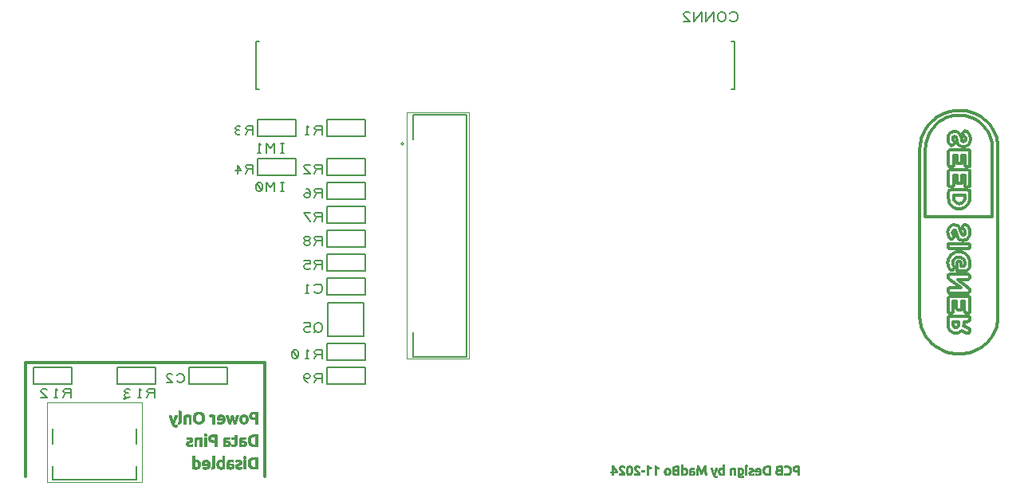
<source format=gbr>
G04 DesignSpark PCB Gerber Version 11.0 Build 5877*
G04 #@! TF.Part,Single*
G04 #@! TF.FileFunction,Legend,Bot*
G04 #@! TF.FilePolarity,Positive*
%FSLAX35Y35*%
%MOIN*%
%ADD83C,0.00100*%
%ADD136C,0.00197*%
%ADD82C,0.00500*%
%ADD85C,0.00787*%
%ADD10C,0.01200*%
G04 #@! TD.AperFunction*
X0Y0D02*
D02*
D10*
X124000Y8355D02*
Y55855D01*
X224000D01*
Y8355D01*
X506080Y61500D02*
X506074Y61504D01*
X505150Y62046D01*
X504267Y62644D01*
X503426Y63293D01*
X502631Y63993D01*
X501902Y64720D01*
X501221Y65491D01*
X500593Y66302D01*
X500017Y67150D01*
X499519Y67996D01*
X499075Y68872D01*
X498687Y69776D01*
X498359Y70706D01*
X498091Y71661D01*
X497885Y72638D01*
X497746Y73634D01*
X497674Y74649D01*
X497674Y145294D01*
X497745Y146391D01*
X497884Y147466D01*
X498088Y148518D01*
X498356Y149543D01*
X498684Y150541D01*
X499072Y151508D01*
X499517Y152443D01*
X500017Y153343D01*
X500643Y154313D01*
X501332Y155234D01*
X502083Y156103D01*
X502890Y156916D01*
X503752Y157670D01*
X504666Y158364D01*
X505628Y158993D01*
X506635Y159554D01*
X508375Y160321D01*
X510215Y160885D01*
X512141Y161233D01*
X513131Y161322D01*
X514139Y161352D01*
X515228Y161317D01*
X516298Y161214D01*
X517346Y161044D01*
X518371Y160810D01*
X519370Y160515D01*
X520340Y160159D01*
X521280Y159747D01*
X522187Y159280D01*
X523062Y158756D01*
X523899Y158182D01*
X524696Y157559D01*
X525450Y156889D01*
X526159Y156176D01*
X526821Y155420D01*
X527433Y154624D01*
X527994Y153791D01*
X528519Y152887D01*
X528983Y151948D01*
X529382Y150976D01*
X529715Y149973D01*
X529979Y148943D01*
X530170Y147886D01*
X530287Y146807D01*
X530326Y145709D01*
X530326Y75093D01*
X530287Y73994D01*
X530170Y72915D01*
X529978Y71859D01*
X529715Y70829D01*
X529382Y69826D01*
X528983Y68854D01*
X528519Y67914D01*
X527994Y67010D01*
X527985Y66996D01*
X527422Y66161D01*
X526807Y65365D01*
X526142Y64608D01*
X525430Y63893D01*
X524672Y63224D01*
X523872Y62601D01*
X523031Y62027D01*
X522153Y61505D01*
X521250Y61041D01*
X520313Y60631D01*
X519346Y60279D01*
X518352Y59986D01*
X517331Y59754D01*
X516288Y59586D01*
X515222Y59483D01*
X514139Y59448D01*
X513056Y59483D01*
X511989Y59585D01*
X510943Y59754D01*
X509917Y59985D01*
X508916Y60278D01*
X507941Y60629D01*
X506995Y61037D01*
X506080Y61500D01*
X509626Y126939D02*
X509639Y124656D01*
X509719Y123788D01*
X509961Y122974D01*
X510364Y122214D01*
X510928Y121507D01*
X511611Y120913D01*
X512367Y120489D01*
X513196Y120235D01*
X514100Y120150D01*
X515008Y120233D01*
X515848Y120482D01*
X516622Y120897D01*
X517328Y121477D01*
X517917Y122176D01*
X518337Y122944D01*
X518590Y123783D01*
X518674Y124693D01*
X518674Y126952D01*
X518597Y127563D01*
X518501Y127762D01*
X518366Y127891D01*
X518039Y128002D01*
X517576Y128039D01*
X510713D01*
X510281Y128020D01*
X509961Y127904D01*
X509814Y127777D01*
X509710Y127574D01*
X509626Y126939D01*
X509959Y103559D02*
X510601Y103498D01*
X517463D01*
X517896Y103517D01*
X518217Y103633D01*
X518363Y103759D01*
X518467Y103961D01*
X518550Y104597D01*
X518521Y104984D01*
X518433Y105282D01*
X518286Y105490D01*
X518081Y105609D01*
X517451Y105683D01*
X510589D01*
X510163Y105665D01*
X509836Y105547D01*
X509690Y105422D01*
X509586Y105220D01*
X509502Y104585D01*
X509531Y104196D01*
X509617Y103896D01*
X509759Y103684D01*
X509959Y103559D01*
X509983Y84980D02*
X510613Y84907D01*
X517463Y84906D01*
X517896Y84925D01*
X518217Y85043D01*
X518363Y85168D01*
X518467Y85370D01*
X518550Y86006D01*
X518476Y86672D01*
X518242Y86980D01*
X513403Y90633D01*
X517463D01*
X517896Y90652D01*
X518217Y90770D01*
X518363Y90895D01*
X518467Y91097D01*
X518550Y91733D01*
X518467Y92350D01*
X518363Y92548D01*
X518217Y92671D01*
X517883Y92788D01*
X517451Y92807D01*
X510563Y92806D01*
X510158Y92777D01*
X509879Y92689D01*
X509699Y92543D01*
X509589Y92338D01*
X509515Y91733D01*
X509582Y91146D01*
X509737Y90844D01*
X510058Y90559D01*
X514735Y87080D01*
X510563Y87079D01*
X510158Y87050D01*
X509879Y86962D01*
X509699Y86815D01*
X509589Y86609D01*
X509515Y86023D01*
X509576Y85456D01*
X509724Y85135D01*
X509983Y84980D01*
X510485Y107612D02*
X510760Y107516D01*
X511054Y107590D01*
X510601Y103498D02*
X517463Y103498D01*
X517896Y103517D01*
X518217Y103634D01*
X518363Y103759D01*
X518467Y103961D01*
X518550Y104597D01*
X518520Y104984D01*
X518433Y105282D01*
X518286Y105490D01*
X518081Y105609D01*
X517451Y105683D01*
X510589D01*
X510163Y105665D01*
X509836Y105547D01*
X509690Y105422D01*
X509586Y105220D01*
X509502Y104585D01*
X509531Y104196D01*
X509617Y103896D01*
X509759Y103684D01*
X509959Y103559D01*
X510601Y103498D01*
X510613Y84906D02*
X517464Y84907D01*
X517896Y84925D01*
X518217Y85043D01*
X518363Y85168D01*
X518467Y85370D01*
X518550Y86006D01*
X518476Y86672D01*
X518242Y86981D01*
X513403Y90633D01*
X517463D01*
X517896Y90652D01*
X518217Y90770D01*
X518363Y90894D01*
X518467Y91096D01*
X518550Y91733D01*
X518467Y92350D01*
X518363Y92547D01*
X518217Y92671D01*
X517883Y92788D01*
X517451Y92806D01*
X510564D01*
X510158Y92777D01*
X509880Y92689D01*
X509699Y92543D01*
X509589Y92338D01*
X509515Y91732D01*
X509583Y91146D01*
X509738Y90844D01*
X510059Y90559D01*
X514735Y87079D01*
X510563Y87080D01*
X510158Y87050D01*
X509879Y86962D01*
X509699Y86815D01*
X509589Y86610D01*
X509515Y86023D01*
X509576Y85457D01*
X509724Y85135D01*
X509983Y84980D01*
X510613Y84906D01*
X511365Y110312D02*
X511412Y110679D01*
X511556Y110978D01*
X511685Y109461D02*
X511525Y109651D01*
X511405Y109946D01*
X511687Y81407D02*
X512934D01*
Y78964D01*
X512952Y78538D01*
X513070Y78211D01*
X513194Y78065D01*
X513397Y77961D01*
X514032Y77878D01*
X514420Y77907D01*
X514718Y77995D01*
X514926Y78141D01*
X515045Y78346D01*
X515119Y78988D01*
X515119Y81407D01*
X516365D01*
Y77606D01*
X516383Y77180D01*
X516501Y76853D01*
X516626Y76707D01*
X516828Y76603D01*
X517463Y76519D01*
X517851Y76548D01*
X518149Y76634D01*
X518357Y76777D01*
X518476Y76976D01*
X518550Y77618D01*
Y82505D01*
X518521Y82893D01*
X518433Y83191D01*
X518287Y83399D01*
X518081Y83518D01*
X517451Y83592D01*
X510589D01*
X510060Y83533D01*
X509731Y83357D01*
X509559Y83019D01*
X509502Y82469D01*
X509502Y77606D01*
X509521Y77180D01*
X509639Y76853D01*
X509763Y76707D01*
X509965Y76603D01*
X510601Y76519D01*
X510989Y76548D01*
X511286Y76634D01*
X511494Y76777D01*
X511614Y76976D01*
X511687Y77618D01*
Y81407D01*
X512087Y111244D02*
X512394Y111165D01*
X512637Y110930D01*
X512934Y78964D02*
X513298Y94351D02*
X513440Y94245D01*
X513730Y94152D01*
X514131Y94121D01*
X516847Y94121D01*
X513439Y94245D02*
X513730Y94152D01*
X514131Y94121D01*
X516847Y94121D01*
X517233Y94207D01*
X517600Y94467D01*
X518070Y95050D01*
X518406Y95763D01*
X518607Y96605D01*
X518674Y97577D01*
X518587Y98467D01*
X518327Y99296D01*
X517893Y100065D01*
X517285Y100774D01*
X516555Y101368D01*
X515753Y101792D01*
X514879Y102047D01*
X513933Y102131D01*
X512993Y102045D01*
X512133Y101786D01*
X511354Y101354D01*
X510656Y100749D01*
X510081Y100027D01*
X509670Y99243D01*
X509424Y98398D01*
X509342Y97491D01*
X509402Y96773D01*
X509582Y96074D01*
X509883Y95396D01*
X510304Y94738D01*
X510566Y94488D01*
X510854Y94406D01*
X511180Y94476D01*
X511551Y94689D01*
X512042Y95149D01*
X512165Y95363D01*
X512206Y95566D01*
X512121Y95871D01*
X511867Y96318D01*
X511612Y96886D01*
X511527Y97552D01*
X511569Y98009D01*
X511692Y98438D01*
X511898Y98842D01*
X512187Y99219D01*
X512543Y99537D01*
X512949Y99765D01*
X513407Y99902D01*
X513916Y99947D01*
X514430Y99901D01*
X514903Y99762D01*
X515336Y99530D01*
X515730Y99206D01*
X516056Y98824D01*
X516289Y98417D01*
X516430Y97984D01*
X516476Y97527D01*
X516421Y96883D01*
X516254Y96306D01*
X514909Y96305D01*
Y97281D01*
X514885Y97608D01*
X514809Y97824D01*
X514689Y97957D01*
X514520Y98034D01*
X514001Y98084D01*
X513477Y98029D01*
X513311Y97950D01*
X513206Y97824D01*
X513122Y97565D01*
X513094Y97231D01*
X513094Y95059D01*
X513193Y94522D01*
X513298Y94351D01*
X513439Y94245D01*
X513600Y70724D02*
X513804Y71082D01*
X513872Y71440D01*
X513872Y73020D01*
X511687D01*
Y71465D01*
X511757Y71088D01*
X511965Y70724D01*
X512309Y70455D01*
X512785Y70366D01*
X513261Y70455D01*
X513600Y70724D01*
X513730Y94152D02*
X514131Y94121D01*
X516847D01*
X517233Y94207D01*
X517600Y94467D01*
X518070Y95050D01*
X518405Y95763D01*
X518607Y96605D01*
X518674Y97577D01*
X518587Y98467D01*
X518326Y99296D01*
X517893Y100065D01*
X517285Y100774D01*
X516555Y101368D01*
X515753Y101792D01*
X514879Y102046D01*
X513933Y102131D01*
X512993Y102045D01*
X512133Y101786D01*
X511354Y101354D01*
X510656Y100749D01*
X510081Y100027D01*
X509670Y99243D01*
X509424Y98398D01*
X509342Y97491D01*
X509402Y96772D01*
X509582Y96074D01*
X509883Y95396D01*
X510304Y94738D01*
X510565Y94488D01*
X510854Y94406D01*
X511180Y94476D01*
X511551Y94689D01*
X512042Y95149D01*
X512164Y95363D01*
X512205Y95566D01*
X512121Y95871D01*
X511867Y96318D01*
X511612Y96886D01*
X511527Y97552D01*
X511568Y98008D01*
X511692Y98438D01*
X511898Y98842D01*
X512187Y99219D01*
X512542Y99537D01*
X512949Y99765D01*
X513407Y99902D01*
X513916Y99947D01*
X514429Y99901D01*
X514903Y99762D01*
X515336Y99530D01*
X515729Y99206D01*
X516056Y98824D01*
X516289Y98417D01*
X516429Y97984D01*
X516476Y97527D01*
X516420Y96883D01*
X516254Y96305D01*
X514909D01*
Y97281D01*
X514885Y97608D01*
X514809Y97824D01*
X514689Y97957D01*
X514520Y98034D01*
X514001Y98084D01*
X513477Y98029D01*
X513311Y97950D01*
X513206Y97824D01*
X513122Y97565D01*
X513094Y97231D01*
Y95060D01*
X513193Y94522D01*
X513298Y94351D01*
X513439Y94245D01*
X513730Y94152D01*
X514296Y107313D02*
X513829Y107666D01*
X513525Y108096D01*
X513148Y109121D01*
X512920Y110145D01*
X512812Y110576D01*
X514296Y107313D02*
X514909Y107077D01*
X515648Y106998D01*
X516402Y107078D01*
X517061Y107319D01*
X517603Y107689D01*
X518005Y108159D01*
X518292Y108667D01*
X518496Y109193D01*
X518619Y109735D01*
X518659Y110294D01*
X518624Y110858D01*
X518518Y111392D01*
X518359Y111861D01*
X518166Y112231D01*
X517778Y112787D01*
X517401Y113145D01*
X517265Y113257D01*
X516890Y113496D01*
X516555Y113576D01*
X516189Y113444D01*
X515722Y113046D01*
X515500Y112728D01*
X515426Y112392D01*
X515465Y112202D01*
X515580Y111979D01*
X516043Y111430D01*
X516444Y110936D01*
X516588Y110627D01*
X516635Y110343D01*
X516577Y109841D01*
X516401Y109482D01*
X516107Y109267D01*
X515697Y109195D01*
X515437Y109274D01*
X515222Y109510D01*
X515057Y109863D01*
X514944Y110294D01*
X514667Y111306D01*
X514216Y112318D01*
X513881Y112748D01*
X513395Y113101D01*
X512776Y113338D01*
X512044Y113417D01*
X511518Y113367D01*
X511027Y113215D01*
X510570Y112962D01*
X510149Y112609D01*
X509795Y112167D01*
X509543Y111653D01*
X509391Y111065D01*
X509341Y110404D01*
X509388Y109696D01*
X509531Y109054D01*
X509724Y108536D01*
X509921Y108207D01*
X510155Y107899D01*
X510485Y107612D01*
X510761Y107516D01*
X511054Y107590D01*
X511439Y107813D01*
X511902Y108239D01*
X512018Y108456D01*
X512056Y108676D01*
X511994Y108967D01*
X511809Y109318D01*
X511685Y109461D01*
X511525Y109651D01*
X511405Y109946D01*
X511365Y110312D01*
X511413Y110679D01*
X511556Y110978D01*
X511784Y111178D01*
X512087Y111244D01*
X512394Y111165D01*
X512637Y110930D01*
X512812Y110576D01*
X512920Y110145D01*
X513148Y109121D01*
X513525Y108096D01*
X513829Y107666D01*
X514296Y107313D01*
X514909Y107076D02*
X515648Y106998D01*
X516402Y107078D01*
X517061Y107319D01*
X517603Y107689D01*
X518005Y108159D01*
X518292Y108667D01*
X518496Y109193D01*
X518619Y109735D01*
X518659Y110294D01*
X518624Y110858D01*
X518518Y111392D01*
X518359Y111861D01*
X518166Y112231D01*
X517778Y112787D01*
X517401Y113145D01*
X517265Y113257D01*
X516890Y113496D01*
X516555Y113576D01*
X516189Y113444D01*
X515722Y113046D01*
X515500Y112728D01*
X515426Y112392D01*
X515465Y112202D01*
X515580Y111979D01*
X516043Y111430D01*
X516444Y110936D01*
X516588Y110627D01*
X516635Y110343D01*
X516577Y109841D01*
X516401Y109482D01*
X516107Y109267D01*
X515697Y109195D01*
X515437Y109274D01*
X515222Y109510D01*
X515057Y109863D01*
X514944Y110294D01*
X514667Y111306D01*
X514216Y112318D01*
X513881Y112748D01*
X513395Y113101D01*
X512776Y113338D01*
X512044Y113417D01*
X511518Y113367D01*
X511027Y113215D01*
X510570Y112962D01*
X510149Y112609D01*
X509795Y112167D01*
X509543Y111653D01*
X509391Y111065D01*
X509341Y110404D01*
X509388Y109696D01*
X509531Y109054D01*
X509724Y108536D01*
X509921Y108207D01*
X510155Y107899D01*
X510485Y107612D01*
X510761Y107516D01*
X511054Y107590D01*
X511439Y107813D01*
X511902Y108239D01*
X512018Y108456D01*
X512056Y108676D01*
X511994Y108967D01*
X511809Y109318D01*
X511685Y109461D01*
X511525Y109651D01*
X511405Y109946D01*
X511365Y110312D01*
X511413Y110679D01*
X511556Y110978D01*
X511784Y111178D01*
X512087Y111244D01*
X512394Y111165D01*
X512637Y110930D01*
X512812Y110576D01*
X512920Y110145D01*
X513148Y109121D01*
X513525Y108096D01*
X513829Y107666D01*
X514296Y107313D01*
X514909Y107076D01*
X515057Y109863D02*
X515222Y109509D01*
X515437Y109274D01*
X515697Y109195D01*
X516107Y109267D01*
X515222Y109509D02*
X515580Y111979D02*
X516043Y111430D01*
X516444Y110936D01*
X515648Y106998D02*
X516402Y107078D01*
X517061Y107319D01*
X515729Y99206D02*
X515829Y123050D02*
X515478Y122737D01*
X515084Y122513D01*
X514648Y122379D01*
X514169Y122335D01*
X513689Y122378D01*
X513251Y122509D01*
X512854Y122726D01*
X512497Y123031D01*
X512202Y123395D01*
X511992Y123789D01*
X511866Y124213D01*
X511824Y124667D01*
Y125851D01*
X516489D01*
Y124654D01*
X516448Y124221D01*
X516324Y123809D01*
X516118Y123419D01*
X515829Y123050D01*
X516056Y98824D02*
X515729Y99206D01*
X515337Y99530D01*
X514903Y99762D01*
X516501Y76852D02*
X516383Y77180D01*
X516366Y77606D01*
X516365Y81407D01*
X515119D01*
Y78988D01*
X515045Y78346D01*
X514926Y78141D01*
X514717Y77995D01*
X514420Y77907D01*
X514032Y77878D01*
X513397Y77961D01*
X513194Y78065D01*
X513070Y78211D01*
X512952Y78538D01*
X512934Y78964D01*
Y81407D01*
X511687D01*
Y77618D01*
X511614Y76976D01*
X511495Y76776D01*
X511286Y76633D01*
X510989Y76548D01*
X510601Y76519D01*
X509965Y76602D01*
X509763Y76707D01*
X509639Y76852D01*
X509521Y77180D01*
X509502Y77606D01*
X509502Y82469D01*
X509559Y83019D01*
X509731Y83357D01*
X510059Y83533D01*
X510589Y83592D01*
X517451Y83592D01*
X518081Y83518D01*
X518286Y83399D01*
X518433Y83191D01*
X518520Y82893D01*
X518550Y82506D01*
Y77618D01*
X518476Y76976D01*
X518357Y76776D01*
X518149Y76633D01*
X517851Y76548D01*
X517464Y76519D01*
X516828Y76602D01*
X516626Y76707D01*
X516501Y76852D01*
X516502Y134237D02*
Y130438D01*
X516521Y130012D01*
X516639Y129685D01*
X516764Y129539D01*
X516966Y129435D01*
X517601Y129351D01*
X517989Y129380D01*
X518286Y129465D01*
X518494Y129608D01*
X518614Y129807D01*
X518687Y130449D01*
Y135337D01*
X518658Y135724D01*
X518570Y136022D01*
X518424Y136230D01*
X518219Y136349D01*
X517589Y136423D01*
X510726D01*
X510197Y136365D01*
X509869Y136189D01*
X509698Y135850D01*
X509641Y135300D01*
X509641Y130437D01*
X509659Y130011D01*
X509777Y129683D01*
X509902Y129538D01*
X510105Y129434D01*
X510740Y129350D01*
X511127Y129379D01*
X511425Y129464D01*
X511633Y129607D01*
X511752Y129806D01*
X511826Y130448D01*
Y134238D01*
X513073D01*
Y131794D01*
X513092Y131368D01*
X513209Y131041D01*
X513335Y130895D01*
X513537Y130791D01*
X514172Y130707D01*
X514559Y130737D01*
X514857Y130825D01*
X515065Y130971D01*
X515185Y131176D01*
X515258Y131818D01*
Y134237D01*
X516502D01*
Y142624D02*
Y138825D01*
X516521Y138399D01*
X516639Y138072D01*
X516764Y137926D01*
X516966Y137822D01*
X517601Y137739D01*
X517989Y137767D01*
X518286Y137853D01*
X518494Y137995D01*
X518614Y138195D01*
X518687Y138837D01*
Y143724D01*
X518658Y144111D01*
X518570Y144409D01*
X518424Y144618D01*
X518219Y144737D01*
X517589Y144811D01*
X510726D01*
X510197Y144752D01*
X509869Y144576D01*
X509698Y144237D01*
X509641Y143688D01*
X509641Y138824D01*
X509659Y138398D01*
X509777Y138071D01*
X509902Y137925D01*
X510105Y137821D01*
X510740Y137738D01*
X511127Y137766D01*
X511425Y137852D01*
X511633Y137994D01*
X511752Y138194D01*
X511826Y138836D01*
Y142625D01*
X513073D01*
Y140181D01*
X513092Y139756D01*
X513209Y139428D01*
X513335Y139283D01*
X513537Y139178D01*
X514172Y139095D01*
X514559Y139124D01*
X514857Y139212D01*
X515065Y139359D01*
X515185Y139564D01*
X515258Y140206D01*
Y142624D01*
X516502D01*
X517020Y68280D02*
X515081Y69119D01*
X514600Y68714D01*
X514057Y68425D01*
X513452Y68251D01*
X512785Y68193D01*
X512020Y68274D01*
X511329Y68515D01*
X510743Y68879D01*
X510293Y69330D01*
X509947Y69845D01*
X509700Y70369D01*
X509552Y70901D01*
X509502Y71440D01*
X509502Y74106D01*
X509585Y74742D01*
X509690Y74944D01*
X509835Y75069D01*
X510163Y75186D01*
X510589Y75204D01*
X517439D01*
X518081Y75131D01*
X518281Y75012D01*
X518423Y74803D01*
X518509Y74506D01*
X518537Y74118D01*
X518454Y73483D01*
X518350Y73281D01*
X518204Y73156D01*
X517877Y73039D01*
X517451Y73020D01*
X516056D01*
Y71465D01*
X516033Y71081D01*
X518266Y70119D01*
X518507Y69891D01*
X518595Y69715D01*
X518624Y69495D01*
X518581Y69216D01*
X518451Y68859D01*
X518282Y68525D01*
X518094Y68286D01*
X517887Y68143D01*
X517662Y68095D01*
X517020Y68280D01*
X517265Y113257D02*
X516889Y113496D01*
X516555Y113576D01*
X517415Y152385D02*
X517040Y152626D01*
X516706Y152706D01*
X516339Y152574D01*
X515872Y152176D01*
X515650Y151859D01*
X515576Y151522D01*
X515615Y151332D01*
X515731Y151109D01*
X516193Y150559D01*
X516594Y150066D01*
X516738Y149757D01*
X516785Y149473D01*
X516727Y148971D01*
X516551Y148612D01*
X516258Y148397D01*
X515847Y148325D01*
X515587Y148404D01*
X515372Y148640D01*
X515206Y148993D01*
X515094Y149423D01*
X514816Y150436D01*
X514366Y151448D01*
X514031Y151878D01*
X513545Y152231D01*
X512926Y152467D01*
X512193Y152546D01*
X511667Y152496D01*
X511176Y152344D01*
X510720Y152091D01*
X510298Y151738D01*
X509944Y151297D01*
X509692Y150783D01*
X509540Y150194D01*
X509490Y149533D01*
X509537Y148826D01*
X509681Y148183D01*
X509874Y147665D01*
X510070Y147337D01*
X510304Y147028D01*
X510635Y146741D01*
X510909Y146646D01*
X511203Y146720D01*
X511589Y146942D01*
X512051Y147368D01*
X512167Y147585D01*
X512206Y147806D01*
X512144Y148096D01*
X511959Y148448D01*
X511835Y148590D01*
X511674Y148781D01*
X511554Y149076D01*
X511514Y149442D01*
X511561Y149809D01*
X511706Y150109D01*
X511934Y150308D01*
X512237Y150374D01*
X512544Y150295D01*
X512785Y150059D01*
X512961Y149706D01*
X513070Y149275D01*
X513298Y148251D01*
X513674Y147226D01*
X513978Y146796D01*
X514446Y146443D01*
X515059Y146207D01*
X515798Y146128D01*
X516553Y146209D01*
X517212Y146449D01*
X517753Y146820D01*
X518156Y147289D01*
X518443Y147797D01*
X518647Y148322D01*
X518770Y148865D01*
X518811Y149424D01*
X518775Y149989D01*
X518669Y150523D01*
X518511Y150993D01*
X518318Y151363D01*
X517929Y151919D01*
X517552Y152276D01*
X517415Y152385D01*
X517463Y84906D02*
X510613D01*
X509983Y84980D01*
X509724Y85135D01*
X517463Y103498D02*
X510601D01*
X509959Y103560D01*
X509759Y103684D01*
X517661Y68095D02*
X517887Y68143D01*
X518094Y68286D01*
X518281Y68525D01*
X518451Y68860D01*
X518581Y69216D01*
X518624Y69495D01*
X518595Y69715D01*
X518507Y69891D01*
X518266Y70119D01*
X516032Y71081D01*
X516056Y71465D01*
Y73020D01*
X517451D01*
X517877Y73039D01*
X518204Y73156D01*
X518350Y73281D01*
X518454Y73483D01*
X518537Y74118D01*
X518509Y74506D01*
X518423Y74803D01*
X518281Y75012D01*
X518081Y75131D01*
X517439Y75205D01*
X510589Y75204D01*
X510163Y75186D01*
X509836Y75069D01*
X509690Y74944D01*
X509586Y74742D01*
X509502Y74107D01*
X509502Y71440D01*
X509552Y70901D01*
X509700Y70369D01*
X509947Y69845D01*
X510293Y69330D01*
X510743Y68879D01*
X511329Y68515D01*
X512020Y68274D01*
X512785Y68193D01*
X513452Y68251D01*
X514057Y68425D01*
X514600Y68714D01*
X515081Y69119D01*
X517020Y68281D01*
X517661Y68095D01*
X518005Y108159D02*
X518291Y108667D01*
X518496Y109193D01*
X518281Y68525D02*
X518093Y68286D01*
X517887Y68143D01*
X517661Y68095D01*
X517020Y68280D01*
X515081Y69119D01*
X518518Y111392D02*
X518359Y111861D01*
X518166Y112231D01*
X518581Y69216D02*
X518624Y69495D01*
X518595Y69715D01*
X518674Y158552D02*
X517589Y158874D01*
X516469Y159108D01*
X515318Y159252D01*
X514139Y159300D01*
X512887Y159245D01*
X511667Y159082D01*
X510481Y158815D01*
X509337Y158450D01*
X508362Y158048D01*
X507424Y157576D01*
X506528Y157036D01*
X505676Y156432D01*
X504871Y155767D01*
X504117Y155043D01*
X503415Y154264D01*
X502770Y153434D01*
X502185Y152554D01*
X501662Y151629D01*
X501206Y150661D01*
X500818Y149654D01*
X500502Y148611D01*
X500261Y147534D01*
X500098Y146427D01*
X500017Y145293D01*
X500016Y145265D01*
Y116864D01*
X527984D01*
Y145709D01*
X527939Y146811D01*
X527806Y147889D01*
X527589Y148940D01*
X527291Y149960D01*
X526916Y150946D01*
X526466Y151894D01*
X525946Y152801D01*
X525360Y153664D01*
X524709Y154478D01*
X524000Y155242D01*
X523233Y155950D01*
X522413Y156601D01*
X521544Y157189D01*
X520629Y157713D01*
X519671Y158169D01*
X518674Y158552D01*
D02*
D82*
X127250Y53750D02*
X143250D01*
Y46750D01*
X127250D01*
Y53750D01*
X135152Y12498D02*
Y6869D01*
X170348D01*
Y12498D01*
X135152Y28325D02*
Y21711D01*
X142750Y41187D02*
Y44937D01*
X140563D01*
X139937Y44625D01*
X139625Y44000D01*
X139937Y43375D01*
X140563Y43063D01*
X142750D01*
X140563D02*
X139625Y41187D01*
X137125D02*
X135875D01*
X136500D02*
Y44937D01*
X137125Y44313D01*
X130250Y41187D02*
X132750D01*
X130563Y43375D01*
X130250Y44000D01*
X130563Y44625D01*
X131187Y44937D01*
X132125D01*
X132750Y44625D01*
X162250Y53750D02*
X178250D01*
Y46750D01*
X162250D01*
Y53750D01*
X170348Y28325D02*
Y21711D01*
X177750Y41187D02*
Y44937D01*
X175563D01*
X174937Y44625D01*
X174625Y44000D01*
X174937Y43375D01*
X175563Y43063D01*
X177750D01*
X175563D02*
X174625Y41187D01*
X172125D02*
X170875D01*
X171500D02*
Y44937D01*
X172125Y44313D01*
X167437Y41500D02*
X166813Y41187D01*
X166187D01*
X165563Y41500D01*
X165250Y42125D01*
X165563Y42750D01*
X166187Y43063D01*
X166813D01*
X166187D02*
X165563Y43375D01*
X165250Y44000D01*
X165563Y44625D01*
X166187Y44937D01*
X166813D01*
X167437Y44625D01*
X187125Y48063D02*
X187437Y47750D01*
X188063Y47437D01*
X189000D01*
X189625Y47750D01*
X189937Y48063D01*
X190250Y48687D01*
Y49937D01*
X189937Y50563D01*
X189625Y50875D01*
X189000Y51187D01*
X188063D01*
X187437Y50875D01*
X187125Y50563D01*
X182750Y47437D02*
X185250D01*
X183063Y49625D01*
X182750Y50250D01*
X183063Y50875D01*
X183687Y51187D01*
X184625D01*
X185250Y50875D01*
X208250Y46750D02*
X192250D01*
Y53750D01*
X208250D01*
Y46750D01*
X219000Y134937D02*
Y138687D01*
X216813D01*
X216187Y138375D01*
X215875Y137750D01*
X216187Y137125D01*
X216813Y136813D01*
X219000D01*
X216813D02*
X215875Y134937D01*
X212437D02*
Y138687D01*
X214000Y136187D01*
X211500D01*
X219000Y151187D02*
Y154937D01*
X216813D01*
X216187Y154625D01*
X215875Y154000D01*
X216187Y153375D01*
X216813Y153063D01*
X219000D01*
X216813D02*
X215875Y151187D01*
X213687Y151500D02*
X213063Y151187D01*
X212437D01*
X211813Y151500D01*
X211500Y152125D01*
X211813Y152750D01*
X212437Y153063D01*
X213063D01*
X212437D02*
X211813Y153375D01*
X211500Y154000D01*
X211813Y154625D01*
X212437Y154937D01*
X213063D01*
X213687Y154625D01*
X221500Y170250D02*
X220250D01*
Y190250D01*
X221500D01*
X231813Y127437D02*
X230563D01*
X231187D02*
Y131187D01*
X231813D02*
X230563D01*
X227750Y127437D02*
Y131187D01*
X226187Y129313D01*
X224625Y131187D01*
Y127437D01*
X222437Y127750D02*
X221813Y127437D01*
X221187D01*
X220563Y127750D01*
X220250Y128375D01*
Y130250D01*
X220563Y130875D01*
X221187Y131187D01*
X221813D01*
X222437Y130875D01*
X222750Y130250D01*
Y128375D01*
X222437Y127750D01*
X220563Y130875D01*
X231813Y143687D02*
X230563D01*
X231187D02*
Y147437D01*
X231813D02*
X230563D01*
X227750Y143687D02*
Y147437D01*
X226187Y145563D01*
X224625Y147437D01*
Y143687D01*
X222125D02*
X220875D01*
X221500D02*
Y147437D01*
X222125Y146813D01*
X237000Y134250D02*
X221000D01*
Y141250D01*
X237000D01*
Y134250D01*
Y150500D02*
X221000D01*
Y157500D01*
X237000D01*
Y150500D01*
X247750Y47437D02*
Y51187D01*
X245563D01*
X244937Y50875D01*
X244625Y50250D01*
X244937Y49625D01*
X245563Y49313D01*
X247750D01*
X245563D02*
X244625Y47437D01*
X241813D02*
X241187Y47750D01*
X240563Y48375D01*
X240250Y49313D01*
Y50250D01*
X240563Y50875D01*
X241187Y51187D01*
X241813D01*
X242437Y50875D01*
X242750Y50250D01*
X242437Y49625D01*
X241813Y49313D01*
X241187D01*
X240563Y49625D01*
X240250Y50250D01*
X247750Y57437D02*
Y61187D01*
X245563D01*
X244937Y60875D01*
X244625Y60250D01*
X244937Y59625D01*
X245563Y59313D01*
X247750D01*
X245563D02*
X244625Y57437D01*
X242125D02*
X240875D01*
X241500D02*
Y61187D01*
X242125Y60563D01*
X237437Y57750D02*
X236813Y57437D01*
X236187D01*
X235563Y57750D01*
X235250Y58375D01*
Y60250D01*
X235563Y60875D01*
X236187Y61187D01*
X236813D01*
X237437Y60875D01*
X237750Y60250D01*
Y58375D01*
X237437Y57750D01*
X235563Y60875D01*
X247750Y69937D02*
Y71187D01*
X247437Y71813D01*
X247125Y72125D01*
X246500Y72437D01*
X245875D01*
X245250Y72125D01*
X244937Y71813D01*
X244625Y71187D01*
Y69937D01*
X244937Y69313D01*
X245250Y69000D01*
X245875Y68687D01*
X246500D01*
X247125Y69000D01*
X247437Y69313D01*
X247750Y69937D01*
X245563Y69625D02*
X244625Y68687D01*
X242750Y69000D02*
X242125Y68687D01*
X241187D01*
X240563Y69000D01*
X240250Y69625D01*
Y69937D01*
X240563Y70563D01*
X241187Y70875D01*
X242750D01*
Y72437D01*
X240250D01*
X244625Y85563D02*
X244937Y85250D01*
X245563Y84937D01*
X246500D01*
X247125Y85250D01*
X247437Y85563D01*
X247750Y86187D01*
Y87437D01*
X247437Y88063D01*
X247125Y88375D01*
X246500Y88687D01*
X245563D01*
X244937Y88375D01*
X244625Y88063D01*
X242125Y84937D02*
X240875D01*
X241500D02*
Y88687D01*
X242125Y88063D01*
X247750Y94937D02*
Y98687D01*
X245563D01*
X244937Y98375D01*
X244625Y97750D01*
X244937Y97125D01*
X245563Y96813D01*
X247750D01*
X245563D02*
X244625Y94937D01*
X242750Y95250D02*
X242125Y94937D01*
X241187D01*
X240563Y95250D01*
X240250Y95875D01*
Y96187D01*
X240563Y96813D01*
X241187Y97125D01*
X242750D01*
Y98687D01*
X240250D01*
X247750Y104937D02*
Y108687D01*
X245563D01*
X244937Y108375D01*
X244625Y107750D01*
X244937Y107125D01*
X245563Y106813D01*
X247750D01*
X245563D02*
X244625Y104937D01*
X241813Y106813D02*
X241187D01*
X240563Y107125D01*
X240250Y107750D01*
X240563Y108375D01*
X241187Y108687D01*
X241813D01*
X242437Y108375D01*
X242750Y107750D01*
X242437Y107125D01*
X241813Y106813D01*
X242437Y106500D01*
X242750Y105875D01*
X242437Y105250D01*
X241813Y104937D01*
X241187D01*
X240563Y105250D01*
X240250Y105875D01*
X240563Y106500D01*
X241187Y106813D01*
X247750Y114937D02*
Y118687D01*
X245563D01*
X244937Y118375D01*
X244625Y117750D01*
X244937Y117125D01*
X245563Y116813D01*
X247750D01*
X245563D02*
X244625Y114937D01*
X242750D02*
X240250Y118687D01*
X242750D01*
X247750Y124937D02*
Y128687D01*
X245563D01*
X244937Y128375D01*
X244625Y127750D01*
X244937Y127125D01*
X245563Y126813D01*
X247750D01*
X245563D02*
X244625Y124937D01*
X242750Y125875D02*
X242437Y126500D01*
X241813Y126813D01*
X241187D01*
X240563Y126500D01*
X240250Y125875D01*
X240563Y125250D01*
X241187Y124937D01*
X241813D01*
X242437Y125250D01*
X242750Y125875D01*
Y126813D01*
X242437Y127750D01*
X241813Y128375D01*
X241187Y128687D01*
X247750Y134937D02*
Y138687D01*
X245563D01*
X244937Y138375D01*
X244625Y137750D01*
X244937Y137125D01*
X245563Y136813D01*
X247750D01*
X245563D02*
X244625Y134937D01*
X240250D02*
X242750D01*
X240563Y137125D01*
X240250Y137750D01*
X240563Y138375D01*
X241187Y138687D01*
X242125D01*
X242750Y138375D01*
X247750Y151187D02*
Y154937D01*
X245563D01*
X244937Y154625D01*
X244625Y154000D01*
X244937Y153375D01*
X245563Y153063D01*
X247750D01*
X245563D02*
X244625Y151187D01*
X242125D02*
X240875D01*
X241500D02*
Y154937D01*
X242125Y154313D01*
X249750Y91250D02*
X265750D01*
Y84250D01*
X249750D01*
Y91250D01*
Y111250D02*
X265750D01*
Y104250D01*
X249750D01*
Y111250D01*
Y121250D02*
X265750D01*
Y114250D01*
X249750D01*
Y121250D01*
Y131250D02*
X265750D01*
Y124250D01*
X249750D01*
Y131250D01*
X250250Y81000D02*
X265250D01*
Y67000D01*
X250250D01*
Y80900D01*
X265750Y46750D02*
X249750D01*
Y53750D01*
X265750D01*
Y46750D01*
Y56750D02*
X249750D01*
Y63750D01*
X265750D01*
Y56750D01*
Y94250D02*
X249750D01*
Y101250D01*
X265750D01*
Y94250D01*
Y134250D02*
X249750D01*
Y141250D01*
X265750D01*
Y134250D01*
Y150500D02*
X249750D01*
Y157500D01*
X265750D01*
Y150500D01*
X419000Y170250D02*
X420250D01*
Y190250D01*
X419000D01*
X418375Y199313D02*
X418687Y199000D01*
X419313Y198687D01*
X420250D01*
X420875Y199000D01*
X421187Y199313D01*
X421500Y199937D01*
Y201187D01*
X421187Y201813D01*
X420875Y202125D01*
X420250Y202437D01*
X419313D01*
X418687Y202125D01*
X418375Y201813D01*
X416500Y199937D02*
Y201187D01*
X416187Y201813D01*
X415875Y202125D01*
X415250Y202437D01*
X414625D01*
X414000Y202125D01*
X413687Y201813D01*
X413375Y201187D01*
Y199937D01*
X413687Y199313D01*
X414000Y199000D01*
X414625Y198687D01*
X415250D01*
X415875Y199000D01*
X416187Y199313D01*
X416500Y199937D01*
X411500Y198687D02*
Y202437D01*
X408375Y198687D01*
Y202437D01*
X406500Y198687D02*
Y202437D01*
X403375Y198687D01*
Y202437D01*
X399000Y198687D02*
X401500D01*
X399313Y200875D01*
X399000Y201500D01*
X399313Y202125D01*
X399937Y202437D01*
X400875D01*
X401500Y202125D01*
D02*
D83*
X219539Y35244D02*
X219408D01*
X219281Y35236D01*
X219159Y35228D01*
X219039Y35221D01*
X218924Y35206D01*
X218813Y35190D01*
X218705Y35171D01*
X218601Y35148D01*
X218501Y35121D01*
X218405Y35094D01*
X218317Y35059D01*
X218228Y35025D01*
X218144Y34990D01*
X218063Y34948D01*
X217986Y34906D01*
X217913Y34856D01*
X217844Y34806D01*
X217782Y34756D01*
X217720Y34698D01*
X217667Y34636D01*
X217613Y34575D01*
X217567Y34506D01*
X217524Y34437D01*
X217490Y34363D01*
X217456Y34287D01*
X217428Y34206D01*
X217402Y34121D01*
X217382Y34033D01*
X217367Y33941D01*
X217356Y33848D01*
X217352Y33752D01*
X217348Y33648D01*
X217352Y33544D01*
X217356Y33444D01*
X217367Y33344D01*
X217386Y33252D01*
X217406Y33160D01*
X217432Y33076D01*
X217463Y32994D01*
X217498Y32914D01*
X217540Y32841D01*
X217582Y32768D01*
X217632Y32702D01*
X217682Y32637D01*
X217740Y32576D01*
X217801Y32522D01*
X217867Y32468D01*
X217936Y32418D01*
X218013Y32372D01*
X218090Y32326D01*
X218170Y32287D01*
X218259Y32249D01*
X218347Y32214D01*
X218440Y32183D01*
X218539Y32157D01*
X218639Y32133D01*
X218855Y32091D01*
X219085Y32064D01*
X219328Y32045D01*
X219589Y32041D01*
X220031D01*
Y30326D01*
X220916D01*
Y35125D01*
X220758Y35156D01*
X220589Y35182D01*
X220416Y35206D01*
X220231Y35221D01*
X220047Y35228D01*
X219870Y35236D01*
X219701Y35244D01*
X219539D01*
X219478Y34479D02*
X219639D01*
X219785Y34475D01*
X219916Y34467D01*
X220031Y34459D01*
Y32798D01*
X219601D01*
X219447Y32802D01*
X219301Y32810D01*
X219166Y32822D01*
X219035Y32845D01*
X218920Y32868D01*
X218809Y32898D01*
X218709Y32937D01*
X218620Y32979D01*
X218539Y33026D01*
X218467Y33087D01*
X218409Y33156D01*
X218359Y33237D01*
X218324Y33325D01*
X218297Y33425D01*
X218278Y33537D01*
X218274Y33656D01*
X218278Y33771D01*
X218297Y33875D01*
X218324Y33971D01*
X218367Y34056D01*
X218417Y34133D01*
X218474Y34202D01*
X218543Y34259D01*
X218620Y34309D01*
X218705Y34352D01*
X218793Y34387D01*
X218893Y34417D01*
X219001Y34440D01*
X219113Y34456D01*
X219231Y34467D01*
X219351Y34475D01*
X219478Y34479D01*
X213261Y32164D02*
Y32057D01*
X213269Y31953D01*
X213280Y31849D01*
X213291Y31749D01*
X213311Y31649D01*
X213330Y31557D01*
X213357Y31461D01*
X213388Y31372D01*
X213457Y31199D01*
X213541Y31038D01*
X213637Y30892D01*
X213745Y30761D01*
X213868Y30642D01*
X213999Y30534D01*
X214145Y30446D01*
X214303Y30365D01*
X214387Y30334D01*
X214472Y30304D01*
X214556Y30280D01*
X214649Y30261D01*
X214737Y30246D01*
X214830Y30234D01*
X214926Y30230D01*
X215022Y30226D01*
X215122Y30230D01*
X215214Y30234D01*
X215310Y30246D01*
X215398Y30261D01*
X215487Y30280D01*
X215575Y30304D01*
X215656Y30334D01*
X215741Y30365D01*
X215894Y30446D01*
X216041Y30534D01*
X216171Y30642D01*
X216294Y30761D01*
X216406Y30892D01*
X216502Y31038D01*
X216587Y31199D01*
X216656Y31372D01*
X216686Y31461D01*
X216713Y31557D01*
X216736Y31649D01*
X216752Y31749D01*
X216767Y31849D01*
X216779Y31953D01*
X216783Y32057D01*
X216786Y32164D01*
X216783Y32272D01*
X216779Y32380D01*
X216767Y32480D01*
X216752Y32580D01*
X216736Y32680D01*
X216713Y32772D01*
X216686Y32864D01*
X216656Y32956D01*
X216587Y33126D01*
X216502Y33283D01*
X216402Y33429D01*
X216291Y33564D01*
X216167Y33683D01*
X216033Y33787D01*
X215891Y33879D01*
X215733Y33952D01*
X215652Y33987D01*
X215568Y34013D01*
X215483Y34037D01*
X215394Y34056D01*
X215306Y34071D01*
X215214Y34083D01*
X215118Y34087D01*
X215022Y34091D01*
X214930Y34087D01*
X214833Y34083D01*
X214741Y34071D01*
X214652Y34056D01*
X214564Y34037D01*
X214480Y34013D01*
X214395Y33987D01*
X214310Y33952D01*
X214153Y33879D01*
X214007Y33787D01*
X213876Y33683D01*
X213753Y33564D01*
X213641Y33429D01*
X213545Y33283D01*
X213461Y33126D01*
X213391Y32956D01*
X213361Y32864D01*
X213334Y32772D01*
X213311Y32680D01*
X213291Y32580D01*
X213280Y32480D01*
X213269Y32380D01*
X213261Y32272D01*
Y32164D01*
X214133D02*
X214137Y32299D01*
X214149Y32426D01*
X214168Y32545D01*
X214191Y32656D01*
X214226Y32760D01*
X214264Y32860D01*
X214314Y32948D01*
X214368Y33033D01*
X214430Y33106D01*
X214499Y33172D01*
X214572Y33225D01*
X214649Y33272D01*
X214733Y33306D01*
X214826Y33333D01*
X214922Y33348D01*
X215022Y33352D01*
X215126Y33348D01*
X215222Y33333D01*
X215314Y33306D01*
X215398Y33272D01*
X215475Y33225D01*
X215548Y33172D01*
X215618Y33106D01*
X215679Y33033D01*
X215733Y32948D01*
X215783Y32860D01*
X215821Y32760D01*
X215856Y32656D01*
X215879Y32545D01*
X215898Y32426D01*
X215910Y32299D01*
X215914Y32164D01*
X215910Y32030D01*
X215898Y31903D01*
X215879Y31780D01*
X215856Y31668D01*
X215821Y31561D01*
X215783Y31465D01*
X215733Y31372D01*
X215679Y31288D01*
X215618Y31211D01*
X215548Y31145D01*
X215475Y31091D01*
X215398Y31045D01*
X215314Y31011D01*
X215222Y30984D01*
X215126Y30969D01*
X215022Y30965D01*
X214922Y30969D01*
X214826Y30984D01*
X214733Y31011D01*
X214649Y31045D01*
X214572Y31091D01*
X214499Y31145D01*
X214430Y31211D01*
X214368Y31288D01*
X214314Y31372D01*
X214264Y31465D01*
X214226Y31561D01*
X214191Y31668D01*
X214168Y31780D01*
X214149Y31903D01*
X214137Y32030D01*
X214133Y32164D01*
X210189Y32637D02*
X210273Y32330D01*
X210358Y32026D01*
X210446Y31730D01*
X210535Y31434D01*
X210627Y31145D01*
X210719Y30865D01*
X210812Y30592D01*
X210900Y30326D01*
X211607D01*
X211681Y30492D01*
X211750Y30672D01*
X211827Y30861D01*
X211904Y31065D01*
X211980Y31276D01*
X212057Y31491D01*
X212134Y31718D01*
X212211Y31949D01*
X212288Y32187D01*
X212365Y32433D01*
X212442Y32683D01*
X212519Y32941D01*
X212669Y33468D01*
X212819Y34002D01*
X211919D01*
X211884Y33852D01*
X211850Y33694D01*
X211811Y33533D01*
X211773Y33364D01*
X211684Y33022D01*
X211596Y32668D01*
X211504Y32318D01*
X211407Y31976D01*
X211357Y31814D01*
X211307Y31653D01*
X211257Y31503D01*
X211207Y31361D01*
X211104Y31687D01*
X211004Y32026D01*
X210904Y32372D01*
X210808Y32714D01*
X210719Y33056D01*
X210639Y33387D01*
X210596Y33548D01*
X210562Y33702D01*
X210527Y33856D01*
X210493Y34002D01*
X209839D01*
X209808Y33856D01*
X209774Y33702D01*
X209735Y33548D01*
X209700Y33387D01*
X209620Y33056D01*
X209535Y32714D01*
X209443Y32372D01*
X209343Y32026D01*
X209243Y31687D01*
X209135Y31361D01*
X209089Y31503D01*
X209043Y31653D01*
X208997Y31814D01*
X208947Y31976D01*
X208851Y32318D01*
X208755Y32668D01*
X208663Y33022D01*
X208574Y33364D01*
X208535Y33533D01*
X208497Y33694D01*
X208463Y33852D01*
X208428Y34002D01*
X207551D01*
X207697Y33468D01*
X207851Y32941D01*
X207928Y32683D01*
X208005Y32433D01*
X208082Y32187D01*
X208159Y31949D01*
X208236Y31718D01*
X208313Y31491D01*
X208389Y31276D01*
X208467Y31065D01*
X208543Y30861D01*
X208620Y30672D01*
X208693Y30492D01*
X208766Y30326D01*
X209462D01*
X209550Y30592D01*
X209647Y30865D01*
X209739Y31145D01*
X209835Y31434D01*
X209931Y31730D01*
X210020Y32026D01*
X210108Y32330D01*
X210189Y32637D01*
X207105Y32145D02*
X207102Y32264D01*
X207098Y32380D01*
X207086Y32491D01*
X207071Y32599D01*
X207048Y32702D01*
X207024Y32802D01*
X206994Y32902D01*
X206963Y32994D01*
X206882Y33168D01*
X206794Y33329D01*
X206690Y33471D01*
X206579Y33602D01*
X206456Y33717D01*
X206321Y33814D01*
X206183Y33898D01*
X206033Y33967D01*
X205875Y34021D01*
X205717Y34060D01*
X205560Y34083D01*
X205398Y34091D01*
X205214Y34083D01*
X205041Y34060D01*
X204875Y34025D01*
X204726Y33971D01*
X204583Y33906D01*
X204448Y33825D01*
X204326Y33729D01*
X204214Y33621D01*
X204118Y33494D01*
X204030Y33356D01*
X203956Y33202D01*
X203899Y33033D01*
X203853Y32848D01*
X203818Y32652D01*
X203799Y32441D01*
X203791Y32214D01*
Y32141D01*
X203795Y32057D01*
X203799Y31972D01*
X203807Y31899D01*
X206229D01*
X206217Y31791D01*
X206194Y31691D01*
X206167Y31595D01*
X206133Y31507D01*
X206090Y31422D01*
X206040Y31349D01*
X205983Y31276D01*
X205917Y31215D01*
X205844Y31157D01*
X205760Y31107D01*
X205671Y31069D01*
X205575Y31034D01*
X205471Y31007D01*
X205360Y30988D01*
X205241Y30976D01*
X205110Y30972D01*
X204960Y30976D01*
X204814Y30988D01*
X204676Y31003D01*
X204545Y31030D01*
X204422Y31057D01*
X204314Y31088D01*
X204222Y31119D01*
X204141Y31149D01*
X204030Y30453D01*
X204068Y30434D01*
X204114Y30415D01*
X204164Y30400D01*
X204222Y30380D01*
X204287Y30361D01*
X204352Y30342D01*
X204426Y30322D01*
X204502Y30307D01*
X204668Y30280D01*
X204844Y30254D01*
X205029Y30238D01*
X205218Y30234D01*
X205337Y30238D01*
X205452Y30242D01*
X205563Y30254D01*
X205667Y30269D01*
X205771Y30292D01*
X205871Y30315D01*
X205967Y30346D01*
X206059Y30376D01*
X206148Y30415D01*
X206229Y30457D01*
X206309Y30503D01*
X206386Y30550D01*
X206456Y30603D01*
X206525Y30657D01*
X206590Y30715D01*
X206648Y30776D01*
X206756Y30911D01*
X206852Y31057D01*
X206928Y31215D01*
X206994Y31384D01*
X207044Y31561D01*
X207078Y31745D01*
X207098Y31941D01*
X207105Y32145D01*
X204641Y32526D02*
X204644Y32610D01*
X204652Y32695D01*
X204668Y32780D01*
X204691Y32856D01*
X204718Y32933D01*
X204752Y33006D01*
X204791Y33072D01*
X204833Y33129D01*
X204883Y33183D01*
X204941Y33233D01*
X204998Y33275D01*
X205068Y33314D01*
X205137Y33341D01*
X205218Y33364D01*
X205302Y33375D01*
X205391Y33379D01*
X205487Y33375D01*
X205575Y33360D01*
X205660Y33337D01*
X205737Y33306D01*
X205806Y33264D01*
X205871Y33222D01*
X205933Y33168D01*
X205987Y33114D01*
X206033Y33052D01*
X206075Y32983D01*
X206113Y32914D01*
X206144Y32841D01*
X206171Y32764D01*
X206190Y32683D01*
X206209Y32606D01*
X206221Y32526D01*
X204641D01*
X200796Y33237D02*
X200854Y33256D01*
X200923Y33272D01*
X201000Y33291D01*
X201088Y33310D01*
X201184Y33325D01*
X201288Y33337D01*
X201400Y33344D01*
X201523Y33348D01*
X201665Y33341D01*
X201819Y33322D01*
X201892Y33306D01*
X201954Y33294D01*
X202004Y33283D01*
X202042Y33272D01*
Y30326D01*
X202891D01*
Y33825D01*
X202826Y33848D01*
X202761Y33871D01*
X202692Y33891D01*
X202615Y33913D01*
X202453Y33956D01*
X202276Y33998D01*
X202088Y34033D01*
X201888Y34060D01*
X201676Y34075D01*
X201457Y34079D01*
X201365Y34075D01*
X201261Y34067D01*
X201038Y34041D01*
X200927Y34021D01*
X200819Y33998D01*
X200769Y33987D01*
X200723Y33975D01*
X200685Y33963D01*
X200650Y33952D01*
X200796Y33237D01*
X197663Y32764D02*
X197655Y32568D01*
X197640Y32383D01*
X197609Y32207D01*
X197563Y32037D01*
X197509Y31880D01*
X197443Y31737D01*
X197367Y31603D01*
X197278Y31484D01*
X197182Y31376D01*
X197070Y31280D01*
X196951Y31199D01*
X196824Y31130D01*
X196755Y31099D01*
X196686Y31072D01*
X196613Y31053D01*
X196540Y31034D01*
X196463Y31022D01*
X196382Y31011D01*
X196302Y31003D01*
X196221D01*
X196136D01*
X196059Y31011D01*
X195979Y31022D01*
X195906Y31034D01*
X195829Y31053D01*
X195759Y31072D01*
X195690Y31099D01*
X195621Y31130D01*
X195491Y31199D01*
X195375Y31280D01*
X195263Y31376D01*
X195167Y31484D01*
X195079Y31603D01*
X195002Y31737D01*
X194937Y31880D01*
X194883Y32037D01*
X194837Y32207D01*
X194806Y32383D01*
X194791Y32568D01*
X194783Y32764D01*
X194791Y32960D01*
X194806Y33144D01*
X194837Y33322D01*
X194883Y33491D01*
X194937Y33648D01*
X195002Y33791D01*
X195079Y33925D01*
X195167Y34044D01*
X195263Y34152D01*
X195375Y34248D01*
X195491Y34329D01*
X195621Y34398D01*
X195690Y34429D01*
X195759Y34452D01*
X195829Y34475D01*
X195906Y34494D01*
X195979Y34506D01*
X196059Y34517D01*
X196136Y34521D01*
X196221Y34525D01*
X196302Y34521D01*
X196382Y34517D01*
X196463Y34506D01*
X196540Y34494D01*
X196613Y34475D01*
X196686Y34452D01*
X196755Y34429D01*
X196824Y34398D01*
X196951Y34329D01*
X197070Y34244D01*
X197182Y34148D01*
X197278Y34041D01*
X197367Y33917D01*
X197443Y33787D01*
X197509Y33641D01*
X197563Y33487D01*
X197609Y33322D01*
X197640Y33144D01*
X197655Y32960D01*
X197663Y32764D01*
X193856D02*
X193860Y32610D01*
X193868Y32460D01*
X193883Y32314D01*
X193902Y32176D01*
X193930Y32041D01*
X193960Y31911D01*
X193998Y31783D01*
X194041Y31661D01*
X194091Y31545D01*
X194145Y31434D01*
X194202Y31326D01*
X194264Y31222D01*
X194329Y31126D01*
X194398Y31034D01*
X194472Y30945D01*
X194548Y30865D01*
X194629Y30788D01*
X194714Y30715D01*
X194806Y30646D01*
X194894Y30584D01*
X194991Y30526D01*
X195091Y30472D01*
X195191Y30426D01*
X195298Y30384D01*
X195406Y30346D01*
X195517Y30315D01*
X195629Y30284D01*
X195740Y30261D01*
X195856Y30246D01*
X195971Y30234D01*
X196090Y30226D01*
X196213Y30222D01*
X196332Y30226D01*
X196452Y30234D01*
X196567Y30246D01*
X196682Y30261D01*
X196798Y30284D01*
X196909Y30315D01*
X197020Y30346D01*
X197128Y30384D01*
X197236Y30426D01*
X197340Y30472D01*
X197440Y30526D01*
X197532Y30584D01*
X197624Y30646D01*
X197717Y30715D01*
X197801Y30788D01*
X197882Y30865D01*
X197959Y30945D01*
X198032Y31034D01*
X198105Y31126D01*
X198170Y31222D01*
X198231Y31326D01*
X198289Y31434D01*
X198343Y31545D01*
X198393Y31661D01*
X198435Y31783D01*
X198474Y31911D01*
X198509Y32041D01*
X198535Y32176D01*
X198555Y32314D01*
X198570Y32460D01*
X198578Y32610D01*
X198581Y32764D01*
X198578Y32918D01*
X198570Y33068D01*
X198555Y33210D01*
X198535Y33352D01*
X198509Y33487D01*
X198474Y33618D01*
X198435Y33741D01*
X198393Y33864D01*
X198343Y33979D01*
X198289Y34091D01*
X198231Y34198D01*
X198166Y34298D01*
X198101Y34394D01*
X198028Y34487D01*
X197955Y34575D01*
X197874Y34659D01*
X197789Y34736D01*
X197705Y34809D01*
X197617Y34879D01*
X197524Y34940D01*
X197428Y34998D01*
X197328Y35052D01*
X197224Y35102D01*
X197120Y35144D01*
X197013Y35182D01*
X196902Y35213D01*
X196790Y35244D01*
X196678Y35263D01*
X196563Y35282D01*
X196448Y35294D01*
X196332Y35302D01*
X196213Y35306D01*
X196094Y35302D01*
X195975Y35294D01*
X195859Y35282D01*
X195744Y35263D01*
X195633Y35244D01*
X195521Y35213D01*
X195413Y35182D01*
X195306Y35144D01*
X195198Y35102D01*
X195098Y35052D01*
X194998Y34998D01*
X194902Y34940D01*
X194810Y34879D01*
X194721Y34809D01*
X194637Y34736D01*
X194556Y34659D01*
X194479Y34575D01*
X194402Y34487D01*
X194333Y34394D01*
X194268Y34298D01*
X194206Y34198D01*
X194148Y34091D01*
X194095Y33979D01*
X194045Y33864D01*
X194002Y33741D01*
X193964Y33618D01*
X193930Y33487D01*
X193902Y33352D01*
X193883Y33210D01*
X193868Y33068D01*
X193860Y32918D01*
X193856Y32764D01*
X192930Y33883D02*
X192865Y33898D01*
X192799Y33917D01*
X192726Y33933D01*
X192645Y33952D01*
X192565Y33967D01*
X192480Y33983D01*
X192388Y33998D01*
X192292Y34017D01*
X192088Y34044D01*
X191876Y34063D01*
X191653Y34075D01*
X191419Y34079D01*
X191311Y34075D01*
X191204Y34071D01*
X191104Y34060D01*
X191007Y34048D01*
X190915Y34029D01*
X190831Y34010D01*
X190746Y33983D01*
X190669Y33956D01*
X190596Y33921D01*
X190527Y33887D01*
X190461Y33848D01*
X190396Y33806D01*
X190339Y33764D01*
X190285Y33717D01*
X190235Y33664D01*
X190189Y33610D01*
X190104Y33494D01*
X190035Y33368D01*
X189977Y33229D01*
X189935Y33076D01*
X189904Y32918D01*
X189881Y32748D01*
X189865Y32576D01*
X189862Y32391D01*
Y30326D01*
X190711D01*
Y32260D01*
X190715Y32403D01*
X190719Y32533D01*
X190734Y32652D01*
X190750Y32760D01*
X190773Y32860D01*
X190800Y32948D01*
X190834Y33029D01*
X190877Y33098D01*
X190923Y33160D01*
X190980Y33210D01*
X191042Y33252D01*
X191115Y33287D01*
X191196Y33314D01*
X191284Y33333D01*
X191380Y33344D01*
X191484Y33348D01*
X191650Y33344D01*
X191819Y33325D01*
X191903Y33318D01*
X191972Y33306D01*
X192034Y33298D01*
X192080Y33291D01*
Y30326D01*
X192930D01*
Y33883D01*
X187543Y30257D02*
X187635Y30261D01*
X187724Y30265D01*
X187809Y30272D01*
X187889Y30280D01*
X187966Y30292D01*
X188039Y30307D01*
X188109Y30322D01*
X188170Y30342D01*
X188289Y30384D01*
X188397Y30434D01*
X188489Y30496D01*
X188570Y30561D01*
X188635Y30638D01*
X188693Y30722D01*
X188739Y30819D01*
X188774Y30919D01*
X188800Y31030D01*
X188820Y31149D01*
X188831Y31276D01*
X188835Y31407D01*
Y35636D01*
X187985Y35778D01*
Y31572D01*
Y31499D01*
X187978Y31430D01*
X187970Y31369D01*
X187962Y31311D01*
X187947Y31261D01*
X187928Y31215D01*
X187901Y31172D01*
X187874Y31134D01*
X187839Y31099D01*
X187797Y31069D01*
X187751Y31042D01*
X187701Y31019D01*
X187643Y31003D01*
X187578Y30984D01*
X187505Y30972D01*
X187424Y30961D01*
X187543Y30257D01*
X183733Y34002D02*
X183879Y33483D01*
X184029Y32979D01*
X184187Y32487D01*
X184348Y32007D01*
X184517Y31537D01*
X184691Y31080D01*
X184871Y30638D01*
X185056Y30207D01*
X185125Y30054D01*
X185198Y29911D01*
X185271Y29784D01*
X185344Y29665D01*
X185421Y29557D01*
X185498Y29457D01*
X185586Y29373D01*
X185675Y29292D01*
X185767Y29223D01*
X185867Y29165D01*
X185971Y29115D01*
X186082Y29077D01*
X186198Y29050D01*
X186324Y29027D01*
X186459Y29015D01*
X186601Y29011D01*
X186698Y29015D01*
X186797Y29023D01*
X186894Y29035D01*
X186990Y29054D01*
X187082Y29077D01*
X187159Y29096D01*
X187228Y29123D01*
X187282Y29146D01*
X187128Y29827D01*
X187001Y29784D01*
X186878Y29750D01*
X186751Y29734D01*
X186628Y29727D01*
X186548Y29730D01*
X186474Y29738D01*
X186402Y29750D01*
X186336Y29765D01*
X186271Y29788D01*
X186213Y29815D01*
X186159Y29850D01*
X186113Y29884D01*
X186067Y29927D01*
X186021Y29976D01*
X185978Y30026D01*
X185936Y30088D01*
X185898Y30150D01*
X185859Y30219D01*
X185821Y30296D01*
X185786Y30376D01*
X185886Y30569D01*
X185982Y30769D01*
X186082Y30976D01*
X186178Y31184D01*
X186274Y31395D01*
X186367Y31615D01*
X186463Y31833D01*
X186555Y32060D01*
X186736Y32526D01*
X186905Y33002D01*
X187063Y33494D01*
X187213Y34002D01*
X186305D01*
X186271Y33852D01*
X186228Y33694D01*
X186182Y33533D01*
X186132Y33364D01*
X186028Y33014D01*
X185913Y32664D01*
X185790Y32306D01*
X185659Y31957D01*
X185594Y31783D01*
X185525Y31618D01*
X185459Y31457D01*
X185390Y31303D01*
X185283Y31622D01*
X185175Y31949D01*
X185071Y32287D01*
X184971Y32633D01*
X184875Y32983D01*
X184783Y33329D01*
X184694Y33667D01*
X184610Y34002D01*
X183733D01*
X186033Y29094D02*
X187149D01*
X185829Y29187D02*
X187272D01*
X185689Y29281D02*
X187251D01*
X185584Y29375D02*
X187230D01*
X185489Y29469D02*
X187209D01*
X185417Y29562D02*
X187188D01*
X185350Y29656D02*
X187167D01*
X185293Y29750D02*
X186402D01*
X186878D02*
X187145D01*
X185237Y29843D02*
X186169D01*
X185185Y29937D02*
X186057D01*
X185137Y30031D02*
X185976D01*
X185093Y30124D02*
X185913D01*
X185051Y30218D02*
X185860D01*
X185011Y30312D02*
X185814D01*
X187534D02*
X188061D01*
X195529D02*
X196898D01*
X204479D02*
X205858D01*
X214449D02*
X215597D01*
X184971Y30406D02*
X185802D01*
X187518D02*
X188335D01*
X189862D02*
X190711D01*
X192080D02*
X192930D01*
X195244D02*
X197183D01*
X202042D02*
X202891D01*
X204145D02*
X206126D01*
X208731D02*
X209489D01*
X210874D02*
X211643D01*
X214224D02*
X215818D01*
X220031D02*
X220916D01*
X184931Y30499D02*
X185850D01*
X187502D02*
X188493D01*
X189862D02*
X190711D01*
X192080D02*
X192930D01*
X195041D02*
X197389D01*
X202042D02*
X202891D01*
X204037D02*
X206302D01*
X208690D02*
X209520D01*
X210843D02*
X211683D01*
X214056D02*
X215983D01*
X220031D02*
X220916D01*
X184891Y30593D02*
X185898D01*
X187486D02*
X188597D01*
X189862D02*
X190711D01*
X192080D02*
X192930D01*
X194881D02*
X197545D01*
X202042D02*
X202891D01*
X204052D02*
X206442D01*
X208652D02*
X209551D01*
X210812D02*
X211719D01*
X213927D02*
X216112D01*
X220031D02*
X220916D01*
X184851Y30687D02*
X185943D01*
X187470D02*
X188669D01*
X189862D02*
X190711D01*
X192080D02*
X192930D01*
X194751D02*
X197679D01*
X202042D02*
X202891D01*
X204067D02*
X206558D01*
X208614D02*
X209584D01*
X210780D02*
X211756D01*
X213822D02*
X216217D01*
X220031D02*
X220916D01*
X184813Y30780D02*
X185988D01*
X187455D02*
X188720D01*
X189862D02*
X190711D01*
X192080D02*
X192930D01*
X194638D02*
X197793D01*
X202042D02*
X202891D01*
X204082D02*
X206651D01*
X208576D02*
X209617D01*
X210748D02*
X211794D01*
X213730D02*
X216311D01*
X220031D02*
X220916D01*
X184775Y30874D02*
X186033D01*
X187439D02*
X188758D01*
X189862D02*
X190711D01*
X192080D02*
X192930D01*
X194539D02*
X197891D01*
X202042D02*
X202891D01*
X204097D02*
X206726D01*
X208539D02*
X209650D01*
X210716D02*
X211831D01*
X213652D02*
X216391D01*
X220031D02*
X220916D01*
X184736Y30968D02*
X186078D01*
X187472D02*
X188785D01*
X189862D02*
X190711D01*
X192080D02*
X192930D01*
X194453D02*
X197977D01*
X202042D02*
X202891D01*
X204112D02*
X206793D01*
X208503D02*
X209681D01*
X210685D02*
X211867D01*
X213587D02*
X214927D01*
X215126D02*
X216456D01*
X220031D02*
X220916D01*
X184698Y31061D02*
X186122D01*
X187785D02*
X188806D01*
X189862D02*
X190711D01*
X192080D02*
X192930D01*
X194378D02*
X195799D01*
X196644D02*
X198054D01*
X202042D02*
X202891D01*
X204127D02*
X204406D01*
X205652D02*
X206854D01*
X208468D02*
X209711D01*
X210655D02*
X211902D01*
X213529D02*
X214622D01*
X215425D02*
X216514D01*
X220031D02*
X220916D01*
X184662Y31155D02*
X186165D01*
X187889D02*
X188820D01*
X189862D02*
X190711D01*
X192080D02*
X192930D01*
X194309D02*
X195574D01*
X196870D02*
X198124D01*
X202042D02*
X202891D01*
X205841D02*
X206899D01*
X208433D02*
X209742D01*
X210624D02*
X211937D01*
X213480D02*
X214488D01*
X215559D02*
X216563D01*
X220031D02*
X220916D01*
X184627Y31249D02*
X186208D01*
X187942D02*
X188829D01*
X189862D02*
X190711D01*
X192080D02*
X192930D01*
X194248D02*
X195420D01*
X197024D02*
X198186D01*
X202042D02*
X202891D01*
X205954D02*
X206942D01*
X208399D02*
X209774D01*
X210594D02*
X211970D01*
X213437D02*
X214399D01*
X215648D02*
X216606D01*
X220031D02*
X220916D01*
X184591Y31343D02*
X185377D01*
X185408D02*
X186250D01*
X187967D02*
X188833D01*
X189862D02*
X190711D01*
X192080D02*
X192930D01*
X194194D02*
X195302D01*
X197143D02*
X198241D01*
X202042D02*
X202891D01*
X206035D02*
X206978D01*
X208366D02*
X209805D01*
X210564D02*
X212004D01*
X213400D02*
X214333D01*
X215714D02*
X216644D01*
X220031D02*
X220916D01*
X184556Y31436D02*
X185345D01*
X185450D02*
X186292D01*
X187979D02*
X188835D01*
X189862D02*
X190711D01*
X192080D02*
X192930D01*
X194144D02*
X195210D01*
X197236D02*
X198291D01*
X202042D02*
X202891D01*
X206097D02*
X207009D01*
X208332D02*
X209111D01*
X209160D02*
X209836D01*
X210534D02*
X211183D01*
X211234D02*
X212038D01*
X213365D02*
X214280D01*
X215768D02*
X216678D01*
X220031D02*
X220916D01*
X184520Y31530D02*
X185314D01*
X185489D02*
X186331D01*
X187985D02*
X188835D01*
X189862D02*
X190711D01*
X192080D02*
X192930D01*
X194098D02*
X195133D01*
X197313D02*
X198336D01*
X202042D02*
X202891D01*
X206142D02*
X207035D01*
X208300D02*
X209081D01*
X209191D02*
X209866D01*
X210506D02*
X211154D01*
X211267D02*
X212070D01*
X213337D02*
X214238D01*
X215809D02*
X216706D01*
X220031D02*
X220916D01*
X184486Y31624D02*
X185282D01*
X185527D02*
X186371D01*
X187985D02*
X188835D01*
X189862D02*
X190711D01*
X192080D02*
X192930D01*
X194057D02*
X195067D01*
X197378D02*
X198377D01*
X202042D02*
X202891D01*
X206175D02*
X207056D01*
X208268D02*
X209052D01*
X209222D02*
X209896D01*
X210478D02*
X211124D01*
X211298D02*
X212102D01*
X213316D02*
X214206D01*
X215842D02*
X216730D01*
X220031D02*
X220916D01*
X184453Y31717D02*
X185251D01*
X185567D02*
X186412D01*
X187985D02*
X188835D01*
X189862D02*
X190711D01*
X192080D02*
X192930D01*
X194021D02*
X195013D01*
X197432D02*
X198413D01*
X202042D02*
X202891D01*
X206200D02*
X207073D01*
X208236D02*
X209024D01*
X209252D02*
X209927D01*
X210450D02*
X211095D01*
X211328D02*
X212134D01*
X213297D02*
X214181D01*
X215866D02*
X216747D01*
X220031D02*
X220916D01*
X184419Y31811D02*
X185220D01*
X185604D02*
X186453D01*
X187985D02*
X188835D01*
X189862D02*
X190711D01*
X192080D02*
X192930D01*
X193990D02*
X194968D01*
X197477D02*
X198444D01*
X202042D02*
X202891D01*
X206219D02*
X207085D01*
X208205D02*
X208998D01*
X209280D02*
X209956D01*
X210422D02*
X211067D01*
X211357D02*
X212165D01*
X213284D02*
X214163D01*
X215884D02*
X216761D01*
X220031D02*
X220916D01*
X184385Y31905D02*
X185189D01*
X185640D02*
X186492D01*
X187985D02*
X188835D01*
X189862D02*
X190711D01*
X192080D02*
X192930D01*
X193962D02*
X194928D01*
X197517D02*
X198472D01*
X202042D02*
X202891D01*
X203806D02*
X207094D01*
X208173D02*
X208969D01*
X209307D02*
X209983D01*
X210394D02*
X211040D01*
X211385D02*
X212196D01*
X213274D02*
X214149D01*
X215898D02*
X216774D01*
X220031D02*
X220916D01*
X184352Y31998D02*
X185159D01*
X185675D02*
X186530D01*
X187985D02*
X188835D01*
X189862D02*
X190711D01*
X192080D02*
X192930D01*
X193940D02*
X194896D01*
X197549D02*
X198497D01*
X202042D02*
X202891D01*
X203798D02*
X207100D01*
X208143D02*
X208941D01*
X209335D02*
X210011D01*
X210366D02*
X211012D01*
X211414D02*
X212227D01*
X213265D02*
X214140D01*
X215907D02*
X216780D01*
X220031D02*
X220916D01*
X184320Y32092D02*
X185131D01*
X185710D02*
X186567D01*
X187985D02*
X188835D01*
X189862D02*
X190711D01*
X192080D02*
X192930D01*
X193919D02*
X194868D01*
X197578D02*
X198519D01*
X202042D02*
X202891D01*
X203793D02*
X207103D01*
X208113D02*
X208914D01*
X209362D02*
X210039D01*
X210339D02*
X210985D01*
X211440D02*
X212257D01*
X213261D02*
X214135D01*
X215912D02*
X216784D01*
X218855D02*
X220916D01*
X184288Y32186D02*
X185102D01*
X185745D02*
X186604D01*
X187985D02*
X188835D01*
X189862D02*
X190711D01*
X192080D02*
X192930D01*
X193901D02*
X194843D01*
X197603D02*
X198537D01*
X202042D02*
X202891D01*
X203791D02*
X207104D01*
X208082D02*
X208888D01*
X209389D02*
X210066D01*
X210313D02*
X210958D01*
X211467D02*
X212288D01*
X213261D02*
X214134D01*
X215913D02*
X216785D01*
X218433D02*
X220916D01*
X184257Y32280D02*
X185074D01*
X185780D02*
X186640D01*
X187985D02*
X188835D01*
X189862D02*
X190712D01*
X192080D02*
X192930D01*
X193888D02*
X194824D01*
X197622D02*
X198550D01*
X202042D02*
X202891D01*
X203793D02*
X207101D01*
X208053D02*
X208862D01*
X209416D02*
X210093D01*
X210287D02*
X210931D01*
X211493D02*
X212317D01*
X213261D02*
X214137D01*
X215910D02*
X216782D01*
X218189D02*
X220916D01*
X184225Y32373D02*
X185046D01*
X185813D02*
X186677D01*
X187985D02*
X188835D01*
X189862D02*
X190715D01*
X192080D02*
X192930D01*
X193877D02*
X194808D01*
X197638D02*
X198561D01*
X202042D02*
X202891D01*
X203796D02*
X207098D01*
X208024D02*
X208836D01*
X209443D02*
X210119D01*
X210261D02*
X210904D01*
X211518D02*
X212346D01*
X213268D02*
X214144D01*
X215903D02*
X216779D01*
X218013D02*
X220916D01*
X184194Y32467D02*
X185019D01*
X185845D02*
X186713D01*
X187985D02*
X188835D01*
X189863D02*
X190717D01*
X192080D02*
X192930D01*
X193867D02*
X194799D01*
X197647D02*
X198570D01*
X202042D02*
X202891D01*
X203801D02*
X207089D01*
X207995D02*
X208810D01*
X209469D02*
X210144D01*
X210235D02*
X210877D01*
X211543D02*
X212375D01*
X213278D02*
X214156D01*
X215891D02*
X216769D01*
X217867D02*
X220916D01*
X184163Y32561D02*
X184992D01*
X185878D02*
X186748D01*
X187985D02*
X188835D01*
X189865D02*
X190722D01*
X192080D02*
X192930D01*
X193863D02*
X194791D01*
X197654D02*
X198575D01*
X202042D02*
X202891D01*
X203810D02*
X204643D01*
X206216D02*
X207076D01*
X207966D02*
X208784D01*
X209494D02*
X210169D01*
X210210D02*
X210851D01*
X211568D02*
X212404D01*
X213289D02*
X214171D01*
X215876D02*
X216755D01*
X217757D02*
X220916D01*
X184133Y32654D02*
X184965D01*
X185909D02*
X186781D01*
X187985D02*
X188835D01*
X189872D02*
X190735D01*
X192080D02*
X192930D01*
X193859D02*
X194787D01*
X197658D02*
X198579D01*
X202042D02*
X202891D01*
X203819D02*
X204648D01*
X206197D02*
X207058D01*
X207937D02*
X208758D01*
X209519D02*
X210825D01*
X211593D02*
X212433D01*
X213306D02*
X214191D01*
X215856D02*
X216740D01*
X217669D02*
X220916D01*
X184103Y32748D02*
X184940D01*
X185941D02*
X186815D01*
X187985D02*
X188835D01*
X189881D02*
X190748D01*
X192080D02*
X192930D01*
X193857D02*
X194784D01*
X197662D02*
X198581D01*
X202042D02*
X202891D01*
X203835D02*
X204662D01*
X206175D02*
X207037D01*
X207909D02*
X208734D01*
X209543D02*
X210799D01*
X211616D02*
X212461D01*
X213328D02*
X214222D01*
X215825D02*
X216719D01*
X217597D02*
X220916D01*
X184073Y32842D02*
X184914D01*
X185972D02*
X186848D01*
X187985D02*
X188835D01*
X189894D02*
X190769D01*
X192080D02*
X192930D01*
X193858D02*
X194786D01*
X197659D02*
X198580D01*
X202042D02*
X202891D01*
X203852D02*
X204687D01*
X206144D02*
X207012D01*
X207881D02*
X208709D01*
X209567D02*
X210775D01*
X211639D02*
X212489D01*
X213354D02*
X214257D01*
X215790D02*
X216693D01*
X217540D02*
X219053D01*
X220031D02*
X220916D01*
X184043Y32935D02*
X184888D01*
X186002D02*
X186881D01*
X187985D02*
X188835D01*
X189907D02*
X190796D01*
X192080D02*
X192930D01*
X193861D02*
X194790D01*
X197656D02*
X198577D01*
X202042D02*
X202891D01*
X203874D02*
X204719D01*
X206101D02*
X206983D01*
X207853D02*
X208685D01*
X209590D02*
X210750D01*
X211663D02*
X212517D01*
X213384D02*
X214307D01*
X215741D02*
X216663D01*
X217488D02*
X218712D01*
X220031D02*
X220916D01*
X184014Y33029D02*
X184863D01*
X186033D02*
X186914D01*
X187985D02*
X188835D01*
X189926D02*
X190834D01*
X192080D02*
X192930D01*
X193866D02*
X194796D01*
X197649D02*
X198572D01*
X202042D02*
X202891D01*
X203898D02*
X204766D01*
X206047D02*
X206947D01*
X207826D02*
X208661D01*
X209613D02*
X210726D01*
X211686D02*
X212544D01*
X213421D02*
X214366D01*
X215681D02*
X216626D01*
X217450D02*
X218535D01*
X220031D02*
X220916D01*
X183986Y33123D02*
X184838D01*
X186061D02*
X186944D01*
X187985D02*
X188835D01*
X189948D02*
X190895D01*
X192080D02*
X192930D01*
X193874D02*
X194804D01*
X197642D02*
X198564D01*
X202042D02*
X202891D01*
X203929D02*
X204828D01*
X205978D02*
X206903D01*
X207798D02*
X208636D01*
X209636D02*
X210703D01*
X211711D02*
X212570D01*
X213459D02*
X214447D01*
X215600D02*
X216588D01*
X217417D02*
X218437D01*
X220031D02*
X220916D01*
X183959Y33217D02*
X184813D01*
X186089D02*
X186974D01*
X187985D02*
X188835D01*
X189974D02*
X190990D01*
X192080D02*
X192930D01*
X193884D02*
X194819D01*
X197627D02*
X198554D01*
X202042D02*
X202891D01*
X203963D02*
X204922D01*
X205877D02*
X206856D01*
X207770D02*
X208612D01*
X209659D02*
X210680D01*
X211735D02*
X212597D01*
X213509D02*
X214560D01*
X215487D02*
X216538D01*
X217394D02*
X218371D01*
X220031D02*
X220916D01*
X183931Y33310D02*
X184788D01*
X186117D02*
X187004D01*
X187985D02*
X188835D01*
X190011D02*
X191185D01*
X191947D02*
X192930D01*
X193897D02*
X194835D01*
X197611D02*
X198541D01*
X200781D02*
X201091D01*
X201872D02*
X202891D01*
X204008D02*
X205061D01*
X205726D02*
X206804D01*
X207743D02*
X208588D01*
X209681D02*
X210657D01*
X211759D02*
X212624D01*
X213563D02*
X214748D01*
X215299D02*
X216483D01*
X217374D02*
X218330D01*
X220031D02*
X220916D01*
X183903Y33404D02*
X184763D01*
X186144D02*
X187033D01*
X187985D02*
X188835D01*
X190054D02*
X192930D01*
X193913D02*
X194859D01*
X197586D02*
X198525D01*
X200762D02*
X202891D01*
X204060D02*
X206739D01*
X207716D02*
X208565D01*
X209704D02*
X210634D01*
X211782D02*
X212650D01*
X213625D02*
X216419D01*
X217360D02*
X218303D01*
X220031D02*
X220916D01*
X183875Y33498D02*
X184739D01*
X186172D02*
X187063D01*
X187985D02*
X188835D01*
X190106D02*
X192930D01*
X193932D02*
X194885D01*
X197559D02*
X198506D01*
X200743D02*
X202891D01*
X204120D02*
X206668D01*
X207689D02*
X208544D01*
X209724D02*
X210610D01*
X211803D02*
X212677D01*
X213698D02*
X216345D01*
X217354D02*
X218285D01*
X220031D02*
X220916D01*
X183849Y33591D02*
X184714D01*
X186199D02*
X187091D01*
X187985D02*
X188835D01*
X190175D02*
X192930D01*
X193957D02*
X194917D01*
X197526D02*
X198481D01*
X200724D02*
X202891D01*
X204191D02*
X206588D01*
X207663D02*
X208522D01*
X209746D02*
X210587D01*
X211825D02*
X212703D01*
X213781D02*
X216262D01*
X217350D02*
X218276D01*
X220031D02*
X220916D01*
X183822Y33685D02*
X184690D01*
X186226D02*
X187119D01*
X187985D02*
X188835D01*
X190254D02*
X192930D01*
X193985D02*
X194954D01*
X197489D02*
X198453D01*
X200705D02*
X202891D01*
X204280D02*
X206490D01*
X207638D02*
X208500D01*
X209769D02*
X210566D01*
X211847D02*
X212730D01*
X213878D02*
X216165D01*
X217349D02*
X218275D01*
X220031D02*
X220916D01*
X183796Y33779D02*
X184666D01*
X186251D02*
X187146D01*
X187985D02*
X188835D01*
X190359D02*
X192930D01*
X194015D02*
X194996D01*
X197447D02*
X198422D01*
X200685D02*
X202891D01*
X204389D02*
X206370D01*
X207612D02*
X208479D01*
X209791D02*
X210544D01*
X211868D02*
X212756D01*
X213997D02*
X216043D01*
X217353D02*
X218280D01*
X220031D02*
X220916D01*
X183770Y33872D02*
X184643D01*
X186276D02*
X187174D01*
X187985D02*
X188835D01*
X190503D02*
X192930D01*
X194049D02*
X195049D01*
X197393D02*
X198389D01*
X200666D02*
X202756D01*
X204527D02*
X206225D01*
X207587D02*
X208458D01*
X209812D02*
X210523D01*
X211889D02*
X212782D01*
X214142D02*
X215901D01*
X217359D02*
X218297D01*
X220031D02*
X220916D01*
X183743Y33966D02*
X184619D01*
X186297D02*
X187202D01*
X187985D02*
X188835D01*
X190698D02*
X192571D01*
X194089D02*
X195109D01*
X197331D02*
X198349D01*
X200694D02*
X202410D01*
X204715D02*
X206036D01*
X207561D02*
X208436D01*
X209831D02*
X210501D01*
X211911D02*
X212808D01*
X214345D02*
X215700D01*
X217371D02*
X218323D01*
X220031D02*
X220916D01*
X187985Y34060D02*
X188835D01*
X191104D02*
X191915D01*
X194134D02*
X195181D01*
X197261D02*
X198304D01*
X201199D02*
X201888D01*
X205041D02*
X205717D01*
X214675D02*
X215372D01*
X217388D02*
X218369D01*
X220031D02*
X220916D01*
X187985Y34154D02*
X188835D01*
X194182D02*
X195265D01*
X197176D02*
X198256D01*
X217412D02*
X218434D01*
X220031D02*
X220916D01*
X187985Y34247D02*
X188835D01*
X194237D02*
X195374D01*
X197066D02*
X198199D01*
X217442D02*
X218529D01*
X220031D02*
X220916D01*
X187985Y34341D02*
X188835D01*
X194297D02*
X195513D01*
X196929D02*
X198137D01*
X217480D02*
X218683D01*
X220031D02*
X220916D01*
X187985Y34435D02*
X188835D01*
X194363D02*
X195708D01*
X196738D02*
X198069D01*
X217524D02*
X218975D01*
X220031D02*
X220916D01*
X187985Y34528D02*
X188835D01*
X194439D02*
X197993D01*
X217582D02*
X220916D01*
X187985Y34622D02*
X188835D01*
X194522D02*
X197910D01*
X217654D02*
X220916D01*
X187985Y34716D02*
X188835D01*
X194615D02*
X197812D01*
X217739D02*
X220916D01*
X187985Y34809D02*
X188835D01*
X194721D02*
X197705D01*
X217849D02*
X220916D01*
X187985Y34903D02*
X188835D01*
X194846D02*
X197580D01*
X217982D02*
X220916D01*
X187985Y34997D02*
X188835D01*
X194998D02*
X197430D01*
X218160D02*
X220916D01*
X187985Y35091D02*
X188835D01*
X195176D02*
X197247D01*
X218396D02*
X220916D01*
X187985Y35184D02*
X188835D01*
X195420D02*
X197006D01*
X218780D02*
X220574D01*
X187985Y35278D02*
X188835D01*
X195833D02*
X196589D01*
X187985Y35372D02*
X188835D01*
X187985Y35465D02*
X188835D01*
X187985Y35559D02*
X188835D01*
X187985Y35653D02*
X188734D01*
X187985Y35746D02*
X188176D01*
X220031Y21608D02*
X219989Y21604D01*
X219943Y21600D01*
X219889Y21596D01*
X219828D01*
X219758Y21593D01*
X219678D01*
X219585D01*
X219481D01*
X219266Y21600D01*
X219066Y21620D01*
X218878Y21658D01*
X218705Y21704D01*
X218543Y21770D01*
X218401Y21846D01*
X218270Y21939D01*
X218151Y22046D01*
X218047Y22166D01*
X217959Y22296D01*
X217886Y22435D01*
X217824Y22589D01*
X217774Y22754D01*
X217740Y22931D01*
X217720Y23115D01*
X217713Y23315D01*
X217720Y23515D01*
X217740Y23704D01*
X217774Y23880D01*
X217820Y24046D01*
X217878Y24200D01*
X217955Y24342D01*
X218040Y24469D01*
X218140Y24588D01*
X218255Y24692D01*
X218386Y24780D01*
X218528Y24857D01*
X218686Y24919D01*
X218863Y24969D01*
X219047Y25003D01*
X219251Y25022D01*
X219470Y25030D01*
X219562D01*
X219651D01*
X219731Y25026D01*
X219804D01*
X219874Y25022D01*
X219931Y25019D01*
X219985Y25015D01*
X220031Y25011D01*
Y21608D01*
X216786Y23315D02*
X216790Y23157D01*
X216798Y23007D01*
X216813Y22861D01*
X216836Y22723D01*
X216863Y22589D01*
X216898Y22458D01*
X216936Y22335D01*
X216982Y22216D01*
X217036Y22100D01*
X217090Y21989D01*
X217156Y21885D01*
X217221Y21785D01*
X217294Y21689D01*
X217371Y21600D01*
X217452Y21516D01*
X217540Y21435D01*
X217632Y21358D01*
X217732Y21289D01*
X217832Y21224D01*
X217940Y21162D01*
X218051Y21108D01*
X218167Y21054D01*
X218286Y21012D01*
X218413Y20970D01*
X218539Y20935D01*
X218674Y20904D01*
X218809Y20878D01*
X218947Y20858D01*
X219089Y20839D01*
X219235Y20828D01*
X219385Y20824D01*
X219539Y20820D01*
X219693D01*
X219854Y20828D01*
X220024Y20835D01*
X220208Y20843D01*
X220389Y20858D01*
X220570Y20881D01*
X220746Y20912D01*
X220916Y20947D01*
Y25676D01*
X220743Y25711D01*
X220570Y25737D01*
X220385Y25760D01*
X220200Y25772D01*
X220016Y25783D01*
X219843Y25791D01*
X219678Y25795D01*
X219524D01*
X219374Y25791D01*
X219228Y25787D01*
X219081Y25776D01*
X218939Y25760D01*
X218801Y25737D01*
X218667Y25714D01*
X218536Y25683D01*
X218409Y25649D01*
X218286Y25611D01*
X218163Y25568D01*
X218051Y25518D01*
X217940Y25465D01*
X217832Y25407D01*
X217732Y25345D01*
X217632Y25276D01*
X217540Y25199D01*
X217452Y25122D01*
X217371Y25038D01*
X217294Y24949D01*
X217221Y24853D01*
X217156Y24757D01*
X217090Y24653D01*
X217036Y24542D01*
X216982Y24426D01*
X216936Y24307D01*
X216898Y24184D01*
X216863Y24054D01*
X216836Y23915D01*
X216813Y23773D01*
X216798Y23627D01*
X216790Y23473D01*
X216786Y23315D01*
X214568Y21474D02*
X214472D01*
X214383Y21478D01*
X214299D01*
X214222Y21485D01*
X214153Y21489D01*
X214087Y21496D01*
X214026Y21504D01*
X213972Y21516D01*
Y22458D01*
X214011Y22469D01*
X214057Y22477D01*
X214114Y22489D01*
X214176Y22500D01*
X214318Y22515D01*
X214472Y22519D01*
X214610Y22515D01*
X214756Y22496D01*
X214826Y22485D01*
X214891Y22469D01*
X214956Y22446D01*
X215014Y22419D01*
X215072Y22389D01*
X215118Y22354D01*
X215164Y22312D01*
X215202Y22262D01*
X215233Y22208D01*
X215252Y22146D01*
X215268Y22081D01*
X215272Y22008D01*
X215268Y21935D01*
X215260Y21866D01*
X215244Y21808D01*
X215225Y21750D01*
X215198Y21700D01*
X215164Y21658D01*
X215126Y21620D01*
X215083Y21589D01*
X215033Y21562D01*
X214979Y21539D01*
X214922Y21520D01*
X214860Y21500D01*
X214791Y21489D01*
X214722Y21481D01*
X214649Y21474D01*
X214568D01*
X214641Y24642D02*
X214537D01*
X214437Y24634D01*
X214341Y24626D01*
X214253Y24615D01*
X214164Y24599D01*
X214083Y24584D01*
X214003Y24561D01*
X213930Y24538D01*
X213791Y24476D01*
X213668Y24411D01*
X213561Y24330D01*
X213469Y24242D01*
X213388Y24142D01*
X213322Y24030D01*
X213265Y23911D01*
X213222Y23780D01*
X213191Y23642D01*
X213169Y23496D01*
X213153Y23346D01*
X213149Y23188D01*
Y20962D01*
X213203Y20951D01*
X213261Y20939D01*
X213326Y20928D01*
X213395Y20916D01*
X213472Y20901D01*
X213557Y20889D01*
X213645Y20874D01*
X213741Y20858D01*
X213949Y20835D01*
X214164Y20816D01*
X214395Y20805D01*
X214637Y20801D01*
X214799Y20805D01*
X214956Y20816D01*
X215102Y20835D01*
X215244Y20862D01*
X215375Y20901D01*
X215498Y20947D01*
X215610Y21001D01*
X215710Y21066D01*
X215802Y21143D01*
X215883Y21228D01*
X215952Y21324D01*
X216013Y21431D01*
X216060Y21550D01*
X216094Y21681D01*
X216113Y21827D01*
X216121Y21985D01*
X216117Y22066D01*
X216113Y22139D01*
X216102Y22208D01*
X216091Y22277D01*
X216052Y22404D01*
X215998Y22519D01*
X215933Y22623D01*
X215852Y22715D01*
X215764Y22800D01*
X215664Y22873D01*
X215556Y22939D01*
X215437Y22992D01*
X215310Y23035D01*
X215176Y23069D01*
X215037Y23096D01*
X214895Y23115D01*
X214745Y23127D01*
X214599Y23131D01*
X214453Y23127D01*
X214303Y23111D01*
X214141Y23088D01*
X213972Y23054D01*
Y23196D01*
X213976Y23269D01*
X213980Y23338D01*
X213991Y23407D01*
X214007Y23477D01*
X214030Y23542D01*
X214057Y23600D01*
X214091Y23657D01*
X214130Y23711D01*
X214180Y23761D01*
X214233Y23804D01*
X214295Y23838D01*
X214364Y23869D01*
X214437Y23896D01*
X214526Y23911D01*
X214622Y23923D01*
X214726Y23926D01*
X214868Y23923D01*
X215006Y23915D01*
X215141Y23904D01*
X215268Y23884D01*
X215383Y23861D01*
X215491Y23838D01*
X215583Y23811D01*
X215668Y23784D01*
X215771Y24472D01*
X215729Y24488D01*
X215683Y24499D01*
X215629Y24515D01*
X215571Y24530D01*
X215510Y24542D01*
X215444Y24557D01*
X215375Y24572D01*
X215298Y24584D01*
X215144Y24611D01*
X214979Y24626D01*
X214814Y24638D01*
X214641Y24642D01*
X212150Y25522D02*
X211300Y25664D01*
Y24553D01*
X209993D01*
Y23842D01*
X211300D01*
Y22346D01*
X211296Y22239D01*
X211292Y22139D01*
X211281Y22050D01*
X211265Y21966D01*
X211246Y21889D01*
X211219Y21823D01*
X211192Y21766D01*
X211157Y21712D01*
X211123Y21670D01*
X211077Y21631D01*
X211027Y21596D01*
X210969Y21570D01*
X210908Y21550D01*
X210839Y21535D01*
X210765Y21528D01*
X210685Y21524D01*
X210569Y21528D01*
X210466Y21535D01*
X210366Y21550D01*
X210273Y21574D01*
X210189Y21596D01*
X210112Y21620D01*
X210046Y21643D01*
X209989Y21666D01*
X209846Y20989D01*
X209927Y20958D01*
X210016Y20924D01*
X210120Y20893D01*
X210231Y20858D01*
X210358Y20831D01*
X210493Y20808D01*
X210639Y20797D01*
X210796Y20793D01*
X210893D01*
X210985Y20801D01*
X211069Y20808D01*
X211154Y20820D01*
X211235Y20835D01*
X211311Y20851D01*
X211385Y20874D01*
X211450Y20897D01*
X211577Y20958D01*
X211688Y21028D01*
X211784Y21108D01*
X211869Y21204D01*
X211938Y21308D01*
X212000Y21424D01*
X212050Y21550D01*
X212088Y21689D01*
X212115Y21835D01*
X212134Y21993D01*
X212146Y22162D01*
X212150Y22339D01*
Y25522D01*
X207878Y21474D02*
X207782D01*
X207694Y21478D01*
X207609D01*
X207532Y21485D01*
X207463Y21489D01*
X207398Y21496D01*
X207336Y21504D01*
X207282Y21516D01*
Y22458D01*
X207320Y22469D01*
X207367Y22477D01*
X207424Y22489D01*
X207486Y22500D01*
X207628Y22515D01*
X207782Y22519D01*
X207920Y22515D01*
X208067Y22496D01*
X208136Y22485D01*
X208201Y22469D01*
X208267Y22446D01*
X208324Y22419D01*
X208382Y22389D01*
X208428Y22354D01*
X208474Y22312D01*
X208513Y22262D01*
X208543Y22208D01*
X208563Y22146D01*
X208578Y22081D01*
X208581Y22008D01*
X208578Y21935D01*
X208570Y21866D01*
X208555Y21808D01*
X208535Y21750D01*
X208509Y21700D01*
X208474Y21658D01*
X208435Y21620D01*
X208393Y21589D01*
X208343Y21562D01*
X208289Y21539D01*
X208232Y21520D01*
X208170Y21500D01*
X208101Y21489D01*
X208032Y21481D01*
X207959Y21474D01*
X207878D01*
X207951Y24642D02*
X207847D01*
X207747Y24634D01*
X207651Y24626D01*
X207563Y24615D01*
X207474Y24599D01*
X207394Y24584D01*
X207313Y24561D01*
X207240Y24538D01*
X207102Y24476D01*
X206978Y24411D01*
X206871Y24330D01*
X206778Y24242D01*
X206698Y24142D01*
X206632Y24030D01*
X206575Y23911D01*
X206532Y23780D01*
X206502Y23642D01*
X206479Y23496D01*
X206463Y23346D01*
X206459Y23188D01*
Y20962D01*
X206513Y20951D01*
X206571Y20939D01*
X206636Y20928D01*
X206706Y20916D01*
X206782Y20901D01*
X206867Y20889D01*
X206956Y20874D01*
X207052Y20858D01*
X207259Y20835D01*
X207474Y20816D01*
X207705Y20805D01*
X207947Y20801D01*
X208109Y20805D01*
X208267Y20816D01*
X208413Y20835D01*
X208555Y20862D01*
X208685Y20901D01*
X208809Y20947D01*
X208920Y21001D01*
X209020Y21066D01*
X209112Y21143D01*
X209193Y21228D01*
X209262Y21324D01*
X209324Y21431D01*
X209370Y21550D01*
X209404Y21681D01*
X209424Y21827D01*
X209431Y21985D01*
X209428Y22066D01*
X209424Y22139D01*
X209412Y22208D01*
X209401Y22277D01*
X209362Y22404D01*
X209308Y22519D01*
X209243Y22623D01*
X209162Y22715D01*
X209074Y22800D01*
X208974Y22873D01*
X208866Y22939D01*
X208747Y22992D01*
X208620Y23035D01*
X208485Y23069D01*
X208347Y23096D01*
X208205Y23115D01*
X208055Y23127D01*
X207909Y23131D01*
X207763Y23127D01*
X207613Y23111D01*
X207451Y23088D01*
X207282Y23054D01*
Y23196D01*
X207286Y23269D01*
X207290Y23338D01*
X207302Y23407D01*
X207317Y23477D01*
X207340Y23542D01*
X207367Y23600D01*
X207401Y23657D01*
X207440Y23711D01*
X207490Y23761D01*
X207544Y23804D01*
X207605Y23838D01*
X207674Y23869D01*
X207747Y23896D01*
X207836Y23911D01*
X207932Y23923D01*
X208036Y23926D01*
X208178Y23923D01*
X208317Y23915D01*
X208451Y23904D01*
X208578Y23884D01*
X208693Y23861D01*
X208801Y23838D01*
X208893Y23811D01*
X208978Y23784D01*
X209081Y24472D01*
X209039Y24488D01*
X208993Y24499D01*
X208939Y24515D01*
X208881Y24530D01*
X208820Y24542D01*
X208755Y24557D01*
X208685Y24572D01*
X208609Y24584D01*
X208455Y24611D01*
X208289Y24626D01*
X208124Y24638D01*
X207951Y24642D01*
X202361Y25795D02*
X202230D01*
X202103Y25787D01*
X201980Y25780D01*
X201861Y25772D01*
X201746Y25757D01*
X201634Y25741D01*
X201527Y25722D01*
X201423Y25699D01*
X201323Y25672D01*
X201227Y25645D01*
X201138Y25611D01*
X201050Y25576D01*
X200965Y25541D01*
X200885Y25499D01*
X200807Y25457D01*
X200735Y25407D01*
X200665Y25357D01*
X200604Y25307D01*
X200543Y25249D01*
X200489Y25187D01*
X200435Y25126D01*
X200389Y25057D01*
X200346Y24988D01*
X200312Y24915D01*
X200277Y24838D01*
X200250Y24757D01*
X200223Y24672D01*
X200204Y24584D01*
X200189Y24492D01*
X200177Y24399D01*
X200173Y24303D01*
X200169Y24200D01*
X200173Y24096D01*
X200177Y23996D01*
X200189Y23896D01*
X200208Y23804D01*
X200227Y23711D01*
X200254Y23627D01*
X200285Y23546D01*
X200319Y23465D01*
X200362Y23392D01*
X200404Y23319D01*
X200454Y23254D01*
X200504Y23188D01*
X200561Y23127D01*
X200623Y23073D01*
X200689Y23019D01*
X200757Y22969D01*
X200835Y22923D01*
X200911Y22877D01*
X200992Y22839D01*
X201081Y22800D01*
X201169Y22765D01*
X201261Y22735D01*
X201361Y22708D01*
X201461Y22685D01*
X201676Y22643D01*
X201907Y22615D01*
X202150Y22596D01*
X202411Y22593D01*
X202853D01*
Y20878D01*
X203737D01*
Y25676D01*
X203580Y25707D01*
X203411Y25733D01*
X203237Y25757D01*
X203053Y25772D01*
X202869Y25780D01*
X202692Y25787D01*
X202522Y25795D01*
X202361D01*
X202299Y25030D02*
X202461D01*
X202607Y25026D01*
X202738Y25019D01*
X202853Y25011D01*
Y23350D01*
X202422D01*
X202269Y23354D01*
X202122Y23361D01*
X201988Y23373D01*
X201857Y23396D01*
X201742Y23419D01*
X201630Y23450D01*
X201530Y23488D01*
X201442Y23530D01*
X201361Y23577D01*
X201288Y23638D01*
X201231Y23707D01*
X201181Y23788D01*
X201146Y23876D01*
X201119Y23976D01*
X201100Y24088D01*
X201096Y24207D01*
X201100Y24322D01*
X201119Y24426D01*
X201146Y24522D01*
X201188Y24607D01*
X201238Y24684D01*
X201296Y24753D01*
X201365Y24811D01*
X201442Y24861D01*
X201527Y24903D01*
X201615Y24938D01*
X201715Y24969D01*
X201823Y24991D01*
X201934Y25007D01*
X202053Y25019D01*
X202172Y25026D01*
X202299Y25030D01*
X198551Y20878D02*
X199400D01*
Y24553D01*
X198551D01*
Y20878D01*
X198459Y25626D02*
X198462Y25568D01*
X198466Y25514D01*
X198481Y25461D01*
X198497Y25411D01*
X198520Y25365D01*
X198547Y25322D01*
X198578Y25284D01*
X198612Y25245D01*
X198651Y25215D01*
X198693Y25184D01*
X198735Y25161D01*
X198781Y25141D01*
X198828Y25126D01*
X198878Y25115D01*
X198928Y25111D01*
X198978Y25107D01*
X199031Y25111D01*
X199081Y25115D01*
X199131Y25126D01*
X199181Y25141D01*
X199224Y25161D01*
X199270Y25184D01*
X199308Y25215D01*
X199350Y25245D01*
X199385Y25284D01*
X199416Y25322D01*
X199443Y25365D01*
X199466Y25411D01*
X199481Y25461D01*
X199493Y25514D01*
X199500Y25568D01*
X199504Y25626D01*
X199500Y25687D01*
X199493Y25741D01*
X199481Y25795D01*
X199466Y25845D01*
X199443Y25891D01*
X199416Y25933D01*
X199385Y25976D01*
X199350Y26010D01*
X199308Y26045D01*
X199270Y26072D01*
X199224Y26099D01*
X199181Y26118D01*
X199131Y26133D01*
X199081Y26145D01*
X199031Y26149D01*
X198978Y26153D01*
X198928Y26149D01*
X198878Y26145D01*
X198828Y26133D01*
X198781Y26118D01*
X198735Y26099D01*
X198693Y26072D01*
X198651Y26045D01*
X198612Y26010D01*
X198578Y25976D01*
X198547Y25933D01*
X198520Y25891D01*
X198497Y25845D01*
X198481Y25795D01*
X198466Y25741D01*
X198462Y25687D01*
X198459Y25626D01*
X197467Y24434D02*
X197401Y24449D01*
X197336Y24469D01*
X197263Y24484D01*
X197182Y24503D01*
X197101Y24519D01*
X197017Y24534D01*
X196924Y24549D01*
X196828Y24569D01*
X196624Y24595D01*
X196413Y24615D01*
X196190Y24626D01*
X195956Y24630D01*
X195848Y24626D01*
X195740Y24622D01*
X195640Y24611D01*
X195544Y24599D01*
X195452Y24580D01*
X195367Y24561D01*
X195283Y24534D01*
X195206Y24507D01*
X195133Y24472D01*
X195064Y24438D01*
X194998Y24399D01*
X194933Y24357D01*
X194875Y24315D01*
X194821Y24269D01*
X194771Y24215D01*
X194725Y24161D01*
X194641Y24046D01*
X194572Y23919D01*
X194514Y23780D01*
X194472Y23627D01*
X194441Y23469D01*
X194418Y23300D01*
X194402Y23127D01*
X194398Y22942D01*
Y20878D01*
X195248D01*
Y22811D01*
X195252Y22954D01*
X195256Y23085D01*
X195271Y23204D01*
X195287Y23311D01*
X195310Y23411D01*
X195337Y23500D01*
X195371Y23580D01*
X195413Y23650D01*
X195459Y23711D01*
X195517Y23761D01*
X195579Y23804D01*
X195652Y23838D01*
X195733Y23865D01*
X195821Y23884D01*
X195917Y23896D01*
X196021Y23900D01*
X196186Y23896D01*
X196356Y23876D01*
X196440Y23869D01*
X196509Y23857D01*
X196571Y23850D01*
X196617Y23842D01*
Y20878D01*
X197467D01*
Y24434D01*
X192438Y21489D02*
X192357D01*
X192280Y21493D01*
X192211Y21500D01*
X192145Y21508D01*
X192088Y21520D01*
X192034Y21535D01*
X191988Y21550D01*
X191946Y21570D01*
X191911Y21593D01*
X191880Y21616D01*
X191853Y21646D01*
X191830Y21677D01*
X191815Y21716D01*
X191800Y21754D01*
X191796Y21800D01*
X191792Y21846D01*
X191796Y21893D01*
X191803Y21935D01*
X191815Y21973D01*
X191834Y22012D01*
X191857Y22050D01*
X191884Y22085D01*
X191919Y22116D01*
X191957Y22146D01*
X191999Y22177D01*
X192053Y22208D01*
X192111Y22239D01*
X192176Y22273D01*
X192245Y22304D01*
X192326Y22339D01*
X192411Y22373D01*
X192499Y22408D01*
X192615Y22450D01*
X192722Y22496D01*
X192826Y22539D01*
X192926Y22589D01*
X193018Y22635D01*
X193107Y22689D01*
X193183Y22746D01*
X193257Y22807D01*
X193326Y22873D01*
X193383Y22946D01*
X193437Y23027D01*
X193480Y23115D01*
X193514Y23207D01*
X193541Y23311D01*
X193556Y23427D01*
X193560Y23554D01*
X193553Y23677D01*
X193537Y23792D01*
X193506Y23904D01*
X193468Y24004D01*
X193414Y24100D01*
X193353Y24192D01*
X193276Y24272D01*
X193187Y24349D01*
X193091Y24419D01*
X192987Y24476D01*
X192872Y24526D01*
X192749Y24569D01*
X192619Y24599D01*
X192480Y24622D01*
X192334Y24638D01*
X192180Y24642D01*
X192019Y24638D01*
X191861Y24626D01*
X191711Y24607D01*
X191561Y24580D01*
X191488Y24565D01*
X191423Y24549D01*
X191361Y24538D01*
X191304Y24522D01*
X191250Y24507D01*
X191200Y24492D01*
X191157Y24480D01*
X191119Y24465D01*
X191273Y23776D01*
X191346Y23807D01*
X191430Y23838D01*
X191526Y23865D01*
X191630Y23892D01*
X191742Y23915D01*
X191865Y23930D01*
X191996Y23942D01*
X192134Y23946D01*
X192261Y23942D01*
X192372Y23923D01*
X192469Y23896D01*
X192557Y23857D01*
X192595Y23834D01*
X192626Y23807D01*
X192657Y23776D01*
X192676Y23746D01*
X192695Y23711D01*
X192707Y23673D01*
X192715Y23630D01*
X192719Y23588D01*
X192715Y23542D01*
X192711Y23500D01*
X192699Y23461D01*
X192687Y23427D01*
X192669Y23392D01*
X192645Y23357D01*
X192615Y23327D01*
X192576Y23296D01*
X192538Y23265D01*
X192488Y23234D01*
X192434Y23207D01*
X192376Y23177D01*
X192307Y23146D01*
X192234Y23115D01*
X192153Y23085D01*
X192065Y23054D01*
X191919Y22996D01*
X191788Y22942D01*
X191665Y22889D01*
X191554Y22831D01*
X191454Y22777D01*
X191361Y22715D01*
X191276Y22654D01*
X191204Y22585D01*
X191142Y22515D01*
X191088Y22439D01*
X191042Y22358D01*
X191004Y22273D01*
X190977Y22181D01*
X190957Y22081D01*
X190946Y21970D01*
X190942Y21854D01*
X190950Y21724D01*
X190965Y21604D01*
X190996Y21493D01*
X191038Y21389D01*
X191096Y21293D01*
X191161Y21208D01*
X191242Y21128D01*
X191330Y21054D01*
X191434Y20993D01*
X191546Y20935D01*
X191669Y20889D01*
X191803Y20855D01*
X191949Y20824D01*
X192103Y20801D01*
X192269Y20789D01*
X192445Y20785D01*
X192561D01*
X192676Y20789D01*
X192780Y20797D01*
X192880Y20805D01*
X192976Y20816D01*
X193064Y20831D01*
X193145Y20847D01*
X193222Y20866D01*
X193295Y20885D01*
X193360Y20904D01*
X193418Y20924D01*
X193476Y20939D01*
X193522Y20954D01*
X193568Y20970D01*
X193603Y20985D01*
X193637Y20997D01*
X193491Y21708D01*
X193391Y21670D01*
X193283Y21631D01*
X193164Y21596D01*
X193037Y21558D01*
X192903Y21528D01*
X192757Y21508D01*
X192603Y21493D01*
X192438Y21489D01*
X191835Y20848D02*
X193150D01*
X207144D02*
X208480D01*
X210280D02*
X211298D01*
X213834D02*
X215169D01*
X219023D02*
X220269D01*
X191533Y20942D02*
X193484D01*
X194398D02*
X195248D01*
X196617D02*
X197467D01*
X198551D02*
X199400D01*
X202853D02*
X203737D01*
X206557D02*
X208795D01*
X209969D02*
X211543D01*
X213247D02*
X215485D01*
X218516D02*
X220891D01*
X191362Y21035D02*
X193630D01*
X194398D02*
X195248D01*
X196617D02*
X197467D01*
X198551D02*
X199400D01*
X202853D02*
X203737D01*
X206459D02*
X208973D01*
X209856D02*
X211698D01*
X213149D02*
X215663D01*
X218220D02*
X220916D01*
X191242Y21129D02*
X193610D01*
X194398D02*
X195248D01*
X196617D02*
X197467D01*
X198551D02*
X199400D01*
X202853D02*
X203737D01*
X206459D02*
X209096D01*
X209876D02*
X211803D01*
X213149D02*
X215785D01*
X218008D02*
X220916D01*
X191150Y21223D02*
X193591D01*
X194398D02*
X195248D01*
X196617D02*
X197467D01*
X198551D02*
X199400D01*
X202853D02*
X203737D01*
X206459D02*
X209189D01*
X209896D02*
X211881D01*
X213149D02*
X215878D01*
X217832D02*
X220916D01*
X191081Y21317D02*
X193572D01*
X194398D02*
X195248D01*
X196617D02*
X197467D01*
X198551D02*
X199400D01*
X202853D02*
X203737D01*
X206459D02*
X209257D01*
X209915D02*
X211943D01*
X213149D02*
X215947D01*
X217693D02*
X220916D01*
X191030Y21410D02*
X193552D01*
X194398D02*
X195248D01*
X196617D02*
X197467D01*
X198551D02*
X199400D01*
X202853D02*
X203737D01*
X206459D02*
X209312D01*
X209935D02*
X211993D01*
X213149D02*
X216002D01*
X217570D02*
X220916D01*
X190993Y21504D02*
X192181D01*
X192713D02*
X193533D01*
X194398D02*
X195248D01*
X196617D02*
X197467D01*
X198551D02*
X199400D01*
X202853D02*
X203737D01*
X206459D02*
X207338D01*
X208182D02*
X209352D01*
X209955D02*
X212031D01*
X213149D02*
X214028D01*
X214872D02*
X216042D01*
X217465D02*
X220916D01*
X190967Y21598D02*
X191905D01*
X193164D02*
X193514D01*
X194398D02*
X195248D01*
X196617D02*
X197467D01*
X198551D02*
X199400D01*
X202853D02*
X203737D01*
X206459D02*
X207282D01*
X208405D02*
X209382D01*
X209975D02*
X210185D01*
X211027D02*
X212063D01*
X213149D02*
X213972D01*
X215095D02*
X216072D01*
X217374D02*
X219346D01*
X219889D02*
X220916D01*
X190954Y21691D02*
X191825D01*
X193447D02*
X193494D01*
X194398D02*
X195248D01*
X196617D02*
X197467D01*
X198551D02*
X199400D01*
X202853D02*
X203737D01*
X206459D02*
X207282D01*
X208501D02*
X209406D01*
X211141D02*
X212089D01*
X213149D02*
X213972D01*
X215191D02*
X216096D01*
X217292D02*
X218754D01*
X220031D02*
X220916D01*
X190946Y21785D02*
X191797D01*
X194398D02*
X195248D01*
X196617D02*
X197467D01*
X198551D02*
X199400D01*
X202853D02*
X203737D01*
X206459D02*
X207282D01*
X208547D02*
X209418D01*
X211201D02*
X212106D01*
X213149D02*
X213972D01*
X215237D02*
X216108D01*
X217221D02*
X218515D01*
X220031D02*
X220916D01*
X190943Y21879D02*
X191794D01*
X194398D02*
X195248D01*
X196617D02*
X197467D01*
X198551D02*
X199400D01*
X202853D02*
X203737D01*
X206459D02*
X207282D01*
X208572D02*
X209426D01*
X211242D02*
X212120D01*
X213149D02*
X213972D01*
X215261D02*
X216116D01*
X217159D02*
X218356D01*
X220031D02*
X220916D01*
X190946Y21972D02*
X191815D01*
X194398D02*
X195248D01*
X196617D02*
X197467D01*
X198551D02*
X199400D01*
X202853D02*
X203737D01*
X206459D02*
X207282D01*
X208580D02*
X209431D01*
X211267D02*
X212132D01*
X213149D02*
X213972D01*
X215270D02*
X216120D01*
X217100D02*
X218233D01*
X220031D02*
X220916D01*
X190956Y22066D02*
X191869D01*
X194398D02*
X195248D01*
X196617D02*
X197467D01*
X198551D02*
X199400D01*
X202853D02*
X203737D01*
X206459D02*
X207282D01*
X208579D02*
X209428D01*
X211283D02*
X212139D01*
X213149D02*
X213972D01*
X215269D02*
X216117D01*
X217053D02*
X218134D01*
X220031D02*
X220916D01*
X190973Y22160D02*
X191976D01*
X194398D02*
X195248D01*
X196617D02*
X197467D01*
X198551D02*
X199400D01*
X202853D02*
X203737D01*
X206459D02*
X207282D01*
X208558D02*
X209420D01*
X211293D02*
X212146D01*
X213149D02*
X213972D01*
X215248D02*
X216110D01*
X217008D02*
X218052D01*
X220031D02*
X220916D01*
X190998Y22254D02*
X192139D01*
X194398D02*
X195248D01*
X196617D02*
X197467D01*
X198551D02*
X199400D01*
X202853D02*
X203737D01*
X206459D02*
X207282D01*
X208517D02*
X209405D01*
X211296D02*
X212148D01*
X213149D02*
X213972D01*
X215207D02*
X216094D01*
X216968D02*
X217988D01*
X220031D02*
X220916D01*
X191037Y22347D02*
X192347D01*
X194398D02*
X195248D01*
X196617D02*
X197467D01*
X198551D02*
X199400D01*
X202853D02*
X203737D01*
X206459D02*
X207282D01*
X208435D02*
X209380D01*
X211300D02*
X212150D01*
X213149D02*
X213972D01*
X215125D02*
X216069D01*
X216932D02*
X217932D01*
X220031D02*
X220916D01*
X191090Y22441D02*
X192590D01*
X194398D02*
X195248D01*
X196617D02*
X197467D01*
X198551D02*
X199400D01*
X202853D02*
X203737D01*
X206459D02*
X207282D01*
X208278D02*
X209345D01*
X211300D02*
X212150D01*
X213149D02*
X213972D01*
X214968D02*
X216035D01*
X216903D02*
X217883D01*
X220031D02*
X220916D01*
X191159Y22535D02*
X192817D01*
X194398D02*
X195248D01*
X196617D02*
X197467D01*
X198551D02*
X199400D01*
X202853D02*
X203737D01*
X206459D02*
X209298D01*
X211300D02*
X212150D01*
X213149D02*
X215988D01*
X216878D02*
X217846D01*
X220031D02*
X220916D01*
X191250Y22628D02*
X193006D01*
X194398D02*
X195248D01*
X196617D02*
X197467D01*
X198551D02*
X199400D01*
X201797D02*
X203737D01*
X206459D02*
X209239D01*
X211300D02*
X212150D01*
X213149D02*
X215928D01*
X216856D02*
X217812D01*
X220031D02*
X220916D01*
X191371Y22722D02*
X193152D01*
X194398D02*
X195248D01*
X196617D02*
X197467D01*
X198551D02*
X199400D01*
X201309D02*
X203737D01*
X206459D02*
X209155D01*
X211300D02*
X212150D01*
X213149D02*
X215845D01*
X216836D02*
X217784D01*
X220031D02*
X220916D01*
X191526Y22816D02*
X193265D01*
X194398D02*
X195248D01*
X196617D02*
X197467D01*
X198551D02*
X199400D01*
X201044D02*
X203737D01*
X206459D02*
X209052D01*
X211300D02*
X212150D01*
X213149D02*
X215742D01*
X216821D02*
X217762D01*
X220031D02*
X220916D01*
X191713Y22909D02*
X193355D01*
X194398D02*
X195251D01*
X196617D02*
X197467D01*
X198551D02*
X199400D01*
X200857D02*
X203737D01*
X206459D02*
X208914D01*
X211300D02*
X212150D01*
X213149D02*
X215604D01*
X216808D02*
X217744D01*
X220031D02*
X220916D01*
X191937Y23003D02*
X193422D01*
X194400D02*
X195254D01*
X196617D02*
X197467D01*
X198551D02*
X199400D01*
X200711D02*
X203737D01*
X206459D02*
X208714D01*
X211300D02*
X212150D01*
X213149D02*
X215404D01*
X216798D02*
X217732D01*
X220031D02*
X220916D01*
X192185Y23097D02*
X193471D01*
X194402D02*
X195257D01*
X196617D02*
X197467D01*
X198551D02*
X199400D01*
X200596D02*
X203737D01*
X206459D02*
X207282D01*
X207511D02*
X208341D01*
X211300D02*
X212150D01*
X213149D02*
X213972D01*
X214202D02*
X215031D01*
X216793D02*
X217722D01*
X220031D02*
X220916D01*
X192402Y23191D02*
X193508D01*
X194408D02*
X195270D01*
X196617D02*
X197467D01*
X198551D02*
X199400D01*
X200502D02*
X203737D01*
X206459D02*
X207282D01*
X211300D02*
X212150D01*
X213149D02*
X213972D01*
X216789D02*
X217718D01*
X220031D02*
X220916D01*
X192561Y23284D02*
X193534D01*
X194417D02*
X195283D01*
X196617D02*
X197467D01*
X198551D02*
X199400D01*
X200430D02*
X203737D01*
X206462D02*
X207287D01*
X211300D02*
X212150D01*
X213152D02*
X213977D01*
X216787D02*
X217714D01*
X220031D02*
X220916D01*
X192659Y23378D02*
X193550D01*
X194428D02*
X195302D01*
X196617D02*
X197467D01*
X198551D02*
X199400D01*
X200370D02*
X201959D01*
X202853D02*
X203737D01*
X206467D02*
X207296D01*
X211300D02*
X212150D01*
X213156D02*
X213986D01*
X216788D02*
X217715D01*
X220031D02*
X220916D01*
X192702Y23472D02*
X193558D01*
X194441D02*
X195328D01*
X196617D02*
X197467D01*
X198551D02*
X199400D01*
X200317D02*
X201573D01*
X202853D02*
X203737D01*
X206476D02*
X207316D01*
X211300D02*
X212150D01*
X213166D02*
X214006D01*
X216790D02*
X217719D01*
X220031D02*
X220916D01*
X192717Y23565D02*
X193559D01*
X194460D02*
X195365D01*
X196617D02*
X197467D01*
X198551D02*
X199400D01*
X200277D02*
X201381D01*
X202853D02*
X203737D01*
X206490D02*
X207351D01*
X211300D02*
X212150D01*
X213180D02*
X214041D01*
X216795D02*
X217726D01*
X220031D02*
X220916D01*
X192709Y23659D02*
X193554D01*
X194480D02*
X195420D01*
X196617D02*
X197467D01*
X198551D02*
X199400D01*
X200244D02*
X201271D01*
X202853D02*
X203737D01*
X206506D02*
X207402D01*
X211300D02*
X212150D01*
X213195D02*
X214093D01*
X216802D02*
X217735D01*
X220031D02*
X220916D01*
X192672Y23753D02*
X193543D01*
X194506D02*
X195508D01*
X196617D02*
X197467D01*
X198551D02*
X199400D01*
X200219D02*
X201203D01*
X202853D02*
X203737D01*
X206526D02*
X207481D01*
X211300D02*
X212150D01*
X213216D02*
X214171D01*
X216811D02*
X217749D01*
X220031D02*
X220916D01*
X191257Y23846D02*
X191460D01*
X192575D02*
X193522D01*
X194541D02*
X195677D01*
X196589D02*
X197467D01*
X198551D02*
X199400D01*
X200199D02*
X201158D01*
X202853D02*
X203737D01*
X206554D02*
X207624D01*
X208762D02*
X208987D01*
X209993D02*
X212150D01*
X213244D02*
X214313D01*
X215452D02*
X215677D01*
X216825D02*
X217768D01*
X220031D02*
X220916D01*
X191236Y23940D02*
X191941D01*
X192261D02*
X193492D01*
X194583D02*
X197467D01*
X198551D02*
X199400D01*
X200183D02*
X201129D01*
X202853D02*
X203737D01*
X206589D02*
X209001D01*
X209993D02*
X212150D01*
X213279D02*
X215691D01*
X216841D02*
X217791D01*
X220031D02*
X220916D01*
X191215Y24034D02*
X193451D01*
X194634D02*
X197467D01*
X198551D02*
X199400D01*
X200176D02*
X201109D01*
X202853D02*
X203737D01*
X206634D02*
X209015D01*
X209993D02*
X212150D01*
X213324D02*
X215705D01*
X216859D02*
X217817D01*
X220031D02*
X220916D01*
X191194Y24128D02*
X193396D01*
X194701D02*
X197467D01*
X198551D02*
X199400D01*
X200172D02*
X201099D01*
X202853D02*
X203737D01*
X206689D02*
X209030D01*
X209993D02*
X212150D01*
X213380D02*
X215719D01*
X216883D02*
X217851D01*
X220031D02*
X220916D01*
X191173Y24221D02*
X193325D01*
X194777D02*
X197467D01*
X198551D02*
X199400D01*
X200170D02*
X201096D01*
X202853D02*
X203737D01*
X206762D02*
X209044D01*
X209993D02*
X212150D01*
X213452D02*
X215733D01*
X216909D02*
X217890D01*
X220031D02*
X220916D01*
X191152Y24315D02*
X193227D01*
X194875D02*
X197467D01*
X198551D02*
X199400D01*
X200174D02*
X201100D01*
X202853D02*
X203737D01*
X206855D02*
X209058D01*
X209993D02*
X212150D01*
X213544D02*
X215748D01*
X216939D02*
X217941D01*
X220031D02*
X220916D01*
X191131Y24409D02*
X193105D01*
X195015D02*
X197467D01*
X198551D02*
X199400D01*
X200178D02*
X201116D01*
X202853D02*
X203737D01*
X206975D02*
X209072D01*
X209993D02*
X212150D01*
X213665D02*
X215762D01*
X216976D02*
X218000D01*
X220031D02*
X220916D01*
X191234Y24502D02*
X192928D01*
X195196D02*
X197186D01*
X198551D02*
X199400D01*
X200190D02*
X201141D01*
X202853D02*
X203737D01*
X207160D02*
X208982D01*
X209993D02*
X212150D01*
X213850D02*
X215672D01*
X217018D02*
X218068D01*
X220031D02*
X220916D01*
X191650Y24596D02*
X192632D01*
X195529D02*
X196616D01*
X200207D02*
X201183D01*
X202853D02*
X203737D01*
X207458D02*
X208539D01*
X211300D02*
X212150D01*
X214148D02*
X215229D01*
X217063D02*
X218149D01*
X220031D02*
X220916D01*
X200229Y24690D02*
X201243D01*
X202853D02*
X203737D01*
X211300D02*
X212150D01*
X217113D02*
X218253D01*
X220031D02*
X220916D01*
X200259Y24783D02*
X201332D01*
X202853D02*
X203737D01*
X211300D02*
X212150D01*
X217174D02*
X218393D01*
X220031D02*
X220916D01*
X200295Y24877D02*
X201475D01*
X202853D02*
X203737D01*
X211300D02*
X212150D01*
X217239D02*
X218580D01*
X220031D02*
X220916D01*
X200339Y24971D02*
X201726D01*
X202853D02*
X203737D01*
X211300D02*
X212150D01*
X217313D02*
X218875D01*
X220031D02*
X220916D01*
X200394Y25065D02*
X203737D01*
X211300D02*
X212150D01*
X217396D02*
X220916D01*
X198741Y25158D02*
X199219D01*
X200463D02*
X203737D01*
X211300D02*
X212150D01*
X217493D02*
X220916D01*
X198606Y25252D02*
X199356D01*
X200545D02*
X203737D01*
X211300D02*
X212150D01*
X217603D02*
X220916D01*
X198532Y25346D02*
X199431D01*
X200652D02*
X203737D01*
X211300D02*
X212150D01*
X217732D02*
X220916D01*
X198488Y25439D02*
X199474D01*
X200782D02*
X203737D01*
X211300D02*
X212150D01*
X217893D02*
X220916D01*
X198465Y25533D02*
X199496D01*
X200950D02*
X203737D01*
X211300D02*
X212084D01*
X218085D02*
X220916D01*
X198459Y25627D02*
X199504D01*
X201180D02*
X203737D01*
X211300D02*
X211524D01*
X218338D02*
X220916D01*
X198465Y25720D02*
X199496D01*
X201527D02*
X203493D01*
X218703D02*
X220679D01*
X198487Y25814D02*
X199475D01*
X198531Y25908D02*
X199432D01*
X198604Y26002D02*
X199359D01*
X198730Y26095D02*
X199230D01*
X220031Y12159D02*
X219989Y12156D01*
X219943Y12152D01*
X219889Y12148D01*
X219828D01*
X219758Y12144D01*
X219678D01*
X219585D01*
X219481D01*
X219266Y12152D01*
X219066Y12171D01*
X218878Y12209D01*
X218705Y12256D01*
X218543Y12321D01*
X218401Y12398D01*
X218270Y12490D01*
X218151Y12598D01*
X218047Y12717D01*
X217959Y12848D01*
X217886Y12986D01*
X217824Y13140D01*
X217774Y13305D01*
X217740Y13482D01*
X217720Y13667D01*
X217713Y13867D01*
X217720Y14066D01*
X217740Y14255D01*
X217774Y14431D01*
X217820Y14597D01*
X217878Y14751D01*
X217955Y14893D01*
X218040Y15020D01*
X218140Y15139D01*
X218255Y15243D01*
X218386Y15331D01*
X218528Y15408D01*
X218686Y15470D01*
X218863Y15520D01*
X219047Y15554D01*
X219251Y15573D01*
X219470Y15581D01*
X219562D01*
X219651D01*
X219731Y15577D01*
X219804D01*
X219874Y15573D01*
X219931Y15570D01*
X219985Y15566D01*
X220031Y15562D01*
Y12159D01*
X216786Y13867D02*
X216790Y13709D01*
X216798Y13559D01*
X216813Y13413D01*
X216836Y13274D01*
X216863Y13140D01*
X216898Y13009D01*
X216936Y12886D01*
X216982Y12767D01*
X217036Y12652D01*
X217090Y12540D01*
X217156Y12436D01*
X217221Y12336D01*
X217294Y12240D01*
X217371Y12152D01*
X217452Y12067D01*
X217540Y11986D01*
X217632Y11909D01*
X217732Y11840D01*
X217832Y11775D01*
X217940Y11713D01*
X218051Y11659D01*
X218167Y11606D01*
X218286Y11563D01*
X218413Y11521D01*
X218539Y11487D01*
X218674Y11456D01*
X218809Y11429D01*
X218947Y11409D01*
X219089Y11390D01*
X219235Y11379D01*
X219385Y11375D01*
X219539Y11371D01*
X219693D01*
X219854Y11379D01*
X220024Y11387D01*
X220208Y11394D01*
X220389Y11409D01*
X220570Y11433D01*
X220746Y11463D01*
X220916Y11498D01*
Y16227D01*
X220743Y16262D01*
X220570Y16289D01*
X220385Y16311D01*
X220200Y16323D01*
X220016Y16335D01*
X219843Y16343D01*
X219678Y16346D01*
X219524D01*
X219374Y16343D01*
X219228Y16339D01*
X219081Y16327D01*
X218939Y16311D01*
X218801Y16289D01*
X218667Y16265D01*
X218536Y16235D01*
X218409Y16200D01*
X218286Y16162D01*
X218163Y16119D01*
X218051Y16069D01*
X217940Y16016D01*
X217832Y15958D01*
X217732Y15896D01*
X217632Y15827D01*
X217540Y15750D01*
X217452Y15673D01*
X217371Y15589D01*
X217294Y15500D01*
X217221Y15404D01*
X217156Y15308D01*
X217090Y15204D01*
X217036Y15093D01*
X216982Y14978D01*
X216936Y14858D01*
X216898Y14735D01*
X216863Y14605D01*
X216836Y14466D01*
X216813Y14324D01*
X216798Y14178D01*
X216790Y14024D01*
X216786Y13867D01*
X215006Y11429D02*
X215856D01*
Y15104D01*
X215006D01*
Y11429D01*
X214914Y16177D02*
X214918Y16119D01*
X214922Y16065D01*
X214937Y16012D01*
X214952Y15962D01*
X214976Y15916D01*
X215002Y15873D01*
X215033Y15835D01*
X215068Y15796D01*
X215106Y15766D01*
X215148Y15735D01*
X215191Y15712D01*
X215237Y15693D01*
X215283Y15677D01*
X215333Y15666D01*
X215383Y15662D01*
X215433Y15658D01*
X215487Y15662D01*
X215537Y15666D01*
X215587Y15677D01*
X215637Y15693D01*
X215679Y15712D01*
X215725Y15735D01*
X215764Y15766D01*
X215806Y15796D01*
X215841Y15835D01*
X215871Y15873D01*
X215898Y15916D01*
X215921Y15962D01*
X215937Y16012D01*
X215948Y16065D01*
X215956Y16119D01*
X215960Y16177D01*
X215956Y16239D01*
X215948Y16293D01*
X215937Y16346D01*
X215921Y16396D01*
X215898Y16443D01*
X215871Y16485D01*
X215841Y16527D01*
X215806Y16561D01*
X215764Y16596D01*
X215725Y16623D01*
X215679Y16650D01*
X215637Y16669D01*
X215587Y16685D01*
X215537Y16696D01*
X215487Y16700D01*
X215433Y16704D01*
X215383Y16700D01*
X215333Y16696D01*
X215283Y16685D01*
X215237Y16669D01*
X215191Y16650D01*
X215148Y16623D01*
X215106Y16596D01*
X215068Y16561D01*
X215033Y16527D01*
X215002Y16485D01*
X214976Y16443D01*
X214952Y16396D01*
X214937Y16346D01*
X214922Y16293D01*
X214918Y16239D01*
X214914Y16177D01*
X213003Y12040D02*
X212922D01*
X212846Y12044D01*
X212776Y12052D01*
X212711Y12059D01*
X212653Y12071D01*
X212600Y12086D01*
X212553Y12102D01*
X212511Y12121D01*
X212476Y12144D01*
X212446Y12167D01*
X212419Y12198D01*
X212396Y12228D01*
X212380Y12267D01*
X212365Y12306D01*
X212361Y12352D01*
X212357Y12398D01*
X212361Y12444D01*
X212369Y12486D01*
X212380Y12524D01*
X212400Y12563D01*
X212422Y12602D01*
X212450Y12636D01*
X212484Y12667D01*
X212522Y12698D01*
X212565Y12728D01*
X212619Y12759D01*
X212676Y12790D01*
X212742Y12824D01*
X212811Y12855D01*
X212892Y12890D01*
X212976Y12924D01*
X213065Y12959D01*
X213180Y13001D01*
X213288Y13047D01*
X213391Y13090D01*
X213491Y13140D01*
X213584Y13186D01*
X213672Y13240D01*
X213749Y13297D01*
X213822Y13359D01*
X213891Y13424D01*
X213949Y13497D01*
X214003Y13578D01*
X214045Y13667D01*
X214080Y13759D01*
X214107Y13863D01*
X214122Y13978D01*
X214126Y14105D01*
X214118Y14228D01*
X214103Y14343D01*
X214072Y14455D01*
X214033Y14555D01*
X213980Y14651D01*
X213918Y14743D01*
X213841Y14824D01*
X213753Y14900D01*
X213657Y14970D01*
X213553Y15028D01*
X213437Y15078D01*
X213315Y15120D01*
X213184Y15150D01*
X213045Y15174D01*
X212899Y15189D01*
X212746Y15193D01*
X212584Y15189D01*
X212426Y15178D01*
X212276Y15158D01*
X212126Y15131D01*
X212054Y15116D01*
X211988Y15100D01*
X211927Y15089D01*
X211869Y15074D01*
X211815Y15058D01*
X211765Y15043D01*
X211723Y15031D01*
X211684Y15016D01*
X211838Y14328D01*
X211911Y14359D01*
X211996Y14389D01*
X212092Y14416D01*
X212196Y14443D01*
X212307Y14466D01*
X212430Y14481D01*
X212561Y14493D01*
X212699Y14497D01*
X212826Y14493D01*
X212938Y14474D01*
X213034Y14447D01*
X213122Y14408D01*
X213161Y14385D01*
X213191Y14359D01*
X213222Y14328D01*
X213241Y14297D01*
X213261Y14262D01*
X213272Y14224D01*
X213280Y14181D01*
X213284Y14139D01*
X213280Y14093D01*
X213276Y14051D01*
X213265Y14013D01*
X213253Y13978D01*
X213234Y13943D01*
X213211Y13909D01*
X213180Y13878D01*
X213142Y13847D01*
X213103Y13817D01*
X213053Y13785D01*
X212999Y13759D01*
X212942Y13728D01*
X212872Y13697D01*
X212799Y13667D01*
X212719Y13636D01*
X212630Y13605D01*
X212484Y13547D01*
X212354Y13493D01*
X212230Y13440D01*
X212119Y13382D01*
X212019Y13328D01*
X211927Y13267D01*
X211842Y13205D01*
X211769Y13136D01*
X211707Y13067D01*
X211654Y12990D01*
X211607Y12909D01*
X211569Y12824D01*
X211542Y12732D01*
X211523Y12632D01*
X211511Y12521D01*
X211507Y12406D01*
X211515Y12275D01*
X211531Y12156D01*
X211561Y12044D01*
X211604Y11940D01*
X211661Y11844D01*
X211727Y11759D01*
X211807Y11679D01*
X211896Y11606D01*
X212000Y11544D01*
X212111Y11487D01*
X212234Y11440D01*
X212369Y11406D01*
X212515Y11375D01*
X212669Y11352D01*
X212834Y11341D01*
X213011Y11337D01*
X213126D01*
X213241Y11341D01*
X213345Y11348D01*
X213445Y11356D01*
X213541Y11367D01*
X213630Y11383D01*
X213711Y11398D01*
X213787Y11417D01*
X213861Y11437D01*
X213926Y11456D01*
X213983Y11475D01*
X214041Y11490D01*
X214087Y11506D01*
X214133Y11521D01*
X214168Y11537D01*
X214203Y11548D01*
X214057Y12259D01*
X213957Y12221D01*
X213849Y12182D01*
X213730Y12148D01*
X213603Y12109D01*
X213469Y12079D01*
X213322Y12059D01*
X213169Y12044D01*
X213003Y12040D01*
X209420Y12025D02*
X209324D01*
X209235Y12029D01*
X209151D01*
X209074Y12036D01*
X209005Y12040D01*
X208939Y12048D01*
X208878Y12056D01*
X208824Y12067D01*
Y13009D01*
X208862Y13020D01*
X208909Y13028D01*
X208966Y13040D01*
X209028Y13051D01*
X209170Y13067D01*
X209324Y13070D01*
X209462Y13067D01*
X209608Y13047D01*
X209678Y13036D01*
X209743Y13020D01*
X209808Y12998D01*
X209866Y12970D01*
X209924Y12940D01*
X209970Y12905D01*
X210016Y12863D01*
X210054Y12813D01*
X210085Y12759D01*
X210104Y12698D01*
X210120Y12632D01*
X210124Y12559D01*
X210120Y12486D01*
X210112Y12417D01*
X210096Y12359D01*
X210077Y12302D01*
X210050Y12252D01*
X210016Y12209D01*
X209977Y12171D01*
X209935Y12140D01*
X209885Y12113D01*
X209831Y12090D01*
X209774Y12071D01*
X209712Y12052D01*
X209643Y12040D01*
X209574Y12032D01*
X209500Y12025D01*
X209420D01*
X209493Y15193D02*
X209389D01*
X209289Y15185D01*
X209193Y15178D01*
X209105Y15166D01*
X209016Y15150D01*
X208935Y15135D01*
X208855Y15112D01*
X208781Y15089D01*
X208643Y15028D01*
X208520Y14962D01*
X208413Y14881D01*
X208320Y14793D01*
X208239Y14693D01*
X208174Y14581D01*
X208117Y14462D01*
X208074Y14331D01*
X208043Y14193D01*
X208020Y14047D01*
X208005Y13897D01*
X208001Y13739D01*
Y11513D01*
X208055Y11502D01*
X208113Y11490D01*
X208178Y11479D01*
X208247Y11467D01*
X208324Y11452D01*
X208409Y11440D01*
X208497Y11425D01*
X208593Y11409D01*
X208801Y11387D01*
X209016Y11367D01*
X209247Y11356D01*
X209489Y11352D01*
X209650Y11356D01*
X209808Y11367D01*
X209954Y11387D01*
X210096Y11413D01*
X210227Y11452D01*
X210350Y11498D01*
X210462Y11552D01*
X210562Y11617D01*
X210654Y11694D01*
X210735Y11779D01*
X210804Y11875D01*
X210865Y11982D01*
X210911Y12102D01*
X210946Y12232D01*
X210965Y12378D01*
X210973Y12536D01*
X210969Y12617D01*
X210965Y12690D01*
X210954Y12759D01*
X210943Y12828D01*
X210904Y12955D01*
X210850Y13070D01*
X210785Y13174D01*
X210704Y13267D01*
X210616Y13351D01*
X210516Y13424D01*
X210408Y13490D01*
X210289Y13543D01*
X210162Y13586D01*
X210027Y13620D01*
X209889Y13647D01*
X209746Y13667D01*
X209597Y13678D01*
X209451Y13682D01*
X209304Y13678D01*
X209155Y13663D01*
X208993Y13639D01*
X208824Y13605D01*
Y13747D01*
X208828Y13820D01*
X208831Y13889D01*
X208843Y13959D01*
X208859Y14028D01*
X208881Y14093D01*
X208909Y14151D01*
X208943Y14209D01*
X208981Y14262D01*
X209031Y14312D01*
X209085Y14355D01*
X209147Y14389D01*
X209216Y14420D01*
X209289Y14447D01*
X209378Y14462D01*
X209474Y14474D01*
X209578Y14478D01*
X209720Y14474D01*
X209858Y14466D01*
X209993Y14455D01*
X210120Y14435D01*
X210235Y14412D01*
X210343Y14389D01*
X210435Y14362D01*
X210519Y14335D01*
X210623Y15024D01*
X210581Y15039D01*
X210535Y15050D01*
X210481Y15066D01*
X210423Y15081D01*
X210362Y15093D01*
X210296Y15108D01*
X210227Y15124D01*
X210150Y15135D01*
X209996Y15162D01*
X209831Y15178D01*
X209666Y15189D01*
X209493Y15193D01*
X204526Y13278D02*
X204530Y13409D01*
X204537Y13532D01*
X204556Y13651D01*
X204579Y13763D01*
X204610Y13867D01*
X204644Y13963D01*
X204691Y14051D01*
X204741Y14135D01*
X204798Y14209D01*
X204860Y14274D01*
X204933Y14328D01*
X205014Y14370D01*
X205102Y14405D01*
X205198Y14431D01*
X205302Y14447D01*
X205417Y14451D01*
X205517Y14447D01*
X205621Y14435D01*
X205717Y14416D01*
X205813Y14385D01*
X205898Y14355D01*
X205979Y14320D01*
X206048Y14285D01*
X206109Y14247D01*
Y12132D01*
X206059Y12121D01*
X206006Y12113D01*
X205944Y12102D01*
X205875Y12094D01*
X205798Y12086D01*
X205717Y12079D01*
X205625Y12075D01*
X205529D01*
X205414Y12079D01*
X205306Y12094D01*
X205202Y12121D01*
X205110Y12156D01*
X205022Y12198D01*
X204937Y12256D01*
X204860Y12321D01*
X204791Y12394D01*
X204729Y12478D01*
X204676Y12571D01*
X204629Y12667D01*
X204591Y12774D01*
X204564Y12890D01*
X204541Y13009D01*
X204530Y13140D01*
X204526Y13278D01*
X203653Y13263D02*
Y13151D01*
X203660Y13047D01*
X203672Y12944D01*
X203683Y12840D01*
X203703Y12744D01*
X203726Y12648D01*
X203753Y12555D01*
X203783Y12463D01*
X203853Y12294D01*
X203941Y12136D01*
X204041Y11990D01*
X204156Y11856D01*
X204283Y11736D01*
X204422Y11633D01*
X204576Y11544D01*
X204741Y11471D01*
X204829Y11440D01*
X204918Y11409D01*
X205010Y11390D01*
X205106Y11371D01*
X205206Y11356D01*
X205310Y11344D01*
X205414Y11341D01*
X205521Y11337D01*
X205729Y11341D01*
X205933Y11352D01*
X206129Y11371D01*
X206325Y11398D01*
X206417Y11417D01*
X206506Y11433D01*
X206594Y11448D01*
X206675Y11467D01*
X206752Y11483D01*
X206825Y11502D01*
X206894Y11521D01*
X206959Y11540D01*
Y16738D01*
X206109Y16881D01*
Y14978D01*
X206033Y15016D01*
X205944Y15050D01*
X205852Y15085D01*
X205748Y15116D01*
X205637Y15146D01*
X205521Y15166D01*
X205402Y15178D01*
X205275Y15181D01*
X205179Y15178D01*
X205087Y15174D01*
X204994Y15162D01*
X204910Y15146D01*
X204822Y15128D01*
X204741Y15104D01*
X204660Y15078D01*
X204583Y15043D01*
X204437Y14970D01*
X204302Y14878D01*
X204183Y14774D01*
X204076Y14654D01*
X203980Y14520D01*
X203895Y14374D01*
X203822Y14216D01*
X203760Y14047D01*
X203714Y13863D01*
X203680Y13674D01*
X203660Y13470D01*
X203653Y13263D01*
X201496Y11359D02*
X201588Y11363D01*
X201676Y11367D01*
X201761Y11375D01*
X201842Y11383D01*
X201919Y11394D01*
X201992Y11409D01*
X202061Y11425D01*
X202122Y11444D01*
X202242Y11487D01*
X202349Y11537D01*
X202442Y11598D01*
X202522Y11663D01*
X202588Y11740D01*
X202645Y11825D01*
X202692Y11921D01*
X202726Y12021D01*
X202753Y12132D01*
X202772Y12252D01*
X202784Y12378D01*
X202788Y12509D01*
Y16738D01*
X201938Y16881D01*
Y12674D01*
Y12602D01*
X201930Y12532D01*
X201922Y12471D01*
X201915Y12413D01*
X201900Y12363D01*
X201880Y12317D01*
X201854Y12275D01*
X201826Y12236D01*
X201792Y12202D01*
X201750Y12171D01*
X201704Y12144D01*
X201654Y12121D01*
X201596Y12106D01*
X201530Y12086D01*
X201457Y12075D01*
X201377Y12063D01*
X201496Y11359D01*
X200888Y13247D02*
X200885Y13367D01*
X200881Y13482D01*
X200869Y13593D01*
X200854Y13701D01*
X200831Y13805D01*
X200807Y13905D01*
X200777Y14005D01*
X200746Y14097D01*
X200665Y14270D01*
X200577Y14431D01*
X200473Y14574D01*
X200362Y14704D01*
X200239Y14820D01*
X200104Y14916D01*
X199966Y15000D01*
X199816Y15070D01*
X199658Y15124D01*
X199500Y15162D01*
X199343Y15185D01*
X199181Y15193D01*
X198997Y15185D01*
X198824Y15162D01*
X198658Y15128D01*
X198509Y15074D01*
X198366Y15008D01*
X198231Y14928D01*
X198109Y14831D01*
X197997Y14724D01*
X197901Y14597D01*
X197813Y14458D01*
X197739Y14305D01*
X197682Y14135D01*
X197636Y13951D01*
X197601Y13755D01*
X197582Y13543D01*
X197574Y13317D01*
Y13244D01*
X197578Y13159D01*
X197582Y13074D01*
X197590Y13001D01*
X200012D01*
X200000Y12894D01*
X199977Y12794D01*
X199950Y12698D01*
X199916Y12609D01*
X199873Y12524D01*
X199823Y12452D01*
X199766Y12378D01*
X199700Y12317D01*
X199627Y12259D01*
X199543Y12209D01*
X199454Y12171D01*
X199358Y12136D01*
X199254Y12109D01*
X199143Y12090D01*
X199024Y12079D01*
X198893Y12075D01*
X198743Y12079D01*
X198597Y12090D01*
X198459Y12106D01*
X198328Y12132D01*
X198205Y12159D01*
X198097Y12190D01*
X198005Y12221D01*
X197924Y12252D01*
X197813Y11556D01*
X197851Y11537D01*
X197897Y11517D01*
X197947Y11502D01*
X198005Y11483D01*
X198070Y11463D01*
X198135Y11444D01*
X198209Y11425D01*
X198285Y11409D01*
X198451Y11383D01*
X198628Y11356D01*
X198812Y11341D01*
X199001Y11337D01*
X199120Y11341D01*
X199235Y11344D01*
X199346Y11356D01*
X199450Y11371D01*
X199554Y11394D01*
X199654Y11417D01*
X199750Y11448D01*
X199843Y11479D01*
X199931Y11517D01*
X200012Y11559D01*
X200093Y11606D01*
X200169Y11652D01*
X200239Y11706D01*
X200308Y11759D01*
X200373Y11817D01*
X200431Y11879D01*
X200539Y12013D01*
X200635Y12159D01*
X200711Y12317D01*
X200777Y12486D01*
X200827Y12663D01*
X200861Y12848D01*
X200881Y13044D01*
X200888Y13247D01*
X198424Y13628D02*
X198428Y13713D01*
X198435Y13797D01*
X198451Y13882D01*
X198474Y13959D01*
X198501Y14035D01*
X198535Y14109D01*
X198574Y14174D01*
X198616Y14231D01*
X198666Y14285D01*
X198724Y14335D01*
X198781Y14378D01*
X198851Y14416D01*
X198920Y14443D01*
X199001Y14466D01*
X199085Y14478D01*
X199174Y14481D01*
X199270Y14478D01*
X199358Y14462D01*
X199443Y14439D01*
X199520Y14408D01*
X199589Y14366D01*
X199654Y14324D01*
X199716Y14270D01*
X199770Y14216D01*
X199816Y14155D01*
X199858Y14085D01*
X199896Y14016D01*
X199927Y13943D01*
X199954Y13867D01*
X199973Y13785D01*
X199993Y13709D01*
X200004Y13628D01*
X198424D01*
X196006Y13278D02*
X196002Y13140D01*
X195990Y13009D01*
X195967Y12890D01*
X195940Y12774D01*
X195902Y12667D01*
X195856Y12571D01*
X195802Y12478D01*
X195740Y12394D01*
X195671Y12321D01*
X195594Y12256D01*
X195509Y12198D01*
X195421Y12156D01*
X195325Y12121D01*
X195225Y12094D01*
X195117Y12079D01*
X195002Y12075D01*
X194906D01*
X194814Y12079D01*
X194733Y12086D01*
X194656Y12094D01*
X194587Y12102D01*
X194525Y12113D01*
X194472Y12121D01*
X194422Y12132D01*
Y14239D01*
X194483Y14278D01*
X194552Y14312D01*
X194629Y14351D01*
X194718Y14381D01*
X194814Y14412D01*
X194910Y14435D01*
X195014Y14447D01*
X195114Y14451D01*
X195229Y14447D01*
X195333Y14431D01*
X195429Y14405D01*
X195517Y14370D01*
X195598Y14328D01*
X195671Y14274D01*
X195733Y14209D01*
X195790Y14135D01*
X195840Y14051D01*
X195886Y13963D01*
X195921Y13867D01*
X195952Y13763D01*
X195975Y13651D01*
X195990Y13532D01*
X196002Y13409D01*
X196006Y13278D01*
X193572Y11540D02*
X193637Y11521D01*
X193706Y11502D01*
X193780Y11483D01*
X193856Y11467D01*
X193937Y11448D01*
X194026Y11433D01*
X194114Y11417D01*
X194206Y11398D01*
X194402Y11371D01*
X194598Y11352D01*
X194802Y11341D01*
X195010Y11337D01*
X195117Y11341D01*
X195221Y11344D01*
X195325Y11356D01*
X195425Y11371D01*
X195521Y11390D01*
X195613Y11409D01*
X195702Y11440D01*
X195790Y11471D01*
X195956Y11544D01*
X196109Y11633D01*
X196248Y11736D01*
X196375Y11852D01*
X196490Y11982D01*
X196590Y12128D01*
X196674Y12286D01*
X196748Y12456D01*
X196778Y12548D01*
X196805Y12640D01*
X196828Y12736D01*
X196844Y12832D01*
X196859Y12936D01*
X196870Y13040D01*
X196874Y13147D01*
X196878Y13255D01*
X196870Y13467D01*
X196852Y13670D01*
X196817Y13863D01*
X196770Y14047D01*
X196709Y14216D01*
X196636Y14374D01*
X196548Y14520D01*
X196452Y14654D01*
X196340Y14774D01*
X196217Y14878D01*
X196082Y14970D01*
X195936Y15043D01*
X195859Y15078D01*
X195783Y15104D01*
X195698Y15128D01*
X195613Y15146D01*
X195525Y15162D01*
X195433Y15174D01*
X195341Y15178D01*
X195244Y15181D01*
X195114Y15178D01*
X194991Y15166D01*
X194879Y15146D01*
X194771Y15116D01*
X194675Y15085D01*
X194583Y15050D01*
X194498Y15016D01*
X194422Y14978D01*
Y16738D01*
X193572Y16881D01*
Y11540D01*
X194307Y11384D02*
X195491D01*
X198451D02*
X199509D01*
X201491D02*
X201852D01*
X205040D02*
X206224D01*
X208827D02*
X209937D01*
X212470D02*
X213638D01*
X219165D02*
X219973D01*
X193803Y11478D02*
X195806D01*
X198021D02*
X199841D01*
X201476D02*
X202217D01*
X204726D02*
X206728D01*
X208178D02*
X210297D01*
X212134D02*
X213995D01*
X215006D02*
X215856D01*
X218577D02*
X220818D01*
X193572Y11572D02*
X196004D01*
X197815D02*
X200033D01*
X201460D02*
X202402D01*
X204528D02*
X206959D01*
X208001D02*
X210492D01*
X211953D02*
X214198D01*
X215006D02*
X215856D01*
X218263D02*
X220916D01*
X193572Y11665D02*
X196153D01*
X197830D02*
X200187D01*
X201444D02*
X202524D01*
X204378D02*
X206959D01*
X208001D02*
X210619D01*
X211824D02*
X214179D01*
X215006D02*
X215856D01*
X218039D02*
X220916D01*
X193572Y11759D02*
X196273D01*
X197845D02*
X200307D01*
X201428D02*
X202601D01*
X204259D02*
X206959D01*
X208001D02*
X210716D01*
X211727D02*
X214159D01*
X215006D02*
X215856D01*
X217860D02*
X220916D01*
X193572Y11853D02*
X196376D01*
X197860D02*
X200407D01*
X201412D02*
X202659D01*
X204159D02*
X206959D01*
X208001D02*
X210788D01*
X211656D02*
X214140D01*
X215006D02*
X215856D01*
X217714D02*
X220916D01*
X193572Y11946D02*
X196459D01*
X197875D02*
X200485D01*
X201396D02*
X202700D01*
X204078D02*
X206959D01*
X208001D02*
X210845D01*
X211601D02*
X214121D01*
X215006D02*
X215856D01*
X217588D02*
X220916D01*
X193572Y12040D02*
X196530D01*
X197890D02*
X200556D01*
X201381D02*
X202731D01*
X204007D02*
X206959D01*
X208001D02*
X209005D01*
X209643D02*
X210888D01*
X211563D02*
X212922D01*
X213003D02*
X214102D01*
X215006D02*
X215856D01*
X217481D02*
X220916D01*
X193572Y12134D02*
X194422D01*
X195361D02*
X196593D01*
X197905D02*
X198321D01*
X199349D02*
X200618D01*
X201681D02*
X202754D01*
X203943D02*
X205168D01*
X206109D02*
X206959D01*
X208001D02*
X208824D01*
X209924D02*
X210920D01*
X211537D02*
X212492D01*
X213684D02*
X214082D01*
X215006D02*
X215856D01*
X217388D02*
X220916D01*
X193572Y12228D02*
X194422D01*
X195553D02*
X196643D01*
X197920D02*
X197987D01*
X199574D02*
X200668D01*
X201818D02*
X202769D01*
X203890D02*
X204978D01*
X206109D02*
X206959D01*
X208001D02*
X208824D01*
X210031D02*
X210945D01*
X211521D02*
X212396D01*
X213974D02*
X214063D01*
X215006D02*
X215856D01*
X217305D02*
X218810D01*
X220031D02*
X220916D01*
X193572Y12321D02*
X194422D01*
X195671D02*
X196689D01*
X199705D02*
X200713D01*
X201882D02*
X202779D01*
X203841D02*
X204859D01*
X206109D02*
X206959D01*
X208001D02*
X208824D01*
X210084D02*
X210958D01*
X211513D02*
X212364D01*
X215006D02*
X215856D01*
X217232D02*
X218543D01*
X220031D02*
X220916D01*
X193572Y12415D02*
X194422D01*
X195756D02*
X196730D01*
X199794D02*
X200749D01*
X201915D02*
X202785D01*
X203803D02*
X204776D01*
X206109D02*
X206959D01*
X208001D02*
X208824D01*
X210111D02*
X210967D01*
X211508D02*
X212359D01*
X215006D02*
X215856D01*
X217169D02*
X218377D01*
X220031D02*
X220916D01*
X193572Y12509D02*
X194422D01*
X195820D02*
X196765D01*
X199863D02*
X200783D01*
X201927D02*
X202788D01*
X203768D02*
X204711D01*
X206109D02*
X206959D01*
X208001D02*
X208824D01*
X210121D02*
X210972D01*
X211511D02*
X212376D01*
X215006D02*
X215856D01*
X217110D02*
X218250D01*
X220031D02*
X220916D01*
X193572Y12602D02*
X194422D01*
X195870D02*
X196794D01*
X199912D02*
X200809D01*
X201938D02*
X202788D01*
X203739D02*
X204660D01*
X206109D02*
X206959D01*
X208001D02*
X208824D01*
X210121D02*
X210970D01*
X211520D02*
X212423D01*
X215006D02*
X215856D01*
X217060D02*
X218147D01*
X220031D02*
X220916D01*
X193572Y12696D02*
X194422D01*
X195912D02*
X196819D01*
X199950D02*
X200833D01*
X201938D02*
X202788D01*
X203714D02*
X204619D01*
X206109D02*
X206959D01*
X208001D02*
X208824D01*
X210104D02*
X210964D01*
X211535D02*
X212520D01*
X215006D02*
X215856D01*
X217015D02*
X218065D01*
X220031D02*
X220916D01*
X193572Y12790D02*
X194422D01*
X195944D02*
X196837D01*
X199976D02*
X200850D01*
X201938D02*
X202788D01*
X203694D02*
X204587D01*
X206109D02*
X206959D01*
X208001D02*
X208824D01*
X210068D02*
X210949D01*
X211559D02*
X212676D01*
X215006D02*
X215856D01*
X216974D02*
X217998D01*
X220031D02*
X220916D01*
X193572Y12883D02*
X194422D01*
X195965D02*
X196851D01*
X199998D02*
X200865D01*
X201938D02*
X202788D01*
X203679D02*
X204565D01*
X206109D02*
X206959D01*
X208001D02*
X208824D01*
X209993D02*
X210926D01*
X211596D02*
X212877D01*
X215006D02*
X215856D01*
X216937D02*
X217940D01*
X220031D02*
X220916D01*
X193572Y12977D02*
X194422D01*
X195984D02*
X196864D01*
X200009D02*
X200874D01*
X201938D02*
X202788D01*
X203668D02*
X204547D01*
X206109D02*
X206959D01*
X208001D02*
X208824D01*
X209852D02*
X210894D01*
X211646D02*
X213114D01*
X215006D02*
X215856D01*
X216908D02*
X217891D01*
X220031D02*
X220916D01*
X193572Y13071D02*
X194422D01*
X195996D02*
X196872D01*
X197582D02*
X200882D01*
X201938D02*
X202788D01*
X203659D02*
X204535D01*
X206109D02*
X206959D01*
X208001D02*
X210850D01*
X211711D02*
X213345D01*
X215006D02*
X215856D01*
X216881D02*
X217852D01*
X220031D02*
X220916D01*
X193572Y13165D02*
X194422D01*
X196002D02*
X196875D01*
X197578D02*
X200885D01*
X201938D02*
X202788D01*
X203653D02*
X204529D01*
X206109D02*
X206959D01*
X208001D02*
X210791D01*
X211799D02*
X213541D01*
X215006D02*
X215856D01*
X216858D02*
X217817D01*
X220031D02*
X220916D01*
X193572Y13258D02*
X194422D01*
X196005D02*
X196878D01*
X197574D02*
X200888D01*
X201938D02*
X202788D01*
X203653D02*
X204526D01*
X206109D02*
X206959D01*
X208001D02*
X210711D01*
X211915D02*
X213697D01*
X215006D02*
X215856D01*
X216839D02*
X217789D01*
X220031D02*
X220916D01*
X193572Y13352D02*
X194422D01*
X196003D02*
X196875D01*
X197576D02*
X200885D01*
X201938D02*
X202788D01*
X203656D02*
X204528D01*
X206109D02*
X206959D01*
X208001D02*
X210615D01*
X212063D02*
X213814D01*
X215006D02*
X215856D01*
X216823D02*
X217765D01*
X220031D02*
X220916D01*
X193572Y13446D02*
X194422D01*
X195998D02*
X196871D01*
X197579D02*
X200882D01*
X201938D02*
X202788D01*
X203659D02*
X204532D01*
X206109D02*
X206959D01*
X208001D02*
X210480D01*
X212244D02*
X213908D01*
X215006D02*
X215856D01*
X216810D02*
X217747D01*
X220031D02*
X220916D01*
X193572Y13539D02*
X194422D01*
X195989D02*
X196864D01*
X197582D02*
X200875D01*
X201938D02*
X202788D01*
X203667D02*
X204538D01*
X206109D02*
X206959D01*
X208001D02*
X210297D01*
X212465D02*
X213977D01*
X215006D02*
X215856D01*
X216800D02*
X217734D01*
X220031D02*
X220916D01*
X193572Y13633D02*
X194422D01*
X195977D02*
X196855D01*
X197590D02*
X198424D01*
X200003D02*
X200864D01*
X201938D02*
X202788D01*
X203676D02*
X204554D01*
X206109D02*
X206959D01*
X208001D02*
X208824D01*
X208962D02*
X209962D01*
X212711D02*
X214029D01*
X215006D02*
X215856D01*
X216794D02*
X217724D01*
X220031D02*
X220916D01*
X193572Y13727D02*
X194422D01*
X195959D02*
X196841D01*
X197599D02*
X198429D01*
X199988D02*
X200848D01*
X201938D02*
X202788D01*
X203689D02*
X204572D01*
X206109D02*
X206959D01*
X208001D02*
X208824D01*
X212942D02*
X214068D01*
X215006D02*
X215856D01*
X216790D02*
X217718D01*
X220031D02*
X220916D01*
X193572Y13820D02*
X194422D01*
X195935D02*
X196824D01*
X197613D02*
X198440D01*
X199965D02*
X200827D01*
X201938D02*
X202788D01*
X203706D02*
X204596D01*
X206109D02*
X206959D01*
X208003D02*
X208828D01*
X213108D02*
X214096D01*
X215006D02*
X215856D01*
X216787D02*
X217715D01*
X220031D02*
X220916D01*
X193572Y13914D02*
X194422D01*
X195904D02*
X196804D01*
X197630D02*
X198461D01*
X199937D02*
X200805D01*
X201938D02*
X202788D01*
X203727D02*
X204627D01*
X206109D02*
X206959D01*
X208007D02*
X208836D01*
X213214D02*
X214113D01*
X215006D02*
X215856D01*
X216787D02*
X217715D01*
X220031D02*
X220916D01*
X193572Y14008D02*
X194422D01*
X195863D02*
X196780D01*
X197650D02*
X198491D01*
X199900D02*
X200776D01*
X201938D02*
X202788D01*
X203750D02*
X204669D01*
X206109D02*
X206959D01*
X208017D02*
X208854D01*
X213263D02*
X214123D01*
X215006D02*
X215856D01*
X216790D02*
X217718D01*
X220031D02*
X220916D01*
X193572Y14102D02*
X194422D01*
X195810D02*
X196751D01*
X197674D02*
X198532D01*
X199848D02*
X200744D01*
X201938D02*
X202788D01*
X203780D02*
X204721D01*
X206109D02*
X206959D01*
X208029D02*
X208885D01*
X213281D02*
X214126D01*
X215006D02*
X215856D01*
X216794D02*
X217724D01*
X220031D02*
X220916D01*
X193572Y14195D02*
X194422D01*
X195743D02*
X196717D01*
X197702D02*
X198590D01*
X199785D02*
X200700D01*
X201938D02*
X202788D01*
X203815D02*
X204788D01*
X206109D02*
X206959D01*
X208044D02*
X208935D01*
X213278D02*
X214120D01*
X215006D02*
X215856D01*
X216800D02*
X217734D01*
X220031D02*
X220916D01*
X193572Y14289D02*
X194506D01*
X195651D02*
X196676D01*
X197734D02*
X198670D01*
X199694D02*
X200655D01*
X201938D02*
X202788D01*
X203856D02*
X204880D01*
X206041D02*
X206959D01*
X208065D02*
X209008D01*
X213246D02*
X214110D01*
X215006D02*
X215856D01*
X216810D02*
X217746D01*
X220031D02*
X220916D01*
X193572Y14383D02*
X194721D01*
X195485D02*
X196631D01*
X197776D02*
X198791D01*
X199562D02*
X200604D01*
X201938D02*
X202788D01*
X203900D02*
X205046D01*
X205821D02*
X206959D01*
X208091D02*
X209135D01*
X210365D02*
X210526D01*
X211826D02*
X211977D01*
X213164D02*
X214092D01*
X215006D02*
X215856D01*
X216823D02*
X217765D01*
X220031D02*
X220916D01*
X193572Y14476D02*
X196574D01*
X197824D02*
X199058D01*
X199270D02*
X200544D01*
X201938D02*
X202788D01*
X203954D02*
X206959D01*
X208123D02*
X210541D01*
X211805D02*
X212389D01*
X212924D02*
X214064D01*
X215006D02*
X215856D01*
X216838D02*
X217787D01*
X220031D02*
X220916D01*
X193572Y14570D02*
X196512D01*
X197884D02*
X200476D01*
X201938D02*
X202788D01*
X204015D02*
X206959D01*
X208169D02*
X210555D01*
X211784D02*
X214025D01*
X215006D02*
X215856D01*
X216857D02*
X217813D01*
X220031D02*
X220916D01*
X193572Y14664D02*
X196443D01*
X197952D02*
X200396D01*
X201938D02*
X202788D01*
X204084D02*
X206959D01*
X208222D02*
X210569D01*
X211763D02*
X213971D01*
X215006D02*
X215856D01*
X216879D02*
X217846D01*
X220031D02*
X220916D01*
X193572Y14757D02*
X196355D01*
X198032D02*
X200305D01*
X201938D02*
X202788D01*
X204169D02*
X206959D01*
X208291D02*
X210583D01*
X211742D02*
X213904D01*
X215006D02*
X215856D01*
X216905D02*
X217882D01*
X220031D02*
X220916D01*
X193572Y14851D02*
X196248D01*
X198134D02*
X200194D01*
X201938D02*
X202788D01*
X204272D02*
X206959D01*
X208381D02*
X210597D01*
X211721D02*
X213809D01*
X215006D02*
X215856D01*
X216934D02*
X217933D01*
X220031D02*
X220916D01*
X193572Y14945D02*
X196119D01*
X198260D02*
X200057D01*
X201938D02*
X202788D01*
X204401D02*
X206959D01*
X208497D02*
X210611D01*
X211700D02*
X213691D01*
X215006D02*
X215856D01*
X216970D02*
X217990D01*
X220031D02*
X220916D01*
X193572Y15039D02*
X194422D01*
X194554D02*
X195945D01*
X198432D02*
X199883D01*
X201938D02*
X202788D01*
X204574D02*
X205974D01*
X206109D02*
X206959D01*
X208668D02*
X210583D01*
X211749D02*
X213527D01*
X215006D02*
X215856D01*
X217011D02*
X218056D01*
X220031D02*
X220916D01*
X193572Y15132D02*
X194422D01*
X194830D02*
X195677D01*
X198681D02*
X199622D01*
X201938D02*
X202788D01*
X204844D02*
X205688D01*
X206109D02*
X206959D01*
X208926D02*
X210169D01*
X212126D02*
X213261D01*
X217055D02*
X218134D01*
X220031D02*
X220916D01*
X193572Y15226D02*
X194422D01*
X201938D02*
X202788D01*
X206109D02*
X206959D01*
X217104D02*
X218236D01*
X220031D02*
X220916D01*
X193572Y15320D02*
X194422D01*
X201938D02*
X202788D01*
X206109D02*
X206959D01*
X217163D02*
X218369D01*
X220031D02*
X220916D01*
X193572Y15413D02*
X194422D01*
X201938D02*
X202788D01*
X206109D02*
X206959D01*
X217228D02*
X218541D01*
X220031D02*
X220916D01*
X193572Y15507D02*
X194422D01*
X201938D02*
X202788D01*
X206109D02*
X206959D01*
X217300D02*
X218818D01*
X220031D02*
X220916D01*
X193572Y15601D02*
X194422D01*
X201938D02*
X202788D01*
X206109D02*
X206959D01*
X217382D02*
X220916D01*
X193572Y15694D02*
X194422D01*
X201938D02*
X202788D01*
X206109D02*
X206959D01*
X215232D02*
X215641D01*
X217476D02*
X220916D01*
X193572Y15788D02*
X194422D01*
X201938D02*
X202788D01*
X206109D02*
X206959D01*
X215078D02*
X215794D01*
X217585D02*
X220916D01*
X193572Y15882D02*
X194422D01*
X201938D02*
X202788D01*
X206109D02*
X206959D01*
X214997D02*
X215877D01*
X217711D02*
X220916D01*
X193572Y15976D02*
X194422D01*
X201938D02*
X202788D01*
X206109D02*
X206959D01*
X214948D02*
X215926D01*
X217865D02*
X220916D01*
X193572Y16069D02*
X194422D01*
X201938D02*
X202788D01*
X206109D02*
X206959D01*
X214921D02*
X215948D01*
X218051D02*
X220916D01*
X193572Y16163D02*
X194422D01*
X201938D02*
X202788D01*
X206109D02*
X206959D01*
X214915D02*
X215959D01*
X218286D02*
X220916D01*
X193572Y16257D02*
X194422D01*
X201938D02*
X202788D01*
X206109D02*
X206959D01*
X214919D02*
X215953D01*
X218630D02*
X220768D01*
X193572Y16350D02*
X194422D01*
X201938D02*
X202788D01*
X206109D02*
X206959D01*
X214938D02*
X215935D01*
X193572Y16444D02*
X194422D01*
X201938D02*
X202788D01*
X206109D02*
X206959D01*
X214976D02*
X215897D01*
X193572Y16538D02*
X194422D01*
X201938D02*
X202788D01*
X206109D02*
X206959D01*
X215044D02*
X215830D01*
X193572Y16631D02*
X194422D01*
X201938D02*
X202788D01*
X206109D02*
X206959D01*
X215162D02*
X215711D01*
X193572Y16725D02*
X194422D01*
X201938D02*
X202788D01*
X206109D02*
X206959D01*
X193572Y16819D02*
X193940D01*
X201938D02*
X202306D01*
X206109D02*
X206478D01*
X446181Y12745D02*
X446077D01*
X445975Y12739D01*
X445877Y12733D01*
X445781Y12727D01*
X445689Y12714D01*
X445600Y12702D01*
X445514Y12687D01*
X445431Y12668D01*
X445351Y12646D01*
X445274Y12625D01*
X445203Y12597D01*
X445133Y12570D01*
X445065Y12542D01*
X445000Y12508D01*
X444939Y12474D01*
X444880Y12434D01*
X444825Y12394D01*
X444776Y12354D01*
X444726Y12308D01*
X444683Y12259D01*
X444641Y12210D01*
X444604Y12154D01*
X444570Y12099D01*
X444542Y12041D01*
X444514Y11979D01*
X444493Y11915D01*
X444471Y11847D01*
X444456Y11776D01*
X444444Y11702D01*
X444434Y11629D01*
X444431Y11552D01*
X444428Y11469D01*
X444431Y11385D01*
X444434Y11306D01*
X444444Y11226D01*
X444459Y11152D01*
X444474Y11078D01*
X444496Y11010D01*
X444520Y10946D01*
X444548Y10881D01*
X444582Y10823D01*
X444616Y10764D01*
X444656Y10712D01*
X444696Y10660D01*
X444742Y10611D01*
X444791Y10567D01*
X444843Y10524D01*
X444899Y10484D01*
X444960Y10448D01*
X445022Y10411D01*
X445086Y10380D01*
X445157Y10349D01*
X445228Y10321D01*
X445302Y10297D01*
X445381Y10275D01*
X445461Y10257D01*
X445634Y10223D01*
X445819Y10202D01*
X446012Y10186D01*
X446221Y10183D01*
X446575D01*
Y8811D01*
X447282D01*
Y12650D01*
X447156Y12674D01*
X447021Y12696D01*
X446883Y12714D01*
X446735Y12727D01*
X446587Y12733D01*
X446446Y12739D01*
X446311Y12745D01*
X446181D01*
X446132Y12133D02*
X446261D01*
X446378Y12130D01*
X446483Y12124D01*
X446575Y12118D01*
Y10789D01*
X446231D01*
X446107Y10792D01*
X445991Y10798D01*
X445883Y10807D01*
X445778Y10826D01*
X445686Y10844D01*
X445597Y10869D01*
X445517Y10900D01*
X445446Y10933D01*
X445381Y10970D01*
X445323Y11020D01*
X445277Y11075D01*
X445237Y11139D01*
X445209Y11210D01*
X445188Y11290D01*
X445172Y11380D01*
X445169Y11475D01*
X445172Y11567D01*
X445188Y11650D01*
X445209Y11727D01*
X445243Y11794D01*
X445283Y11856D01*
X445330Y11911D01*
X445385Y11957D01*
X445446Y11998D01*
X445514Y12031D01*
X445585Y12059D01*
X445665Y12084D01*
X445751Y12102D01*
X445840Y12115D01*
X445935Y12124D01*
X446031Y12130D01*
X446132Y12133D01*
X442050Y8728D02*
X442161Y8731D01*
X442266Y8737D01*
X442367Y8746D01*
X442469Y8762D01*
X442564Y8780D01*
X442659Y8805D01*
X442749Y8830D01*
X442838Y8863D01*
X442924Y8897D01*
X443007Y8937D01*
X443084Y8980D01*
X443161Y9030D01*
X443231Y9082D01*
X443302Y9137D01*
X443367Y9196D01*
X443428Y9257D01*
X443487Y9325D01*
X443542Y9396D01*
X443594Y9469D01*
X443644Y9549D01*
X443687Y9629D01*
X443730Y9715D01*
X443767Y9805D01*
X443801Y9897D01*
X443831Y9992D01*
X443856Y10091D01*
X443881Y10195D01*
X443896Y10300D01*
X443911Y10411D01*
X443920Y10524D01*
X443927Y10641D01*
X443930Y10761D01*
X443927Y10881D01*
X443920Y10998D01*
X443908Y11112D01*
X443893Y11222D01*
X443871Y11327D01*
X443847Y11432D01*
X443816Y11530D01*
X443782Y11626D01*
X443742Y11718D01*
X443699Y11807D01*
X443653Y11893D01*
X443604Y11973D01*
X443552Y12050D01*
X443496Y12127D01*
X443435Y12198D01*
X443373Y12262D01*
X443309Y12327D01*
X443238Y12385D01*
X443167Y12441D01*
X443093Y12493D01*
X443013Y12539D01*
X442933Y12585D01*
X442850Y12622D01*
X442767Y12659D01*
X442678Y12690D01*
X442589Y12717D01*
X442496Y12742D01*
X442404Y12761D01*
X442312Y12776D01*
X442213Y12785D01*
X442118Y12791D01*
X442020Y12794D01*
X441900Y12791D01*
X441789Y12785D01*
X441681Y12773D01*
X441580Y12757D01*
X441485Y12739D01*
X441395Y12717D01*
X441312Y12699D01*
X441235Y12678D01*
X441168Y12653D01*
X441103Y12631D01*
X441045Y12607D01*
X440996Y12582D01*
X440950Y12557D01*
X440913Y12536D01*
X440882Y12520D01*
X440860Y12508D01*
X441069Y11927D01*
X441106Y11948D01*
X441143Y11970D01*
X441186Y11989D01*
X441232Y12010D01*
X441281Y12028D01*
X441337Y12050D01*
X441393Y12069D01*
X441454Y12087D01*
X441583Y12121D01*
X441715Y12145D01*
X441854Y12157D01*
X441998Y12164D01*
X442121Y12157D01*
X442241Y12142D01*
X442358Y12115D01*
X442469Y12078D01*
X442574Y12028D01*
X442672Y11967D01*
X442764Y11896D01*
X442847Y11816D01*
X442924Y11724D01*
X442992Y11619D01*
X443050Y11506D01*
X443099Y11380D01*
X443139Y11241D01*
X443167Y11093D01*
X443182Y10937D01*
X443189Y10767D01*
X443185Y10617D01*
X443170Y10472D01*
X443148Y10331D01*
X443118Y10202D01*
X443078Y10075D01*
X443029Y9958D01*
X442970Y9851D01*
X442902Y9752D01*
X442822Y9666D01*
X442737Y9586D01*
X442638Y9519D01*
X442530Y9463D01*
X442472Y9439D01*
X442413Y9417D01*
X442349Y9398D01*
X442281Y9383D01*
X442213Y9374D01*
X442143Y9365D01*
X442066Y9359D01*
X441989D01*
X441897D01*
X441811Y9362D01*
X441728Y9368D01*
X441648Y9377D01*
X441574Y9389D01*
X441503Y9402D01*
X441439Y9417D01*
X441377Y9435D01*
X441319Y9454D01*
X441266Y9472D01*
X441214Y9491D01*
X441168Y9509D01*
X441122Y9525D01*
X441081Y9543D01*
X441045Y9562D01*
X441011Y9577D01*
X440820Y8999D01*
X440857Y8977D01*
X440900Y8953D01*
X440950Y8931D01*
X441002Y8909D01*
X441063Y8885D01*
X441128Y8863D01*
X441198Y8842D01*
X441276Y8820D01*
X441356Y8802D01*
X441442Y8783D01*
X441534Y8768D01*
X441629Y8753D01*
X441731Y8743D01*
X441832Y8734D01*
X441940Y8728D01*
X442050D01*
X439024Y8765D02*
X439331Y8771D01*
X439645Y8783D01*
X439799Y8796D01*
X439941Y8814D01*
X440073Y8839D01*
X440196Y8867D01*
Y12650D01*
X440067Y12671D01*
X439931Y12693D01*
X439790Y12708D01*
X439645Y12724D01*
X439356Y12739D01*
X439218Y12742D01*
X439085Y12745D01*
X438910Y12742D01*
X438744Y12733D01*
X438581Y12714D01*
X438427Y12693D01*
X438280Y12659D01*
X438144Y12619D01*
X438018Y12573D01*
X437901Y12515D01*
X437797Y12447D01*
X437704Y12370D01*
X437665Y12330D01*
X437624Y12284D01*
X437591Y12237D01*
X437557Y12188D01*
X437529Y12136D01*
X437505Y12081D01*
X437483Y12022D01*
X437465Y11961D01*
X437452Y11899D01*
X437440Y11831D01*
X437437Y11761D01*
X437434Y11687D01*
X437437Y11619D01*
X437443Y11555D01*
X437452Y11493D01*
X437468Y11432D01*
X437486Y11373D01*
X437507Y11318D01*
X437535Y11266D01*
X437566Y11217D01*
X437600Y11167D01*
X437637Y11121D01*
X437680Y11078D01*
X437723Y11038D01*
X437772Y11001D01*
X437821Y10964D01*
X437877Y10930D01*
X437935Y10900D01*
X437849Y10869D01*
X437769Y10835D01*
X437695Y10798D01*
X437628Y10755D01*
X437563Y10709D01*
X437507Y10660D01*
X437456Y10607D01*
X437412Y10552D01*
X437372Y10494D01*
X437339Y10429D01*
X437308Y10361D01*
X437286Y10291D01*
X437268Y10217D01*
X437252Y10137D01*
X437246Y10054D01*
X437243Y9968D01*
X437246Y9894D01*
X437249Y9823D01*
X437259Y9752D01*
X437271Y9685D01*
X437286Y9620D01*
X437305Y9559D01*
X437326Y9500D01*
X437354Y9442D01*
X437381Y9386D01*
X437415Y9334D01*
X437449Y9282D01*
X437489Y9235D01*
X437532Y9189D01*
X437578Y9146D01*
X437628Y9103D01*
X437680Y9067D01*
X437738Y9030D01*
X437797Y8996D01*
X437861Y8962D01*
X437929Y8934D01*
X438000Y8906D01*
X438074Y8882D01*
X438154Y8860D01*
X438237Y8839D01*
X438320Y8824D01*
X438409Y8808D01*
X438504Y8793D01*
X438600Y8783D01*
X438701Y8774D01*
X438802Y8768D01*
X438910Y8765D01*
X439024D01*
X439498Y10564D02*
Y9377D01*
X439375Y9368D01*
X439245Y9362D01*
X439116Y9356D01*
X438999D01*
X438892D01*
X438787Y9362D01*
X438689Y9371D01*
X438593Y9383D01*
X438501Y9398D01*
X438418Y9423D01*
X438341Y9448D01*
X438267Y9481D01*
X438203Y9519D01*
X438144Y9565D01*
X438095Y9614D01*
X438049Y9669D01*
X438015Y9734D01*
X437991Y9805D01*
X437975Y9885D01*
X437969Y9974D01*
X437972Y10054D01*
X437984Y10128D01*
X438003Y10195D01*
X438030Y10254D01*
X438064Y10309D01*
X438104Y10358D01*
X438154Y10398D01*
X438209Y10435D01*
X438274Y10466D01*
X438341Y10491D01*
X438415Y10512D01*
X438498Y10530D01*
X438584Y10546D01*
X438673Y10555D01*
X438772Y10561D01*
X438876Y10564D01*
X439498D01*
Y11121D02*
X438999D01*
X438901Y11124D01*
X438809Y11127D01*
X438719Y11137D01*
X438639Y11149D01*
X438563Y11167D01*
X438492Y11186D01*
X438424Y11210D01*
X438366Y11235D01*
X438310Y11269D01*
X438264Y11306D01*
X438224Y11349D01*
X438194Y11398D01*
X438166Y11450D01*
X438150Y11512D01*
X438138Y11576D01*
X438135Y11650D01*
X438138Y11718D01*
X438150Y11779D01*
X438169Y11838D01*
X438194Y11890D01*
X438227Y11936D01*
X438270Y11979D01*
X438317Y12016D01*
X438372Y12050D01*
X438437Y12078D01*
X438501Y12099D01*
X438572Y12121D01*
X438649Y12136D01*
X438726Y12152D01*
X438812Y12161D01*
X438901Y12164D01*
X438993Y12167D01*
X439073D01*
X439147Y12164D01*
X439218D01*
X439282Y12161D01*
X439344Y12157D01*
X439399Y12154D01*
X439452Y12152D01*
X439498Y12145D01*
Y11121D01*
X434487Y9396D02*
X434454Y9393D01*
X434417Y9389D01*
X434373Y9386D01*
X434324D01*
X434269Y9383D01*
X434204D01*
X434130D01*
X434047D01*
X433875Y9389D01*
X433715Y9405D01*
X433565Y9435D01*
X433426Y9472D01*
X433297Y9525D01*
X433183Y9586D01*
X433078Y9660D01*
X432983Y9746D01*
X432900Y9841D01*
X432830Y9946D01*
X432771Y10057D01*
X432722Y10180D01*
X432682Y10312D01*
X432654Y10454D01*
X432639Y10601D01*
X432633Y10761D01*
X432639Y10921D01*
X432654Y11072D01*
X432682Y11213D01*
X432719Y11346D01*
X432765Y11469D01*
X432826Y11582D01*
X432894Y11684D01*
X432974Y11779D01*
X433066Y11862D01*
X433171Y11933D01*
X433285Y11994D01*
X433411Y12044D01*
X433552Y12084D01*
X433700Y12111D01*
X433863Y12127D01*
X434038Y12133D01*
X434112D01*
X434183D01*
X434247Y12130D01*
X434306D01*
X434361Y12127D01*
X434407Y12124D01*
X434450Y12121D01*
X434487Y12118D01*
Y9396D01*
X431891Y10761D02*
X431894Y10635D01*
X431900Y10515D01*
X431913Y10398D01*
X431931Y10287D01*
X431953Y10180D01*
X431980Y10075D01*
X432011Y9977D01*
X432048Y9881D01*
X432091Y9789D01*
X432134Y9700D01*
X432187Y9617D01*
X432239Y9537D01*
X432297Y9460D01*
X432359Y9389D01*
X432423Y9322D01*
X432494Y9257D01*
X432568Y9196D01*
X432648Y9140D01*
X432728Y9088D01*
X432814Y9039D01*
X432903Y8996D01*
X432995Y8953D01*
X433091Y8919D01*
X433192Y8885D01*
X433294Y8857D01*
X433402Y8833D01*
X433509Y8811D01*
X433620Y8796D01*
X433733Y8780D01*
X433850Y8771D01*
X433970Y8768D01*
X434093Y8765D01*
X434217D01*
X434346Y8771D01*
X434481Y8777D01*
X434629Y8783D01*
X434773Y8796D01*
X434918Y8814D01*
X435059Y8839D01*
X435194Y8867D01*
Y12650D01*
X435056Y12678D01*
X434918Y12699D01*
X434770Y12717D01*
X434622Y12727D01*
X434475Y12736D01*
X434337Y12742D01*
X434204Y12745D01*
X434081D01*
X433961Y12742D01*
X433844Y12739D01*
X433728Y12730D01*
X433614Y12717D01*
X433503Y12699D01*
X433395Y12680D01*
X433291Y12656D01*
X433189Y12628D01*
X433091Y12597D01*
X432993Y12564D01*
X432903Y12524D01*
X432814Y12481D01*
X432728Y12434D01*
X432648Y12385D01*
X432568Y12330D01*
X432494Y12269D01*
X432423Y12207D01*
X432359Y12139D01*
X432297Y12069D01*
X432239Y11991D01*
X432187Y11915D01*
X432134Y11831D01*
X432091Y11743D01*
X432048Y11650D01*
X432011Y11555D01*
X431980Y11456D01*
X431953Y11352D01*
X431931Y11241D01*
X431913Y11127D01*
X431900Y11010D01*
X431894Y10887D01*
X431891Y10761D01*
X431313Y10266D02*
X431310Y10361D01*
X431307Y10454D01*
X431298Y10543D01*
X431285Y10629D01*
X431267Y10712D01*
X431248Y10792D01*
X431224Y10872D01*
X431199Y10946D01*
X431135Y11084D01*
X431064Y11213D01*
X430981Y11327D01*
X430892Y11432D01*
X430793Y11524D01*
X430685Y11601D01*
X430575Y11669D01*
X430455Y11724D01*
X430329Y11767D01*
X430203Y11798D01*
X430076Y11816D01*
X429947Y11822D01*
X429800Y11816D01*
X429661Y11798D01*
X429529Y11770D01*
X429409Y11727D01*
X429295Y11675D01*
X429188Y11610D01*
X429089Y11533D01*
X429000Y11447D01*
X428923Y11346D01*
X428852Y11235D01*
X428794Y11112D01*
X428748Y10976D01*
X428711Y10829D01*
X428683Y10672D01*
X428668Y10503D01*
X428662Y10321D01*
Y10263D01*
X428665Y10195D01*
X428668Y10128D01*
X428674Y10069D01*
X430612D01*
X430602Y9983D01*
X430584Y9903D01*
X430563Y9826D01*
X430535Y9756D01*
X430501Y9688D01*
X430461Y9629D01*
X430415Y9571D01*
X430363Y9522D01*
X430304Y9476D01*
X430237Y9435D01*
X430166Y9405D01*
X430089Y9377D01*
X430006Y9356D01*
X429917Y9340D01*
X429821Y9331D01*
X429717Y9328D01*
X429597Y9331D01*
X429480Y9340D01*
X429369Y9352D01*
X429265Y9374D01*
X429166Y9396D01*
X429080Y9420D01*
X429006Y9445D01*
X428942Y9469D01*
X428852Y8913D01*
X428883Y8897D01*
X428920Y8882D01*
X428960Y8870D01*
X429006Y8854D01*
X429058Y8839D01*
X429111Y8824D01*
X429169Y8808D01*
X429231Y8796D01*
X429363Y8774D01*
X429504Y8753D01*
X429652Y8741D01*
X429803Y8737D01*
X429898Y8741D01*
X429991Y8743D01*
X430080Y8753D01*
X430163Y8765D01*
X430246Y8783D01*
X430326Y8802D01*
X430402Y8826D01*
X430476Y8851D01*
X430547Y8882D01*
X430612Y8916D01*
X430676Y8953D01*
X430738Y8989D01*
X430793Y9033D01*
X430848Y9076D01*
X430901Y9122D01*
X430947Y9171D01*
X431033Y9279D01*
X431110Y9396D01*
X431172Y9522D01*
X431224Y9657D01*
X431264Y9798D01*
X431291Y9946D01*
X431307Y10103D01*
X431313Y10266D01*
X429341Y10570D02*
X429344Y10638D01*
X429351Y10706D01*
X429363Y10774D01*
X429381Y10835D01*
X429403Y10896D01*
X429431Y10955D01*
X429461Y11007D01*
X429495Y11054D01*
X429535Y11096D01*
X429581Y11137D01*
X429628Y11170D01*
X429683Y11201D01*
X429738Y11222D01*
X429803Y11241D01*
X429870Y11250D01*
X429941Y11253D01*
X430018Y11250D01*
X430089Y11238D01*
X430156Y11219D01*
X430218Y11195D01*
X430273Y11161D01*
X430326Y11127D01*
X430375Y11084D01*
X430418Y11041D01*
X430455Y10992D01*
X430489Y10937D01*
X430519Y10881D01*
X430544Y10823D01*
X430566Y10761D01*
X430581Y10696D01*
X430596Y10635D01*
X430606Y10570D01*
X429341D01*
X427207Y9300D02*
X427142D01*
X427081Y9303D01*
X427025Y9309D01*
X426973Y9316D01*
X426927Y9325D01*
X426884Y9337D01*
X426847Y9349D01*
X426813Y9365D01*
X426785Y9383D01*
X426761Y9402D01*
X426739Y9426D01*
X426721Y9451D01*
X426709Y9481D01*
X426696Y9513D01*
X426693Y9549D01*
X426690Y9586D01*
X426693Y9623D01*
X426699Y9657D01*
X426709Y9688D01*
X426724Y9719D01*
X426743Y9749D01*
X426764Y9777D01*
X426792Y9802D01*
X426822Y9826D01*
X426856Y9851D01*
X426899Y9875D01*
X426945Y9900D01*
X426998Y9928D01*
X427053Y9952D01*
X427118Y9980D01*
X427185Y10007D01*
X427256Y10035D01*
X427348Y10069D01*
X427434Y10106D01*
X427517Y10140D01*
X427597Y10180D01*
X427671Y10217D01*
X427742Y10260D01*
X427804Y10306D01*
X427862Y10355D01*
X427917Y10407D01*
X427963Y10466D01*
X428007Y10530D01*
X428040Y10601D01*
X428068Y10675D01*
X428089Y10758D01*
X428102Y10850D01*
X428105Y10952D01*
X428099Y11050D01*
X428087Y11143D01*
X428062Y11232D01*
X428031Y11312D01*
X427988Y11389D01*
X427939Y11463D01*
X427877Y11527D01*
X427807Y11589D01*
X427730Y11644D01*
X427646Y11690D01*
X427554Y11730D01*
X427456Y11764D01*
X427351Y11789D01*
X427241Y11807D01*
X427124Y11819D01*
X427001Y11822D01*
X426872Y11819D01*
X426745Y11810D01*
X426626Y11794D01*
X426506Y11773D01*
X426447Y11761D01*
X426395Y11748D01*
X426346Y11739D01*
X426300Y11727D01*
X426256Y11715D01*
X426217Y11702D01*
X426183Y11693D01*
X426152Y11681D01*
X426275Y11130D01*
X426333Y11155D01*
X426401Y11180D01*
X426478Y11201D01*
X426561Y11222D01*
X426650Y11241D01*
X426748Y11253D01*
X426853Y11263D01*
X426964Y11266D01*
X427065Y11263D01*
X427154Y11247D01*
X427231Y11226D01*
X427302Y11195D01*
X427333Y11176D01*
X427357Y11155D01*
X427382Y11130D01*
X427398Y11106D01*
X427413Y11078D01*
X427422Y11047D01*
X427428Y11013D01*
X427431Y10980D01*
X427428Y10943D01*
X427425Y10909D01*
X427416Y10878D01*
X427407Y10850D01*
X427391Y10823D01*
X427373Y10795D01*
X427348Y10770D01*
X427318Y10746D01*
X427287Y10721D01*
X427247Y10696D01*
X427204Y10675D01*
X427157Y10650D01*
X427102Y10626D01*
X427044Y10601D01*
X426979Y10577D01*
X426908Y10552D01*
X426792Y10506D01*
X426687Y10463D01*
X426589Y10420D01*
X426499Y10374D01*
X426419Y10331D01*
X426346Y10281D01*
X426278Y10232D01*
X426219Y10177D01*
X426170Y10121D01*
X426127Y10060D01*
X426090Y9995D01*
X426059Y9928D01*
X426038Y9854D01*
X426022Y9774D01*
X426013Y9685D01*
X426010Y9593D01*
X426017Y9488D01*
X426029Y9393D01*
X426054Y9303D01*
X426087Y9220D01*
X426133Y9143D01*
X426186Y9076D01*
X426250Y9011D01*
X426321Y8953D01*
X426404Y8904D01*
X426493Y8857D01*
X426592Y8820D01*
X426699Y8793D01*
X426816Y8768D01*
X426939Y8750D01*
X427072Y8741D01*
X427213Y8737D01*
X427305D01*
X427398Y8741D01*
X427481Y8746D01*
X427561Y8753D01*
X427637Y8762D01*
X427708Y8774D01*
X427773Y8787D01*
X427834Y8802D01*
X427893Y8817D01*
X427945Y8833D01*
X427991Y8848D01*
X428037Y8860D01*
X428074Y8873D01*
X428111Y8885D01*
X428139Y8897D01*
X428167Y8906D01*
X428050Y9476D01*
X427970Y9445D01*
X427883Y9414D01*
X427788Y9386D01*
X427687Y9356D01*
X427579Y9331D01*
X427462Y9316D01*
X427339Y9303D01*
X427207Y9300D01*
X424691Y8811D02*
X425370D01*
Y11752D01*
X424691D01*
Y8811D01*
X424617Y12610D02*
X424620Y12564D01*
X424623Y12520D01*
X424635Y12478D01*
X424648Y12437D01*
X424666Y12400D01*
X424688Y12367D01*
X424712Y12336D01*
X424740Y12305D01*
X424771Y12281D01*
X424805Y12256D01*
X424839Y12237D01*
X424875Y12222D01*
X424912Y12210D01*
X424952Y12201D01*
X424992Y12198D01*
X425032Y12194D01*
X425075Y12198D01*
X425115Y12201D01*
X425155Y12210D01*
X425195Y12222D01*
X425229Y12237D01*
X425266Y12256D01*
X425297Y12281D01*
X425331Y12305D01*
X425358Y12336D01*
X425383Y12367D01*
X425404Y12400D01*
X425423Y12437D01*
X425435Y12478D01*
X425444Y12520D01*
X425450Y12564D01*
X425454Y12610D01*
X425450Y12659D01*
X425444Y12702D01*
X425435Y12745D01*
X425423Y12785D01*
X425404Y12822D01*
X425383Y12856D01*
X425358Y12890D01*
X425331Y12917D01*
X425297Y12945D01*
X425266Y12967D01*
X425229Y12988D01*
X425195Y13004D01*
X425155Y13016D01*
X425115Y13025D01*
X425075Y13028D01*
X425032Y13031D01*
X424992Y13028D01*
X424952Y13025D01*
X424912Y13016D01*
X424875Y13004D01*
X424839Y12988D01*
X424805Y12967D01*
X424771Y12945D01*
X424740Y12917D01*
X424712Y12890D01*
X424688Y12856D01*
X424666Y12822D01*
X424648Y12785D01*
X424635Y12745D01*
X424623Y12702D01*
X424620Y12659D01*
X424617Y12610D01*
X423288Y10355D02*
X423285Y10251D01*
X423276Y10155D01*
X423261Y10063D01*
X423242Y9983D01*
X423215Y9906D01*
X423184Y9839D01*
X423144Y9777D01*
X423101Y9725D01*
X423052Y9678D01*
X422999Y9635D01*
X422944Y9602D01*
X422885Y9574D01*
X422824Y9552D01*
X422756Y9537D01*
X422689Y9528D01*
X422615Y9525D01*
X422535Y9528D01*
X422458Y9537D01*
X422381Y9549D01*
X422310Y9568D01*
X422239Y9593D01*
X422178Y9617D01*
X422126Y9644D01*
X422076Y9676D01*
Y11198D01*
X422117Y11207D01*
X422156Y11217D01*
X422206Y11222D01*
X422255Y11229D01*
X422313Y11235D01*
X422378Y11241D01*
X422448Y11244D01*
X422526D01*
X422615Y11241D01*
X422701Y11229D01*
X422778Y11210D01*
X422852Y11183D01*
X422919Y11149D01*
X422984Y11106D01*
X423039Y11056D01*
X423091Y10998D01*
X423137Y10937D01*
X423178Y10869D01*
X423211Y10795D01*
X423239Y10715D01*
X423261Y10632D01*
X423276Y10546D01*
X423285Y10454D01*
X423288Y10355D01*
X421396Y9109D02*
X421403Y8940D01*
X421418Y8783D01*
X421446Y8636D01*
X421486Y8500D01*
X421535Y8381D01*
X421596Y8270D01*
X421670Y8168D01*
X421754Y8082D01*
X421849Y8005D01*
X421956Y7941D01*
X422073Y7882D01*
X422206Y7836D01*
X422347Y7802D01*
X422501Y7778D01*
X422667Y7762D01*
X422845Y7756D01*
X422981Y7759D01*
X423113Y7769D01*
X423242Y7781D01*
X423371Y7802D01*
X423497Y7824D01*
X423614Y7852D01*
X423728Y7885D01*
X423836Y7919D01*
X423713Y8497D01*
X423624Y8463D01*
X423525Y8430D01*
X423424Y8402D01*
X423316Y8381D01*
X423202Y8359D01*
X423085Y8347D01*
X422962Y8337D01*
X422836Y8334D01*
X422738Y8337D01*
X422645Y8344D01*
X422559Y8359D01*
X422482Y8378D01*
X422415Y8399D01*
X422353Y8430D01*
X422298Y8463D01*
X422252Y8504D01*
X422209Y8546D01*
X422175Y8596D01*
X422144Y8651D01*
X422119Y8709D01*
X422101Y8774D01*
X422089Y8845D01*
X422080Y8919D01*
X422076Y9002D01*
Y9113D01*
X422132Y9088D01*
X422193Y9063D01*
X422264Y9036D01*
X422344Y9011D01*
X422430Y8989D01*
X422522Y8974D01*
X422618Y8965D01*
X422722Y8962D01*
X422861Y8968D01*
X422990Y8983D01*
X423116Y9011D01*
X423236Y9051D01*
X423350Y9100D01*
X423451Y9162D01*
X423550Y9233D01*
X423636Y9316D01*
X423713Y9408D01*
X423783Y9513D01*
X423842Y9626D01*
X423894Y9752D01*
X423934Y9888D01*
X423962Y10032D01*
X423980Y10189D01*
X423987Y10355D01*
X423983Y10435D01*
X423980Y10512D01*
X423962Y10663D01*
X423931Y10807D01*
X423888Y10946D01*
X423833Y11078D01*
X423768Y11198D01*
X423691Y11309D01*
X423602Y11407D01*
X423504Y11499D01*
X423393Y11580D01*
X423273Y11647D01*
X423144Y11706D01*
X423076Y11730D01*
X423005Y11752D01*
X422931Y11770D01*
X422855Y11785D01*
X422778Y11798D01*
X422698Y11807D01*
X422615Y11810D01*
X422531Y11813D01*
X422369Y11810D01*
X422209Y11801D01*
X422052Y11785D01*
X421901Y11761D01*
X421759Y11736D01*
X421627Y11711D01*
X421507Y11684D01*
X421396Y11656D01*
Y9109D01*
X420529Y11656D02*
X420477Y11669D01*
X420425Y11684D01*
X420366Y11696D01*
X420302Y11711D01*
X420237Y11724D01*
X420169Y11736D01*
X420096Y11748D01*
X420019Y11764D01*
X419856Y11785D01*
X419687Y11801D01*
X419508Y11810D01*
X419320Y11813D01*
X419234Y11810D01*
X419148Y11807D01*
X419068Y11798D01*
X418991Y11789D01*
X418918Y11773D01*
X418850Y11758D01*
X418782Y11736D01*
X418721Y11715D01*
X418662Y11687D01*
X418607Y11659D01*
X418555Y11629D01*
X418502Y11595D01*
X418456Y11561D01*
X418413Y11524D01*
X418373Y11481D01*
X418336Y11438D01*
X418269Y11346D01*
X418213Y11244D01*
X418167Y11133D01*
X418133Y11010D01*
X418109Y10884D01*
X418090Y10749D01*
X418078Y10611D01*
X418075Y10463D01*
Y8811D01*
X418755D01*
Y10358D01*
X418757Y10472D01*
X418761Y10577D01*
X418773Y10672D01*
X418785Y10758D01*
X418804Y10838D01*
X418825Y10909D01*
X418853Y10973D01*
X418887Y11029D01*
X418924Y11078D01*
X418970Y11118D01*
X419019Y11152D01*
X419078Y11180D01*
X419142Y11201D01*
X419213Y11217D01*
X419290Y11226D01*
X419373Y11229D01*
X419505Y11226D01*
X419641Y11210D01*
X419708Y11204D01*
X419763Y11195D01*
X419813Y11189D01*
X419850Y11183D01*
Y8811D01*
X420529D01*
Y11656D01*
X413984Y10291D02*
X413987Y10395D01*
X413993Y10494D01*
X414009Y10589D01*
X414027Y10678D01*
X414052Y10761D01*
X414080Y10838D01*
X414116Y10909D01*
X414156Y10976D01*
X414202Y11035D01*
X414252Y11087D01*
X414310Y11130D01*
X414375Y11164D01*
X414445Y11192D01*
X414522Y11213D01*
X414605Y11226D01*
X414698Y11229D01*
X414778Y11226D01*
X414861Y11217D01*
X414937Y11201D01*
X415015Y11176D01*
X415082Y11152D01*
X415146Y11124D01*
X415202Y11096D01*
X415251Y11066D01*
Y9374D01*
X415211Y9365D01*
X415168Y9359D01*
X415119Y9349D01*
X415064Y9343D01*
X415002Y9337D01*
X414937Y9331D01*
X414864Y9328D01*
X414787D01*
X414694Y9331D01*
X414608Y9343D01*
X414525Y9365D01*
X414452Y9393D01*
X414381Y9426D01*
X414313Y9472D01*
X414252Y9525D01*
X414196Y9583D01*
X414147Y9651D01*
X414104Y9725D01*
X414067Y9802D01*
X414036Y9888D01*
X414015Y9980D01*
X413996Y10075D01*
X413987Y10180D01*
X413984Y10291D01*
X413286Y10278D02*
Y10189D01*
X413292Y10106D01*
X413301Y10023D01*
X413310Y9940D01*
X413326Y9863D01*
X413344Y9786D01*
X413366Y9712D01*
X413391Y9639D01*
X413446Y9503D01*
X413517Y9377D01*
X413596Y9260D01*
X413689Y9152D01*
X413790Y9057D01*
X413901Y8974D01*
X414024Y8904D01*
X414156Y8845D01*
X414227Y8820D01*
X414298Y8796D01*
X414372Y8780D01*
X414448Y8765D01*
X414528Y8753D01*
X414611Y8743D01*
X414694Y8741D01*
X414781Y8737D01*
X414947Y8741D01*
X415110Y8750D01*
X415267Y8765D01*
X415424Y8787D01*
X415497Y8802D01*
X415568Y8814D01*
X415639Y8826D01*
X415704Y8842D01*
X415765Y8854D01*
X415823Y8870D01*
X415879Y8885D01*
X415931Y8900D01*
Y13059D01*
X415251Y13172D01*
Y11650D01*
X415190Y11681D01*
X415119Y11709D01*
X415045Y11736D01*
X414962Y11761D01*
X414873Y11785D01*
X414781Y11801D01*
X414685Y11810D01*
X414584Y11813D01*
X414507Y11810D01*
X414433Y11807D01*
X414359Y11798D01*
X414292Y11785D01*
X414221Y11770D01*
X414156Y11752D01*
X414092Y11730D01*
X414030Y11702D01*
X413913Y11644D01*
X413806Y11570D01*
X413710Y11487D01*
X413624Y11392D01*
X413547Y11284D01*
X413480Y11167D01*
X413421Y11041D01*
X413372Y10906D01*
X413335Y10758D01*
X413307Y10607D01*
X413292Y10444D01*
X413286Y10278D01*
X410182Y11752D02*
X410299Y11336D01*
X410419Y10933D01*
X410545Y10540D01*
X410674Y10155D01*
X410810Y9780D01*
X410948Y9414D01*
X411093Y9060D01*
X411241Y8716D01*
X411296Y8593D01*
X411354Y8479D01*
X411413Y8378D01*
X411471Y8282D01*
X411533Y8196D01*
X411594Y8116D01*
X411665Y8048D01*
X411735Y7984D01*
X411809Y7928D01*
X411889Y7882D01*
X411972Y7842D01*
X412062Y7811D01*
X412154Y7790D01*
X412256Y7772D01*
X412363Y7762D01*
X412477Y7759D01*
X412554Y7762D01*
X412634Y7769D01*
X412711Y7778D01*
X412787Y7793D01*
X412861Y7811D01*
X412923Y7827D01*
X412978Y7848D01*
X413021Y7867D01*
X412898Y8411D01*
X412797Y8378D01*
X412698Y8350D01*
X412597Y8337D01*
X412498Y8331D01*
X412434Y8334D01*
X412375Y8341D01*
X412317Y8350D01*
X412265Y8362D01*
X412212Y8381D01*
X412166Y8402D01*
X412123Y8430D01*
X412086Y8457D01*
X412049Y8491D01*
X412013Y8531D01*
X411979Y8571D01*
X411945Y8620D01*
X411914Y8670D01*
X411883Y8725D01*
X411852Y8787D01*
X411825Y8851D01*
X411905Y9005D01*
X411981Y9165D01*
X412062Y9331D01*
X412139Y9497D01*
X412215Y9666D01*
X412289Y9841D01*
X412366Y10017D01*
X412440Y10198D01*
X412585Y10570D01*
X412720Y10952D01*
X412846Y11346D01*
X412966Y11752D01*
X412240D01*
X412212Y11631D01*
X412178Y11506D01*
X412142Y11376D01*
X412102Y11241D01*
X412019Y10961D01*
X411926Y10681D01*
X411828Y10395D01*
X411723Y10115D01*
X411671Y9977D01*
X411616Y9844D01*
X411563Y9715D01*
X411508Y9593D01*
X411422Y9848D01*
X411336Y10109D01*
X411253Y10380D01*
X411173Y10657D01*
X411096Y10937D01*
X411022Y11213D01*
X410951Y11484D01*
X410883Y11752D01*
X410182D01*
X407476Y12705D02*
X407411Y12591D01*
X407343Y12468D01*
X407272Y12330D01*
X407199Y12182D01*
X407122Y12025D01*
X407045Y11865D01*
X406968Y11699D01*
X406891Y11533D01*
X406731Y11189D01*
X406578Y10841D01*
X406501Y10669D01*
X406430Y10503D01*
X406359Y10343D01*
X406291Y10192D01*
X406227Y10343D01*
X406159Y10503D01*
X406085Y10669D01*
X406011Y10841D01*
X405858Y11189D01*
X405704Y11533D01*
X405624Y11699D01*
X405547Y11865D01*
X405470Y12025D01*
X405393Y12182D01*
X405320Y12330D01*
X405249Y12468D01*
X405181Y12591D01*
X405120Y12705D01*
X404480D01*
X404455Y12487D01*
X404431Y12265D01*
X404406Y12035D01*
X404385Y11798D01*
X404341Y11312D01*
X404302Y10813D01*
X404265Y10309D01*
X404234Y9802D01*
X404219Y9549D01*
X404203Y9300D01*
X404191Y9054D01*
X404178Y8811D01*
X404877D01*
X404889Y9152D01*
X404901Y9500D01*
X404913Y9854D01*
X404929Y10211D01*
X404947Y10567D01*
X404969Y10918D01*
X404993Y11263D01*
X405021Y11604D01*
X405055Y11536D01*
X405089Y11463D01*
X405129Y11383D01*
X405169Y11293D01*
X405212Y11204D01*
X405255Y11106D01*
X405301Y11007D01*
X405350Y10903D01*
X405446Y10691D01*
X405544Y10469D01*
X405639Y10248D01*
X405735Y10032D01*
X405781Y9928D01*
X405824Y9829D01*
X405867Y9734D01*
X405907Y9639D01*
X405944Y9552D01*
X405978Y9469D01*
X406011Y9396D01*
X406042Y9328D01*
X406568D01*
X406599Y9396D01*
X406633Y9469D01*
X406667Y9552D01*
X406704Y9642D01*
X406744Y9737D01*
X406787Y9835D01*
X406830Y9934D01*
X406876Y10038D01*
X406971Y10254D01*
X407067Y10475D01*
X407165Y10694D01*
X407260Y10906D01*
X407309Y11010D01*
X407356Y11109D01*
X407399Y11204D01*
X407442Y11296D01*
X407482Y11385D01*
X407519Y11465D01*
X407556Y11539D01*
X407586Y11604D01*
X407617Y11263D01*
X407642Y10918D01*
X407663Y10567D01*
X407682Y10211D01*
X407694Y9854D01*
X407709Y9500D01*
X407722Y9152D01*
X407734Y8811D01*
X408432D01*
X408420Y9054D01*
X408407Y9303D01*
X408392Y9556D01*
X408377Y9811D01*
X408346Y10324D01*
X408309Y10835D01*
X408291Y11087D01*
X408269Y11336D01*
X408251Y11582D01*
X408226Y11822D01*
X408205Y12056D01*
X408180Y12281D01*
X408156Y12499D01*
X408131Y12705D01*
X407476D01*
X402354Y9288D02*
X402278D01*
X402207Y9291D01*
X402139D01*
X402078Y9297D01*
X402022Y9300D01*
X401970Y9306D01*
X401921Y9313D01*
X401878Y9322D01*
Y10075D01*
X401908Y10085D01*
X401945Y10091D01*
X401991Y10100D01*
X402041Y10109D01*
X402154Y10121D01*
X402278Y10124D01*
X402388Y10121D01*
X402505Y10106D01*
X402561Y10097D01*
X402613Y10085D01*
X402665Y10066D01*
X402711Y10044D01*
X402757Y10020D01*
X402794Y9992D01*
X402831Y9958D01*
X402862Y9919D01*
X402887Y9875D01*
X402902Y9826D01*
X402914Y9774D01*
X402917Y9715D01*
X402914Y9657D01*
X402908Y9602D01*
X402896Y9556D01*
X402880Y9509D01*
X402859Y9469D01*
X402831Y9435D01*
X402800Y9405D01*
X402767Y9380D01*
X402727Y9359D01*
X402683Y9340D01*
X402637Y9325D01*
X402588Y9309D01*
X402533Y9300D01*
X402478Y9294D01*
X402419Y9288D01*
X402354D01*
X402413Y11822D02*
X402330D01*
X402250Y11816D01*
X402173Y11810D01*
X402102Y11801D01*
X402031Y11789D01*
X401967Y11776D01*
X401902Y11758D01*
X401844Y11739D01*
X401733Y11690D01*
X401635Y11638D01*
X401548Y11573D01*
X401475Y11502D01*
X401410Y11422D01*
X401358Y11333D01*
X401312Y11238D01*
X401278Y11133D01*
X401253Y11022D01*
X401235Y10906D01*
X401222Y10786D01*
X401219Y10660D01*
Y8879D01*
X401263Y8870D01*
X401309Y8860D01*
X401361Y8851D01*
X401416Y8842D01*
X401478Y8830D01*
X401546Y8820D01*
X401616Y8808D01*
X401693Y8796D01*
X401859Y8777D01*
X402031Y8762D01*
X402216Y8753D01*
X402410Y8750D01*
X402539Y8753D01*
X402665Y8762D01*
X402782Y8777D01*
X402896Y8799D01*
X403000Y8830D01*
X403099Y8867D01*
X403188Y8909D01*
X403268Y8962D01*
X403342Y9023D01*
X403406Y9091D01*
X403462Y9168D01*
X403511Y9254D01*
X403548Y9349D01*
X403576Y9454D01*
X403591Y9571D01*
X403597Y9697D01*
X403594Y9761D01*
X403591Y9820D01*
X403581Y9875D01*
X403572Y9931D01*
X403542Y10032D01*
X403499Y10124D01*
X403446Y10207D01*
X403382Y10281D01*
X403311Y10349D01*
X403231Y10407D01*
X403145Y10460D01*
X403050Y10503D01*
X402948Y10537D01*
X402841Y10564D01*
X402730Y10586D01*
X402616Y10601D01*
X402496Y10611D01*
X402379Y10613D01*
X402262Y10611D01*
X402142Y10598D01*
X402013Y10580D01*
X401878Y10552D01*
Y10666D01*
X401881Y10724D01*
X401884Y10780D01*
X401893Y10835D01*
X401906Y10891D01*
X401924Y10943D01*
X401945Y10989D01*
X401973Y11035D01*
X402004Y11078D01*
X402044Y11118D01*
X402087Y11152D01*
X402136Y11180D01*
X402191Y11204D01*
X402250Y11226D01*
X402320Y11238D01*
X402398Y11247D01*
X402481Y11250D01*
X402594Y11247D01*
X402705Y11241D01*
X402813Y11232D01*
X402914Y11217D01*
X403007Y11198D01*
X403093Y11180D01*
X403167Y11158D01*
X403234Y11137D01*
X403317Y11687D01*
X403283Y11699D01*
X403246Y11709D01*
X403204Y11721D01*
X403157Y11733D01*
X403108Y11743D01*
X403056Y11755D01*
X403000Y11767D01*
X402939Y11776D01*
X402816Y11798D01*
X402683Y11810D01*
X402551Y11819D01*
X402413Y11822D01*
X399851Y10291D02*
X399848Y10180D01*
X399839Y10075D01*
X399820Y9980D01*
X399798Y9888D01*
X399768Y9802D01*
X399731Y9725D01*
X399688Y9651D01*
X399639Y9583D01*
X399583Y9525D01*
X399522Y9472D01*
X399454Y9426D01*
X399383Y9393D01*
X399306Y9365D01*
X399226Y9343D01*
X399140Y9331D01*
X399048Y9328D01*
X398971D01*
X398897Y9331D01*
X398833Y9337D01*
X398771Y9343D01*
X398716Y9349D01*
X398667Y9359D01*
X398624Y9365D01*
X398583Y9374D01*
Y11059D01*
X398633Y11090D01*
X398688Y11118D01*
X398750Y11149D01*
X398820Y11173D01*
X398897Y11198D01*
X398974Y11217D01*
X399057Y11226D01*
X399137Y11229D01*
X399230Y11226D01*
X399313Y11213D01*
X399389Y11192D01*
X399460Y11164D01*
X399525Y11130D01*
X399583Y11087D01*
X399632Y11035D01*
X399678Y10976D01*
X399719Y10909D01*
X399756Y10838D01*
X399783Y10761D01*
X399808Y10678D01*
X399826Y10589D01*
X399839Y10494D01*
X399848Y10395D01*
X399851Y10291D01*
X397904Y8900D02*
X397956Y8885D01*
X398011Y8870D01*
X398070Y8854D01*
X398131Y8842D01*
X398196Y8826D01*
X398267Y8814D01*
X398337Y8802D01*
X398411Y8787D01*
X398568Y8765D01*
X398725Y8750D01*
X398888Y8741D01*
X399054Y8737D01*
X399140Y8741D01*
X399223Y8743D01*
X399306Y8753D01*
X399386Y8765D01*
X399463Y8780D01*
X399537Y8796D01*
X399608Y8820D01*
X399678Y8845D01*
X399811Y8904D01*
X399934Y8974D01*
X400044Y9057D01*
X400146Y9150D01*
X400238Y9254D01*
X400318Y9371D01*
X400386Y9497D01*
X400444Y9632D01*
X400469Y9706D01*
X400491Y9780D01*
X400509Y9857D01*
X400521Y9934D01*
X400533Y10017D01*
X400543Y10100D01*
X400546Y10186D01*
X400549Y10272D01*
X400543Y10441D01*
X400528Y10604D01*
X400500Y10758D01*
X400463Y10906D01*
X400414Y11041D01*
X400355Y11167D01*
X400284Y11284D01*
X400207Y11392D01*
X400119Y11487D01*
X400020Y11570D01*
X399912Y11644D01*
X399795Y11702D01*
X399734Y11730D01*
X399672Y11752D01*
X399605Y11770D01*
X399537Y11785D01*
X399466Y11798D01*
X399393Y11807D01*
X399319Y11810D01*
X399242Y11813D01*
X399137Y11810D01*
X399039Y11801D01*
X398950Y11785D01*
X398863Y11761D01*
X398787Y11736D01*
X398713Y11709D01*
X398645Y11681D01*
X398583Y11650D01*
Y13059D01*
X397904Y13172D01*
Y8900D01*
X395831Y8765D02*
X396138Y8771D01*
X396452Y8783D01*
X396606Y8796D01*
X396747Y8814D01*
X396880Y8839D01*
X397003Y8867D01*
Y12650D01*
X396873Y12671D01*
X396738Y12693D01*
X396596Y12708D01*
X396452Y12724D01*
X396163Y12739D01*
X396024Y12742D01*
X395892Y12745D01*
X395717Y12742D01*
X395551Y12733D01*
X395388Y12714D01*
X395234Y12693D01*
X395086Y12659D01*
X394951Y12619D01*
X394825Y12573D01*
X394708Y12515D01*
X394604Y12447D01*
X394511Y12370D01*
X394471Y12330D01*
X394431Y12284D01*
X394397Y12237D01*
X394363Y12188D01*
X394336Y12136D01*
X394311Y12081D01*
X394290Y12022D01*
X394271Y11961D01*
X394259Y11899D01*
X394247Y11831D01*
X394244Y11761D01*
X394241Y11687D01*
X394244Y11619D01*
X394250Y11555D01*
X394259Y11493D01*
X394274Y11432D01*
X394293Y11373D01*
X394314Y11318D01*
X394342Y11266D01*
X394373Y11217D01*
X394407Y11167D01*
X394444Y11121D01*
X394487Y11078D01*
X394530Y11038D01*
X394579Y11001D01*
X394628Y10964D01*
X394683Y10930D01*
X394742Y10900D01*
X394656Y10869D01*
X394576Y10835D01*
X394502Y10798D01*
X394434Y10755D01*
X394370Y10709D01*
X394314Y10660D01*
X394262Y10607D01*
X394219Y10552D01*
X394179Y10494D01*
X394145Y10429D01*
X394115Y10361D01*
X394093Y10291D01*
X394074Y10217D01*
X394059Y10137D01*
X394053Y10054D01*
X394050Y9968D01*
X394053Y9894D01*
X394056Y9823D01*
X394065Y9752D01*
X394078Y9685D01*
X394093Y9620D01*
X394111Y9559D01*
X394133Y9500D01*
X394161Y9442D01*
X394188Y9386D01*
X394222Y9334D01*
X394256Y9282D01*
X394296Y9235D01*
X394339Y9189D01*
X394385Y9146D01*
X394434Y9103D01*
X394487Y9067D01*
X394545Y9030D01*
X394604Y8996D01*
X394668Y8962D01*
X394736Y8934D01*
X394806Y8906D01*
X394880Y8882D01*
X394960Y8860D01*
X395043Y8839D01*
X395126Y8824D01*
X395215Y8808D01*
X395311Y8793D01*
X395406Y8783D01*
X395508Y8774D01*
X395609Y8768D01*
X395717Y8765D01*
X395831D01*
X396304Y10564D02*
Y9377D01*
X396181Y9368D01*
X396052Y9362D01*
X395923Y9356D01*
X395806D01*
X395698D01*
X395594Y9362D01*
X395495Y9371D01*
X395400Y9383D01*
X395308Y9398D01*
X395225Y9423D01*
X395148Y9448D01*
X395074Y9481D01*
X395009Y9519D01*
X394951Y9565D01*
X394902Y9614D01*
X394856Y9669D01*
X394822Y9734D01*
X394797Y9805D01*
X394782Y9885D01*
X394776Y9974D01*
X394779Y10054D01*
X394791Y10128D01*
X394809Y10195D01*
X394837Y10254D01*
X394871Y10309D01*
X394911Y10358D01*
X394960Y10398D01*
X395016Y10435D01*
X395080Y10466D01*
X395148Y10491D01*
X395222Y10512D01*
X395305Y10530D01*
X395391Y10546D01*
X395480Y10555D01*
X395578Y10561D01*
X395683Y10564D01*
X396304D01*
Y11121D02*
X395806D01*
X395707Y11124D01*
X395615Y11127D01*
X395526Y11137D01*
X395446Y11149D01*
X395369Y11167D01*
X395298Y11186D01*
X395231Y11210D01*
X395172Y11235D01*
X395117Y11269D01*
X395071Y11306D01*
X395031Y11349D01*
X395000Y11398D01*
X394972Y11450D01*
X394957Y11512D01*
X394945Y11576D01*
X394942Y11650D01*
X394945Y11718D01*
X394957Y11779D01*
X394976Y11838D01*
X395000Y11890D01*
X395034Y11936D01*
X395077Y11979D01*
X395123Y12016D01*
X395179Y12050D01*
X395243Y12078D01*
X395308Y12099D01*
X395379Y12121D01*
X395456Y12136D01*
X395532Y12152D01*
X395619Y12161D01*
X395707Y12164D01*
X395800Y12167D01*
X395880D01*
X395954Y12164D01*
X396024D01*
X396089Y12161D01*
X396150Y12157D01*
X396206Y12154D01*
X396258Y12152D01*
X396304Y12145D01*
Y11121D01*
X390688Y10281D02*
Y10195D01*
X390694Y10112D01*
X390704Y10029D01*
X390713Y9949D01*
X390728Y9869D01*
X390743Y9795D01*
X390765Y9719D01*
X390789Y9648D01*
X390845Y9509D01*
X390913Y9380D01*
X390989Y9263D01*
X391076Y9159D01*
X391174Y9063D01*
X391278Y8977D01*
X391395Y8906D01*
X391522Y8842D01*
X391589Y8817D01*
X391657Y8793D01*
X391724Y8774D01*
X391798Y8759D01*
X391869Y8746D01*
X391943Y8737D01*
X392020Y8734D01*
X392097Y8731D01*
X392177Y8734D01*
X392250Y8737D01*
X392328Y8746D01*
X392398Y8759D01*
X392469Y8774D01*
X392540Y8793D01*
X392604Y8817D01*
X392672Y8842D01*
X392795Y8906D01*
X392912Y8977D01*
X393017Y9063D01*
X393115Y9159D01*
X393204Y9263D01*
X393281Y9380D01*
X393348Y9509D01*
X393404Y9648D01*
X393428Y9719D01*
X393450Y9795D01*
X393469Y9869D01*
X393481Y9949D01*
X393493Y10029D01*
X393502Y10112D01*
X393506Y10195D01*
X393509Y10281D01*
X393506Y10367D01*
X393502Y10454D01*
X393493Y10533D01*
X393481Y10613D01*
X393469Y10694D01*
X393450Y10767D01*
X393428Y10841D01*
X393404Y10915D01*
X393348Y11050D01*
X393281Y11176D01*
X393201Y11293D01*
X393112Y11401D01*
X393013Y11496D01*
X392906Y11580D01*
X392792Y11653D01*
X392666Y11711D01*
X392601Y11739D01*
X392533Y11761D01*
X392466Y11779D01*
X392395Y11794D01*
X392324Y11807D01*
X392250Y11816D01*
X392174Y11819D01*
X392097Y11822D01*
X392023Y11819D01*
X391946Y11816D01*
X391872Y11807D01*
X391802Y11794D01*
X391731Y11779D01*
X391663Y11761D01*
X391595Y11739D01*
X391528Y11711D01*
X391402Y11653D01*
X391285Y11580D01*
X391180Y11496D01*
X391081Y11401D01*
X390993Y11293D01*
X390916Y11176D01*
X390848Y11050D01*
X390793Y10915D01*
X390768Y10841D01*
X390746Y10767D01*
X390728Y10694D01*
X390713Y10613D01*
X390704Y10533D01*
X390694Y10454D01*
X390688Y10367D01*
Y10281D01*
X391386D02*
X391389Y10389D01*
X391398Y10491D01*
X391414Y10586D01*
X391432Y10675D01*
X391460Y10758D01*
X391491Y10838D01*
X391531Y10909D01*
X391574Y10976D01*
X391623Y11035D01*
X391678Y11087D01*
X391737Y11130D01*
X391798Y11167D01*
X391866Y11195D01*
X391940Y11217D01*
X392017Y11229D01*
X392097Y11232D01*
X392180Y11229D01*
X392257Y11217D01*
X392330Y11195D01*
X392398Y11167D01*
X392459Y11130D01*
X392518Y11087D01*
X392574Y11035D01*
X392623Y10976D01*
X392666Y10909D01*
X392706Y10838D01*
X392737Y10758D01*
X392764Y10675D01*
X392783Y10586D01*
X392798Y10491D01*
X392807Y10389D01*
X392810Y10281D01*
X392807Y10174D01*
X392798Y10072D01*
X392783Y9974D01*
X392764Y9885D01*
X392737Y9798D01*
X392706Y9722D01*
X392666Y9648D01*
X392623Y9580D01*
X392574Y9519D01*
X392518Y9466D01*
X392459Y9423D01*
X392398Y9386D01*
X392330Y9359D01*
X392257Y9337D01*
X392180Y9325D01*
X392097Y9322D01*
X392017Y9325D01*
X391940Y9337D01*
X391866Y9359D01*
X391798Y9386D01*
X391737Y9423D01*
X391678Y9466D01*
X391623Y9519D01*
X391574Y9580D01*
X391531Y9648D01*
X391491Y9722D01*
X391460Y9798D01*
X391432Y9885D01*
X391414Y9974D01*
X391398Y10072D01*
X391389Y10174D01*
X391386Y10281D01*
X388600Y11896D02*
X388437Y11964D01*
X388274Y12044D01*
X388111Y12130D01*
X387944Y12228D01*
X387784Y12333D01*
X387637Y12447D01*
X387495Y12573D01*
X387363Y12705D01*
X386886D01*
Y8811D01*
X387566D01*
Y11794D01*
X387646Y11736D01*
X387738Y11678D01*
X387837Y11619D01*
X387948Y11564D01*
X388061Y11512D01*
X388175Y11463D01*
X388283Y11416D01*
X388391Y11380D01*
X388600Y11896D01*
X385407D02*
X385244Y11964D01*
X385081Y12044D01*
X384918Y12130D01*
X384752Y12228D01*
X384592Y12333D01*
X384444Y12447D01*
X384303Y12573D01*
X384170Y12705D01*
X383694D01*
Y8811D01*
X384373D01*
Y11794D01*
X384454Y11736D01*
X384546Y11678D01*
X384644Y11619D01*
X384755Y11564D01*
X384869Y11512D01*
X384982Y11463D01*
X385090Y11416D01*
X385198Y11380D01*
X385407Y11896D01*
X382593Y10727D02*
X381079D01*
Y10103D01*
X382593D01*
Y10727D01*
X378246Y11693D02*
X378253Y11592D01*
X378268Y11493D01*
X378293Y11395D01*
X378330Y11296D01*
X378376Y11201D01*
X378428Y11106D01*
X378483Y11013D01*
X378548Y10921D01*
X378615Y10829D01*
X378689Y10740D01*
X378766Y10654D01*
X378849Y10567D01*
X379019Y10398D01*
X379185Y10232D01*
X379231Y10189D01*
X379280Y10140D01*
X379332Y10087D01*
X379387Y10029D01*
X379498Y9912D01*
X379603Y9792D01*
X379652Y9734D01*
X379695Y9678D01*
X379738Y9620D01*
X379775Y9565D01*
X379809Y9513D01*
X379833Y9466D01*
X379849Y9423D01*
X379855Y9383D01*
X378123D01*
Y8811D01*
X380602D01*
X380609Y8860D01*
Y8922D01*
Y8950D01*
Y8977D01*
Y8999D01*
Y9020D01*
X380602Y9150D01*
X380587Y9279D01*
X380559Y9398D01*
X380522Y9515D01*
X380473Y9626D01*
X380421Y9737D01*
X380359Y9839D01*
X380292Y9940D01*
X380221Y10038D01*
X380144Y10131D01*
X380064Y10223D01*
X379978Y10312D01*
X379628Y10654D01*
X379495Y10783D01*
X379369Y10906D01*
X379311Y10967D01*
X379252Y11029D01*
X379203Y11090D01*
X379154Y11152D01*
X379107Y11210D01*
X379071Y11272D01*
X379034Y11333D01*
X379003Y11398D01*
X378978Y11459D01*
X378963Y11527D01*
X378951Y11592D01*
X378948Y11659D01*
X378951Y11730D01*
X378957Y11794D01*
X378972Y11853D01*
X378991Y11908D01*
X379012Y11957D01*
X379043Y12001D01*
X379077Y12041D01*
X379117Y12074D01*
X379160Y12102D01*
X379206Y12127D01*
X379252Y12148D01*
X379304Y12167D01*
X379357Y12179D01*
X379412Y12188D01*
X379467Y12194D01*
X379529Y12198D01*
X379606Y12194D01*
X379680Y12185D01*
X379750Y12173D01*
X379821Y12152D01*
X379886Y12130D01*
X379947Y12102D01*
X380006Y12074D01*
X380058Y12047D01*
X380110Y12016D01*
X380156Y11982D01*
X380203Y11952D01*
X380243Y11921D01*
X380280Y11890D01*
X380310Y11862D01*
X380338Y11838D01*
X380359Y11816D01*
X380698Y12293D01*
X380575Y12400D01*
X380443Y12496D01*
X380298Y12582D01*
X380144Y12656D01*
X380064Y12690D01*
X379981Y12717D01*
X379898Y12739D01*
X379815Y12761D01*
X379729Y12776D01*
X379640Y12785D01*
X379550Y12791D01*
X379461Y12794D01*
X379311Y12788D01*
X379169Y12776D01*
X379040Y12751D01*
X378920Y12720D01*
X378809Y12678D01*
X378711Y12628D01*
X378622Y12567D01*
X378542Y12499D01*
X378471Y12422D01*
X378413Y12339D01*
X378360Y12247D01*
X378320Y12152D01*
X378286Y12047D01*
X378265Y11936D01*
X378250Y11816D01*
X378246Y11693D01*
X374808Y10761D02*
Y10641D01*
X374814Y10521D01*
X374820Y10407D01*
X374829Y10297D01*
X374841Y10192D01*
X374857Y10087D01*
X374875Y9989D01*
X374897Y9894D01*
X374922Y9798D01*
X374949Y9712D01*
X374977Y9626D01*
X375011Y9543D01*
X375044Y9466D01*
X375081Y9393D01*
X375124Y9322D01*
X375168Y9254D01*
X375214Y9189D01*
X375260Y9131D01*
X375312Y9076D01*
X375365Y9023D01*
X375420Y8977D01*
X375475Y8934D01*
X375533Y8894D01*
X375595Y8860D01*
X375660Y8830D01*
X375724Y8802D01*
X375792Y8780D01*
X375859Y8762D01*
X375933Y8746D01*
X376007Y8737D01*
X376084Y8731D01*
X376161Y8728D01*
X376238Y8731D01*
X376315Y8737D01*
X376389Y8746D01*
X376463Y8762D01*
X376530Y8780D01*
X376598Y8802D01*
X376662Y8830D01*
X376727Y8860D01*
X376789Y8894D01*
X376847Y8934D01*
X376902Y8977D01*
X376957Y9023D01*
X377010Y9076D01*
X377059Y9131D01*
X377108Y9189D01*
X377154Y9254D01*
X377198Y9322D01*
X377237Y9393D01*
X377278Y9466D01*
X377311Y9543D01*
X377345Y9626D01*
X377373Y9712D01*
X377400Y9798D01*
X377425Y9894D01*
X377447Y9989D01*
X377465Y10087D01*
X377481Y10192D01*
X377493Y10297D01*
X377502Y10407D01*
X377508Y10521D01*
X377515Y10641D01*
Y10761D01*
X377511Y10881D01*
X377508Y10998D01*
X377502Y11112D01*
X377490Y11222D01*
X377478Y11330D01*
X377462Y11432D01*
X377444Y11533D01*
X377422Y11629D01*
X377398Y11721D01*
X377370Y11810D01*
X377339Y11896D01*
X377308Y11976D01*
X377271Y12056D01*
X377235Y12130D01*
X377194Y12201D01*
X377152Y12265D01*
X377105Y12330D01*
X377059Y12388D01*
X377010Y12444D01*
X376957Y12493D01*
X376902Y12542D01*
X376847Y12585D01*
X376785Y12622D01*
X376724Y12659D01*
X376662Y12690D01*
X376598Y12717D01*
X376530Y12742D01*
X376459Y12761D01*
X376389Y12776D01*
X376315Y12785D01*
X376238Y12791D01*
X376161Y12794D01*
X376084Y12791D01*
X376007Y12785D01*
X375933Y12776D01*
X375859Y12761D01*
X375792Y12742D01*
X375724Y12720D01*
X375660Y12693D01*
X375595Y12662D01*
X375533Y12628D01*
X375475Y12588D01*
X375420Y12545D01*
X375365Y12499D01*
X375312Y12447D01*
X375260Y12391D01*
X375214Y12333D01*
X375168Y12269D01*
X375124Y12201D01*
X375081Y12130D01*
X375044Y12056D01*
X375011Y11976D01*
X374977Y11896D01*
X374949Y11810D01*
X374922Y11721D01*
X374897Y11629D01*
X374875Y11533D01*
X374857Y11435D01*
X374841Y11330D01*
X374829Y11222D01*
X374820Y11115D01*
X374814Y10998D01*
X374808Y10881D01*
Y10761D01*
X375509D02*
X375512Y10909D01*
X375518Y11054D01*
X375528Y11195D01*
X375543Y11327D01*
X375561Y11456D01*
X375586Y11573D01*
X375617Y11684D01*
X375654Y11785D01*
X375694Y11878D01*
X375740Y11957D01*
X375792Y12028D01*
X375850Y12090D01*
X375884Y12118D01*
X375918Y12139D01*
X375952Y12161D01*
X375992Y12176D01*
X376032Y12188D01*
X376072Y12198D01*
X376115Y12201D01*
X376161Y12204D01*
X376207Y12201D01*
X376250Y12198D01*
X376290Y12188D01*
X376330Y12176D01*
X376370Y12161D01*
X376407Y12139D01*
X376441Y12118D01*
X376472Y12090D01*
X376533Y12028D01*
X376585Y11957D01*
X376635Y11878D01*
X376675Y11785D01*
X376711Y11684D01*
X376739Y11573D01*
X376764Y11456D01*
X376782Y11327D01*
X376794Y11195D01*
X376804Y11054D01*
X376810Y10909D01*
X376813Y10761D01*
X376810Y10611D01*
X376804Y10469D01*
X376794Y10328D01*
X376782Y10195D01*
X376764Y10066D01*
X376739Y9946D01*
X376711Y9839D01*
X376675Y9737D01*
X376635Y9644D01*
X376585Y9562D01*
X376533Y9491D01*
X376472Y9430D01*
X376441Y9405D01*
X376407Y9380D01*
X376370Y9362D01*
X376330Y9346D01*
X376290Y9334D01*
X376250Y9325D01*
X376207Y9322D01*
X376161Y9319D01*
X376115Y9322D01*
X376072Y9325D01*
X376032Y9334D01*
X375992Y9346D01*
X375952Y9362D01*
X375918Y9380D01*
X375884Y9405D01*
X375850Y9430D01*
X375792Y9491D01*
X375740Y9562D01*
X375694Y9644D01*
X375654Y9737D01*
X375617Y9839D01*
X375586Y9946D01*
X375561Y10066D01*
X375543Y10195D01*
X375528Y10328D01*
X375518Y10469D01*
X375512Y10611D01*
X375509Y10761D01*
X371861Y11693D02*
X371867Y11592D01*
X371883Y11493D01*
X371907Y11395D01*
X371944Y11296D01*
X371990Y11201D01*
X372043Y11106D01*
X372098Y11013D01*
X372163Y10921D01*
X372230Y10829D01*
X372304Y10740D01*
X372381Y10654D01*
X372464Y10567D01*
X372633Y10398D01*
X372799Y10232D01*
X372845Y10189D01*
X372894Y10140D01*
X372947Y10087D01*
X373002Y10029D01*
X373113Y9912D01*
X373217Y9792D01*
X373267Y9734D01*
X373310Y9678D01*
X373353Y9620D01*
X373390Y9565D01*
X373424Y9513D01*
X373448Y9466D01*
X373463Y9423D01*
X373470Y9383D01*
X371738D01*
Y8811D01*
X374217D01*
X374223Y8860D01*
Y8922D01*
Y8950D01*
Y8977D01*
Y8999D01*
Y9020D01*
X374217Y9150D01*
X374202Y9279D01*
X374174Y9398D01*
X374137Y9515D01*
X374088Y9626D01*
X374036Y9737D01*
X373974Y9839D01*
X373906Y9940D01*
X373836Y10038D01*
X373759Y10131D01*
X373679Y10223D01*
X373593Y10312D01*
X373242Y10654D01*
X373110Y10783D01*
X372984Y10906D01*
X372925Y10967D01*
X372867Y11029D01*
X372818Y11090D01*
X372769Y11152D01*
X372722Y11210D01*
X372685Y11272D01*
X372648Y11333D01*
X372618Y11398D01*
X372593Y11459D01*
X372578Y11527D01*
X372565Y11592D01*
X372562Y11659D01*
X372565Y11730D01*
X372572Y11794D01*
X372587Y11853D01*
X372606Y11908D01*
X372627Y11957D01*
X372658Y12001D01*
X372692Y12041D01*
X372731Y12074D01*
X372774Y12102D01*
X372821Y12127D01*
X372867Y12148D01*
X372919Y12167D01*
X372971Y12179D01*
X373027Y12188D01*
X373082Y12194D01*
X373144Y12198D01*
X373220Y12194D01*
X373294Y12185D01*
X373365Y12173D01*
X373436Y12152D01*
X373500Y12130D01*
X373562Y12102D01*
X373620Y12074D01*
X373673Y12047D01*
X373725Y12016D01*
X373771Y11982D01*
X373817Y11952D01*
X373857Y11921D01*
X373894Y11890D01*
X373925Y11862D01*
X373953Y11838D01*
X373974Y11816D01*
X374313Y12293D01*
X374189Y12400D01*
X374057Y12496D01*
X373913Y12582D01*
X373759Y12656D01*
X373679Y12690D01*
X373596Y12717D01*
X373513Y12739D01*
X373430Y12761D01*
X373344Y12776D01*
X373254Y12785D01*
X373165Y12791D01*
X373076Y12794D01*
X372925Y12788D01*
X372784Y12776D01*
X372655Y12751D01*
X372535Y12720D01*
X372424Y12678D01*
X372326Y12628D01*
X372236Y12567D01*
X372156Y12499D01*
X372085Y12422D01*
X372027Y12339D01*
X371975Y12247D01*
X371935Y12152D01*
X371901Y12047D01*
X371880Y11936D01*
X371864Y11816D01*
X371861Y11693D01*
X369477Y11869D02*
X369616Y11699D01*
X369757Y11518D01*
X369899Y11330D01*
X370034Y11130D01*
X370166Y10927D01*
X370293Y10718D01*
X370412Y10509D01*
X370520Y10300D01*
X369477D01*
Y11869D01*
X368813Y12705D02*
Y10300D01*
X368373D01*
Y9743D01*
X368813D01*
Y8811D01*
X369477D01*
Y9743D01*
X371187D01*
Y10226D01*
X371126Y10355D01*
X371055Y10491D01*
X370975Y10638D01*
X370886Y10795D01*
X370791Y10955D01*
X370686Y11118D01*
X370578Y11284D01*
X370468Y11450D01*
X370351Y11619D01*
X370231Y11785D01*
X370105Y11952D01*
X369979Y12115D01*
X369850Y12274D01*
X369720Y12425D01*
X369591Y12570D01*
X369462Y12705D01*
X368813D01*
X411972Y7844D02*
X412966D01*
X422184D02*
X423581D01*
X411797Y7937D02*
X413006D01*
X421963D02*
X423832D01*
X411684Y8031D02*
X412984D01*
X421817D02*
X423812D01*
X411587Y8125D02*
X412963D01*
X421712D02*
X423792D01*
X411517Y8219D02*
X412942D01*
X421634D02*
X423772D01*
X411453Y8312D02*
X412921D01*
X421573D02*
X423752D01*
X411396Y8406D02*
X412160D01*
X412882D02*
X412900D01*
X421525D02*
X422400D01*
X423438D02*
X423732D01*
X411344Y8500D02*
X412042D01*
X421486D02*
X422256D01*
X411296Y8593D02*
X411963D01*
X421458D02*
X422176D01*
X411254Y8687D02*
X411904D01*
X421436D02*
X422129D01*
X375792Y8781D02*
X376531D01*
X391701D02*
X392494D01*
X395437D02*
X396381D01*
X398454D02*
X399465D01*
X401827D02*
X402800D01*
X411213D02*
X411855D01*
X414372D02*
X415381D01*
X421419D02*
X422100D01*
X426756D02*
X427742D01*
X429324D02*
X430233D01*
X433733D02*
X434564D01*
X438631D02*
X439574D01*
X441458D02*
X442566D01*
X368813Y8874D02*
X369477D01*
X371738D02*
X374223D01*
X375569D02*
X376753D01*
X378123D02*
X380609D01*
X383694D02*
X384373D01*
X386886D02*
X387566D01*
X391458D02*
X392734D01*
X394908D02*
X397003D01*
X397994D02*
X399745D01*
X401240D02*
X403115D01*
X404181D02*
X404879D01*
X407731D02*
X408429D01*
X411172D02*
X411837D01*
X414090D02*
X415840D01*
X418075D02*
X418755D01*
X419850D02*
X420529D01*
X421409D02*
X422085D01*
X424691D02*
X425370D01*
X426460D02*
X428079D01*
X428944D02*
X430530D01*
X433231D02*
X435194D01*
X438101D02*
X440196D01*
X441095D02*
X442866D01*
X446575D02*
X447282D01*
X368813Y8968D02*
X369477D01*
X371738D02*
X374223D01*
X375431D02*
X376891D01*
X378123D02*
X380609D01*
X383694D02*
X384373D01*
X386886D02*
X387566D01*
X391293D02*
X392897D01*
X394656D02*
X397003D01*
X397904D02*
X399924D01*
X401219D02*
X403276D01*
X404186D02*
X404882D01*
X407728D02*
X408424D01*
X411132D02*
X411886D01*
X413911D02*
X415931D01*
X418075D02*
X418755D01*
X419850D02*
X420529D01*
X421402D02*
X422078D01*
X422585D02*
X422861D01*
X424691D02*
X425370D01*
X426302D02*
X428154D01*
X428861D02*
X430702D01*
X432962D02*
X435194D01*
X437849D02*
X440196D01*
X440873D02*
X443062D01*
X446575D02*
X447282D01*
X368813Y9062D02*
X369477D01*
X371738D02*
X374221D01*
X375326D02*
X376996D01*
X378123D02*
X380607D01*
X383694D02*
X384373D01*
X386886D02*
X387566D01*
X391174D02*
X393015D01*
X394494D02*
X397003D01*
X397904D02*
X400050D01*
X401219D02*
X403378D01*
X404191D02*
X404886D01*
X407725D02*
X408420D01*
X411093D02*
X411932D01*
X413785D02*
X415931D01*
X418075D02*
X418755D01*
X419850D02*
X420529D01*
X421398D02*
X422076D01*
X422193D02*
X423260D01*
X424691D02*
X425370D01*
X426200D02*
X428135D01*
X428876D02*
X430831D01*
X432773D02*
X435194D01*
X437687D02*
X440196D01*
X440841D02*
X443204D01*
X446575D02*
X447282D01*
X368813Y9156D02*
X369477D01*
X371738D02*
X374217D01*
X375241D02*
X377080D01*
X378123D02*
X380602D01*
X383694D02*
X384373D01*
X386886D02*
X387566D01*
X391079D02*
X393112D01*
X394375D02*
X397003D01*
X397904D02*
X400151D01*
X401219D02*
X403453D01*
X404196D02*
X404889D01*
X407722D02*
X408415D01*
X411054D02*
X411977D01*
X413686D02*
X415931D01*
X418075D02*
X418755D01*
X419850D02*
X420529D01*
X421396D02*
X423441D01*
X424691D02*
X425370D01*
X426126D02*
X428115D01*
X428891D02*
X430932D01*
X432626D02*
X435194D01*
X437569D02*
X440196D01*
X440872D02*
X443323D01*
X446575D02*
X447282D01*
X368813Y9249D02*
X369477D01*
X371738D02*
X374205D01*
X375171D02*
X377151D01*
X378123D02*
X380591D01*
X383694D02*
X384373D01*
X386886D02*
X387566D01*
X391001D02*
X393192D01*
X394284D02*
X397003D01*
X397904D02*
X400234D01*
X401219D02*
X403508D01*
X404200D02*
X404893D01*
X407718D02*
X408410D01*
X411016D02*
X412022D01*
X413606D02*
X415931D01*
X418075D02*
X418755D01*
X419850D02*
X420529D01*
X421396D02*
X423567D01*
X424691D02*
X425370D01*
X426076D02*
X428096D01*
X428906D02*
X431009D01*
X432504D02*
X435194D01*
X437477D02*
X440196D01*
X440903D02*
X443420D01*
X446575D02*
X447282D01*
X368813Y9343D02*
X369477D01*
X371738D02*
X374187D01*
X375111D02*
X376003D01*
X376319D02*
X377209D01*
X378123D02*
X380572D01*
X383694D02*
X384373D01*
X386886D02*
X387566D01*
X390937D02*
X391920D01*
X392277D02*
X393256D01*
X394216D02*
X397003D01*
X397904D02*
X398775D01*
X399226D02*
X400299D01*
X401219D02*
X401878D01*
X402690D02*
X403546D01*
X404206D02*
X404896D01*
X406035D02*
X406575D01*
X407715D02*
X408405D01*
X410977D02*
X412067D01*
X413540D02*
X414610D01*
X415064D02*
X415931D01*
X418075D02*
X418755D01*
X419850D02*
X420529D01*
X421396D02*
X423659D01*
X424691D02*
X425370D01*
X426043D02*
X426866D01*
X427631D02*
X428077D01*
X428921D02*
X429455D01*
X429933D02*
X431075D01*
X432403D02*
X435194D01*
X437409D02*
X440196D01*
X440934D02*
X443501D01*
X446575D02*
X447282D01*
X368813Y9437D02*
X369477D01*
X373459D02*
X374162D01*
X375059D02*
X375844D01*
X376479D02*
X377261D01*
X379844D02*
X380547D01*
X383694D02*
X384373D01*
X386886D02*
X387566D01*
X390883D02*
X391719D01*
X392478D02*
X393310D01*
X394163D02*
X395183D01*
X396304D02*
X397003D01*
X397904D02*
X398583D01*
X399469D02*
X400354D01*
X401219D02*
X401878D01*
X402831D02*
X403571D01*
X404211D02*
X404899D01*
X405993D02*
X406618D01*
X407712D02*
X408399D01*
X410939D02*
X412111D01*
X413483D02*
X414366D01*
X415251D02*
X415931D01*
X418075D02*
X418755D01*
X419850D02*
X420529D01*
X421396D02*
X423732D01*
X424691D02*
X425370D01*
X426023D02*
X426731D01*
X427946D02*
X428057D01*
X428937D02*
X429031D01*
X430237D02*
X431130D01*
X432318D02*
X433560D01*
X434487D02*
X435194D01*
X437356D02*
X438376D01*
X439498D02*
X440196D01*
X440965D02*
X441373D01*
X442467D02*
X443571D01*
X446575D02*
X447282D01*
X368813Y9530D02*
X369477D01*
X373412D02*
X374130D01*
X375016D02*
X375763D01*
X376562D02*
X377306D01*
X379798D02*
X380516D01*
X383694D02*
X384373D01*
X386886D02*
X387566D01*
X390837D02*
X391613D01*
X392583D02*
X393357D01*
X394122D02*
X394994D01*
X396304D02*
X397003D01*
X397904D02*
X398583D01*
X399588D02*
X400400D01*
X401219D02*
X401878D01*
X402887D02*
X403585D01*
X404217D02*
X404902D01*
X405953D02*
X406657D01*
X407708D02*
X408394D01*
X410904D02*
X412154D01*
X413435D02*
X414246D01*
X415251D02*
X415931D01*
X418075D02*
X418755D01*
X419850D02*
X420529D01*
X421396D02*
X422515D01*
X422706D02*
X423793D01*
X424691D02*
X425370D01*
X426014D02*
X426695D01*
X430372D02*
X431175D01*
X432244D02*
X433287D01*
X434487D02*
X435194D01*
X437315D02*
X438188D01*
X439498D02*
X440196D01*
X440996D02*
X441110D01*
X442656D02*
X443632D01*
X446575D02*
X447282D01*
X368813Y9624D02*
X369477D01*
X373350D02*
X374089D01*
X374978D02*
X375705D01*
X376622D02*
X377344D01*
X379735D02*
X380474D01*
X383694D02*
X384373D01*
X386886D02*
X387566D01*
X390799D02*
X391546D01*
X392651D02*
X393394D01*
X394092D02*
X394893D01*
X396304D02*
X397003D01*
X397904D02*
X398583D01*
X399669D02*
X400441D01*
X401219D02*
X401878D01*
X402911D02*
X403594D01*
X404223D02*
X404906D01*
X405913D02*
X406696D01*
X407704D02*
X408388D01*
X410869D02*
X411497D01*
X411522D02*
X412196D01*
X413396D02*
X414166D01*
X415251D02*
X415931D01*
X418075D02*
X418755D01*
X419850D02*
X420529D01*
X421396D02*
X422165D01*
X422980D02*
X423841D01*
X424691D02*
X425370D01*
X426011D02*
X426693D01*
X430457D02*
X431211D01*
X432182D02*
X433130D01*
X434487D02*
X435194D01*
X437285D02*
X438087D01*
X439498D02*
X440196D01*
X442777D02*
X443684D01*
X446575D02*
X447282D01*
X368813Y9718D02*
X369477D01*
X373279D02*
X374045D01*
X374948D02*
X375662D01*
X376667D02*
X377374D01*
X379665D02*
X380430D01*
X383694D02*
X384373D01*
X386886D02*
X387566D01*
X390765D02*
X391493D01*
X392704D02*
X393428D01*
X394072D02*
X394830D01*
X396304D02*
X397003D01*
X397904D02*
X398583D01*
X399727D02*
X400472D01*
X401219D02*
X401878D01*
X402917D02*
X403596D01*
X404229D02*
X404909D01*
X405874D02*
X406735D01*
X407700D02*
X408382D01*
X410833D02*
X411466D01*
X411564D02*
X412237D01*
X413364D02*
X414108D01*
X415251D02*
X415931D01*
X418075D02*
X418755D01*
X419850D02*
X420529D01*
X421396D02*
X422076D01*
X423093D02*
X423880D01*
X424691D02*
X425370D01*
X426017D02*
X426724D01*
X430516D02*
X431241D01*
X432126D02*
X433015D01*
X434487D02*
X435194D01*
X437265D02*
X438023D01*
X439498D02*
X440196D01*
X442870D02*
X443731D01*
X446575D02*
X447282D01*
X368373Y9811D02*
X371187D01*
X373200D02*
X373991D01*
X374918D02*
X375626D01*
X376702D02*
X377404D01*
X379586D02*
X380376D01*
X383694D02*
X384373D01*
X386886D02*
X387566D01*
X390740D02*
X391456D01*
X392741D02*
X393454D01*
X394057D02*
X394796D01*
X396304D02*
X397003D01*
X397904D02*
X398583D01*
X399771D02*
X400498D01*
X401219D02*
X401878D01*
X402906D02*
X403591D01*
X404235D02*
X404912D01*
X405832D02*
X406776D01*
X407696D02*
X408377D01*
X410798D02*
X411434D01*
X411602D02*
X412277D01*
X413338D02*
X414063D01*
X415251D02*
X415931D01*
X418075D02*
X418755D01*
X419850D02*
X420529D01*
X421396D02*
X422076D01*
X423166D02*
X423911D01*
X424691D02*
X425370D01*
X426030D02*
X426804D01*
X430557D02*
X431266D01*
X432081D02*
X432926D01*
X434487D02*
X435194D01*
X437251D02*
X437989D01*
X439498D02*
X440196D01*
X442943D02*
X443769D01*
X446575D02*
X447282D01*
X368373Y9905D02*
X371187D01*
X373119D02*
X373930D01*
X374894D02*
X375598D01*
X376729D02*
X377428D01*
X379505D02*
X380315D01*
X383694D02*
X384373D01*
X386886D02*
X387566D01*
X390721D02*
X391428D01*
X392769D02*
X393474D01*
X394052D02*
X394780D01*
X396304D02*
X397003D01*
X397904D02*
X398583D01*
X399802D02*
X400517D01*
X401219D02*
X401878D01*
X402869D02*
X403577D01*
X404240D02*
X404916D01*
X405791D02*
X406817D01*
X407693D02*
X408371D01*
X410765D02*
X411403D01*
X411641D02*
X412317D01*
X413317D02*
X414032D01*
X415251D02*
X415931D01*
X418075D02*
X418755D01*
X419850D02*
X420529D01*
X421396D02*
X422076D01*
X423215D02*
X423937D01*
X424691D02*
X425370D01*
X426053D02*
X426955D01*
X430584D02*
X431284D01*
X432039D02*
X432857D01*
X434487D02*
X435194D01*
X437246D02*
X437974D01*
X439498D02*
X440196D01*
X443000D02*
X443804D01*
X446575D02*
X447282D01*
X368373Y9999D02*
X371187D01*
X373031D02*
X373864D01*
X374873D02*
X375575D01*
X376750D02*
X377449D01*
X379416D02*
X380250D01*
X383694D02*
X384373D01*
X386886D02*
X387566D01*
X390707D02*
X391410D01*
X392787D02*
X393488D01*
X394051D02*
X394777D01*
X396304D02*
X397003D01*
X397904D02*
X398583D01*
X399824D02*
X400531D01*
X401219D02*
X401878D01*
X402785D02*
X403552D01*
X404246D02*
X404920D01*
X405749D02*
X406858D01*
X407689D02*
X408365D01*
X410731D02*
X411372D01*
X411679D02*
X412358D01*
X413304D02*
X414011D01*
X415251D02*
X415931D01*
X418075D02*
X418755D01*
X419850D02*
X420529D01*
X421396D02*
X422076D01*
X423246D02*
X423956D01*
X424691D02*
X425370D01*
X426092D02*
X427164D01*
X430604D02*
X431296D01*
X432004D02*
X432802D01*
X434487D02*
X435194D01*
X437244D02*
X437970D01*
X439498D02*
X440196D01*
X443046D02*
X443833D01*
X446575D02*
X447282D01*
X368373Y10093D02*
X371187D01*
X372942D02*
X373791D01*
X374856D02*
X375557D01*
X376768D02*
X377466D01*
X379327D02*
X380176D01*
X383694D02*
X384373D01*
X386886D02*
X387566D01*
X390696D02*
X391396D01*
X392800D02*
X393500D01*
X394056D02*
X394785D01*
X396304D02*
X397003D01*
X397904D02*
X398583D01*
X399840D02*
X400542D01*
X401219D02*
X401955D01*
X402579D02*
X403514D01*
X404252D02*
X404924D01*
X405708D02*
X406900D01*
X407686D02*
X408360D01*
X410697D02*
X411341D01*
X411715D02*
X412397D01*
X413294D02*
X413995D01*
X415251D02*
X415931D01*
X418075D02*
X418755D01*
X419850D02*
X420529D01*
X421396D02*
X422076D01*
X423265D02*
X423969D01*
X424691D02*
X425370D01*
X426150D02*
X427403D01*
X428672D02*
X431306D01*
X431976D02*
X432757D01*
X434487D02*
X435194D01*
X437249D02*
X437978D01*
X439498D02*
X440196D01*
X443083D02*
X443856D01*
X446575D02*
X447282D01*
X368373Y10186D02*
X371187D01*
X372848D02*
X373711D01*
X374842D02*
X375544D01*
X376781D02*
X377480D01*
X379233D02*
X380096D01*
X381079D02*
X382593D01*
X383694D02*
X384373D01*
X386886D02*
X387566D01*
X390689D02*
X391389D01*
X392807D02*
X393505D01*
X394069D02*
X394807D01*
X396304D02*
X397003D01*
X397904D02*
X398583D01*
X399848D02*
X400546D01*
X401219D02*
X403460D01*
X404257D02*
X404928D01*
X405667D02*
X406941D01*
X407683D02*
X408354D01*
X410664D02*
X411312D01*
X411750D02*
X412435D01*
X413286D02*
X413987D01*
X415251D02*
X415931D01*
X418075D02*
X418755D01*
X419850D02*
X420529D01*
X421396D02*
X422076D01*
X423279D02*
X423980D01*
X424691D02*
X425370D01*
X426229D02*
X427610D01*
X428665D02*
X431310D01*
X431952D02*
X432720D01*
X434487D02*
X435194D01*
X437262D02*
X438000D01*
X439498D02*
X440196D01*
X443113D02*
X443879D01*
X446012D02*
X447282D01*
X368373Y10280D02*
X371162D01*
X372752D02*
X373624D01*
X374831D02*
X375533D01*
X376790D02*
X377491D01*
X379137D02*
X380009D01*
X381079D02*
X382593D01*
X383694D02*
X384373D01*
X386886D02*
X387566D01*
X390688D02*
X391386D01*
X392810D02*
X393509D01*
X394090D02*
X394853D01*
X396304D02*
X397003D01*
X397904D02*
X398583D01*
X399850D02*
X400548D01*
X401219D02*
X403383D01*
X404263D02*
X404932D01*
X405626D02*
X406254D01*
X406331D02*
X406983D01*
X407678D02*
X408349D01*
X410633D02*
X411283D01*
X411785D02*
X412472D01*
X413286D02*
X413984D01*
X415251D02*
X415931D01*
X418075D02*
X418755D01*
X419850D02*
X420529D01*
X421396D02*
X422076D01*
X423286D02*
X423984D01*
X424691D02*
X425370D01*
X426346D02*
X427769D01*
X428662D02*
X431313D01*
X431933D02*
X432692D01*
X434487D02*
X435194D01*
X437283D02*
X438046D01*
X439498D02*
X440196D01*
X443136D02*
X443893D01*
X445364D02*
X447282D01*
X368813Y10374D02*
X369477D01*
X370482D02*
X371116D01*
X372658D02*
X373530D01*
X374823D02*
X375524D01*
X376798D02*
X377499D01*
X379043D02*
X379915D01*
X381079D02*
X382593D01*
X383694D02*
X384373D01*
X386886D02*
X387566D01*
X390688D02*
X391389D01*
X392807D02*
X393505D01*
X394120D02*
X394930D01*
X396304D02*
X397003D01*
X397904D02*
X398583D01*
X399848D02*
X400545D01*
X401219D02*
X403278D01*
X404269D02*
X404937D01*
X405585D02*
X406214D01*
X406373D02*
X407023D01*
X407674D02*
X408343D01*
X410601D02*
X411255D01*
X411820D02*
X412508D01*
X413289D02*
X413986D01*
X415251D02*
X415931D01*
X418075D02*
X418755D01*
X419850D02*
X420529D01*
X421396D02*
X422076D01*
X423287D02*
X423986D01*
X424691D02*
X425370D01*
X426499D02*
X427881D01*
X428663D02*
X431309D01*
X431917D02*
X432670D01*
X434487D02*
X435194D01*
X437313D02*
X438123D01*
X439498D02*
X440196D01*
X443155D02*
X443906D01*
X445101D02*
X447282D01*
X368813Y10467D02*
X369477D01*
X370434D02*
X371067D01*
X372564D02*
X373433D01*
X374817D02*
X375518D01*
X376804D02*
X377505D01*
X378950D02*
X379819D01*
X381079D02*
X382593D01*
X383694D02*
X384373D01*
X386886D02*
X387566D01*
X390696D02*
X391396D01*
X392800D02*
X393501D01*
X394165D02*
X395085D01*
X396304D02*
X397003D01*
X397904D02*
X398583D01*
X399841D02*
X400541D01*
X401219D02*
X403128D01*
X404276D02*
X404942D01*
X405544D02*
X406174D01*
X406414D02*
X407063D01*
X407669D02*
X408336D01*
X410570D02*
X411228D01*
X411853D02*
X412544D01*
X413294D02*
X413992D01*
X415251D02*
X415931D01*
X418075D02*
X418757D01*
X419850D02*
X420529D01*
X421396D02*
X422076D01*
X423284D02*
X423982D01*
X424691D02*
X425370D01*
X426698D02*
X427965D01*
X428667D02*
X431305D01*
X431906D02*
X432652D01*
X434487D02*
X435194D01*
X437359D02*
X438278D01*
X439498D02*
X440196D01*
X443169D02*
X443916D01*
X444927D02*
X447282D01*
X368813Y10561D02*
X369477D01*
X370382D02*
X371017D01*
X372470D02*
X373337D01*
X374812D02*
X375514D01*
X376808D02*
X377510D01*
X378856D02*
X379722D01*
X381079D02*
X382593D01*
X383694D02*
X384373D01*
X386886D02*
X387566D01*
X390707D02*
X391410D01*
X392787D02*
X393489D01*
X394226D02*
X395563D01*
X396304D02*
X397003D01*
X397904D02*
X398583D01*
X399830D02*
X400531D01*
X401219D02*
X401878D01*
X401922D02*
X402853D01*
X404283D02*
X404947D01*
X405503D02*
X406133D01*
X406455D02*
X407105D01*
X407664D02*
X408329D01*
X410539D02*
X411200D01*
X411885D02*
X412581D01*
X413303D02*
X414004D01*
X415251D02*
X415931D01*
X418077D02*
X418760D01*
X419850D02*
X420529D01*
X421396D02*
X422076D01*
X423273D02*
X423974D01*
X424691D02*
X425370D01*
X426934D02*
X428021D01*
X428673D02*
X431295D01*
X431898D02*
X432643D01*
X434487D02*
X435194D01*
X437419D02*
X438757D01*
X439498D02*
X440196D01*
X443180D02*
X443922D01*
X444799D02*
X447282D01*
X368813Y10655D02*
X369477D01*
X370329D02*
X370966D01*
X372381D02*
X373241D01*
X374808D02*
X375511D01*
X376811D02*
X377515D01*
X378766D02*
X379626D01*
X381079D02*
X382593D01*
X383694D02*
X384373D01*
X386886D02*
X387566D01*
X390720D02*
X391428D01*
X392769D02*
X393474D01*
X394309D02*
X397003D01*
X397904D02*
X398583D01*
X399813D02*
X400519D01*
X401219D02*
X401878D01*
X404290D02*
X404953D01*
X405461D02*
X406092D01*
X406495D02*
X407147D01*
X407658D02*
X408322D01*
X410509D02*
X411173D01*
X411917D02*
X412615D01*
X413316D02*
X414022D01*
X415251D02*
X415931D01*
X418082D02*
X418770D01*
X419850D02*
X420529D01*
X421396D02*
X422076D01*
X423255D02*
X423963D01*
X424691D02*
X425370D01*
X427165D02*
X428060D01*
X428681D02*
X429346D01*
X430592D02*
X431280D01*
X431894D02*
X432637D01*
X434487D02*
X435194D01*
X437502D02*
X440196D01*
X443186D02*
X443927D01*
X444700D02*
X447282D01*
X368813Y10748D02*
X369477D01*
X370274D02*
X370913D01*
X372297D02*
X373145D01*
X374808D02*
X375509D01*
X376813D02*
X377515D01*
X378682D02*
X379530D01*
X383694D02*
X384373D01*
X386886D02*
X387566D01*
X390742D02*
X391457D01*
X392740D02*
X393455D01*
X394425D02*
X397003D01*
X397904D02*
X398583D01*
X399787D02*
X400502D01*
X401222D02*
X401882D01*
X404297D02*
X404958D01*
X405420D02*
X406051D01*
X406536D02*
X407189D01*
X407652D02*
X408315D01*
X410478D02*
X411148D01*
X411948D02*
X412648D01*
X413333D02*
X414048D01*
X415251D02*
X415931D01*
X418090D02*
X418784D01*
X419850D02*
X420529D01*
X421396D02*
X422076D01*
X423228D02*
X423944D01*
X424691D02*
X425370D01*
X427321D02*
X428087D01*
X428697D02*
X429358D01*
X430569D02*
X431259D01*
X431892D02*
X432633D01*
X434487D02*
X435194D01*
X437618D02*
X440196D01*
X443188D02*
X443930D01*
X444628D02*
X447282D01*
X368813Y10842D02*
X369477D01*
X370218D02*
X370858D01*
X372220D02*
X373049D01*
X374808D02*
X375511D01*
X376811D02*
X377513D01*
X378606D02*
X379434D01*
X383694D02*
X384373D01*
X386886D02*
X387566D01*
X390768D02*
X391493D01*
X392703D02*
X393428D01*
X394593D02*
X397003D01*
X397904D02*
X398583D01*
X399754D02*
X400479D01*
X401228D02*
X401894D01*
X404304D02*
X404964D01*
X405378D02*
X406011D01*
X406578D02*
X407231D01*
X407646D02*
X408309D01*
X410448D02*
X411122D01*
X411980D02*
X412681D01*
X413356D02*
X414081D01*
X415251D02*
X415931D01*
X418103D02*
X418805D01*
X419850D02*
X420529D01*
X421396D02*
X422076D01*
X423190D02*
X423920D01*
X424691D02*
X425370D01*
X427402D02*
X428101D01*
X428714D02*
X429384D01*
X430536D02*
X431233D01*
X431893D02*
X432636D01*
X434487D02*
X435194D01*
X437786D02*
X440196D01*
X443186D02*
X443928D01*
X444571D02*
X445696D01*
X446575D02*
X447282D01*
X368813Y10936D02*
X369477D01*
X370161D02*
X370802D01*
X372152D02*
X372955D01*
X374811D02*
X375513D01*
X376809D02*
X377510D01*
X378538D02*
X379341D01*
X383694D02*
X384373D01*
X386886D02*
X387566D01*
X390801D02*
X391548D01*
X392648D02*
X393395D01*
X394674D02*
X397003D01*
X397904D02*
X398583D01*
X399702D02*
X400452D01*
X401240D02*
X401922D01*
X404311D02*
X404970D01*
X405335D02*
X405970D01*
X406619D02*
X407274D01*
X407641D02*
X408302D01*
X410419D02*
X411096D01*
X412010D02*
X412714D01*
X413383D02*
X414132D01*
X415251D02*
X415931D01*
X418119D02*
X418837D01*
X419850D02*
X420529D01*
X421396D02*
X422076D01*
X423137D02*
X423891D01*
X424691D02*
X425370D01*
X427428D02*
X428105D01*
X428737D02*
X429422D01*
X430489D02*
X431202D01*
X431897D02*
X432640D01*
X434487D02*
X435194D01*
X437868D02*
X440196D01*
X443182D02*
X443924D01*
X444525D02*
X445442D01*
X446575D02*
X447282D01*
X368813Y11030D02*
X369477D01*
X370100D02*
X370743D01*
X372088D02*
X372866D01*
X374815D02*
X375517D01*
X376805D02*
X377507D01*
X378473D02*
X379252D01*
X383694D02*
X384373D01*
X386886D02*
X387566D01*
X390839D02*
X391618D01*
X392578D02*
X393357D01*
X394541D02*
X397003D01*
X397904D02*
X398583D01*
X399637D02*
X400418D01*
X401255D02*
X401970D01*
X404319D02*
X404977D01*
X405291D02*
X405928D01*
X406661D02*
X407319D01*
X407634D02*
X408295D01*
X410391D02*
X411071D01*
X412039D02*
X412744D01*
X413417D02*
X414198D01*
X415251D02*
X415931D01*
X418138D02*
X418887D01*
X419850D02*
X420529D01*
X421396D02*
X422076D01*
X423063D02*
X423853D01*
X424691D02*
X425370D01*
X427425D02*
X428100D01*
X428766D02*
X429478D01*
X430427D02*
X431160D01*
X431902D02*
X432650D01*
X434487D02*
X435194D01*
X437734D02*
X440196D01*
X443173D02*
X443917D01*
X444490D02*
X445315D01*
X446575D02*
X447282D01*
X368813Y11123D02*
X369477D01*
X370039D02*
X370683D01*
X372033D02*
X372791D01*
X374821D02*
X375523D01*
X376799D02*
X377501D01*
X378418D02*
X379177D01*
X383694D02*
X384373D01*
X386886D02*
X387566D01*
X390887D02*
X391727D01*
X392469D02*
X393309D01*
X394442D02*
X395731D01*
X396304D02*
X397003D01*
X397904D02*
X398698D01*
X399534D02*
X400376D01*
X401276D02*
X402050D01*
X404326D02*
X404983D01*
X405247D02*
X405887D01*
X406702D02*
X407362D01*
X407627D02*
X408287D01*
X410363D02*
X411046D01*
X412067D02*
X412775D01*
X413459D02*
X414300D01*
X415146D02*
X415931D01*
X418164D02*
X418977D01*
X419850D02*
X420529D01*
X421396D02*
X422076D01*
X422957D02*
X423808D01*
X424691D02*
X425370D01*
X427387D02*
X428089D01*
X428800D02*
X429566D01*
X430330D02*
X431113D01*
X431912D02*
X432664D01*
X434487D02*
X435194D01*
X437635D02*
X438924D01*
X439498D02*
X440196D01*
X443161D02*
X443907D01*
X444465D02*
X445247D01*
X446575D02*
X447282D01*
X368813Y11217D02*
X369477D01*
X369976D02*
X370622D01*
X371983D02*
X372719D01*
X374829D02*
X375530D01*
X376793D02*
X377491D01*
X378368D02*
X379104D01*
X383694D02*
X384373D01*
X386886D02*
X387566D01*
X390943D02*
X391942D01*
X392257D02*
X393253D01*
X394373D02*
X395215D01*
X396304D02*
X397003D01*
X397904D02*
X398978D01*
X399289D02*
X400325D01*
X401305D02*
X402226D01*
X402914D02*
X403246D01*
X404334D02*
X404990D01*
X405206D02*
X405845D01*
X406744D02*
X407405D01*
X407620D02*
X408280D01*
X410335D02*
X411021D01*
X412094D02*
X412805D01*
X413508D02*
X414546D01*
X414861D02*
X415931D01*
X418202D02*
X419216D01*
X419581D02*
X420529D01*
X421396D02*
X422159D01*
X422750D02*
X423755D01*
X424691D02*
X425370D01*
X426256D02*
X426539D01*
X427251D02*
X428066D01*
X428844D02*
X429724D01*
X430162D02*
X431061D01*
X431927D02*
X432683D01*
X434487D02*
X435194D01*
X437566D02*
X438408D01*
X439498D02*
X440196D01*
X443144D02*
X443894D01*
X444446D02*
X445207D01*
X446575D02*
X447282D01*
X368813Y11311D02*
X369477D01*
X369912D02*
X370561D01*
X371939D02*
X372662D01*
X374839D02*
X375541D01*
X376784D02*
X377480D01*
X378324D02*
X379048D01*
X383694D02*
X384373D01*
X386886D02*
X387566D01*
X391007D02*
X393187D01*
X394318D02*
X395066D01*
X396304D02*
X397003D01*
X397904D02*
X400265D01*
X401347D02
... [10384 chars truncated]
</source>
